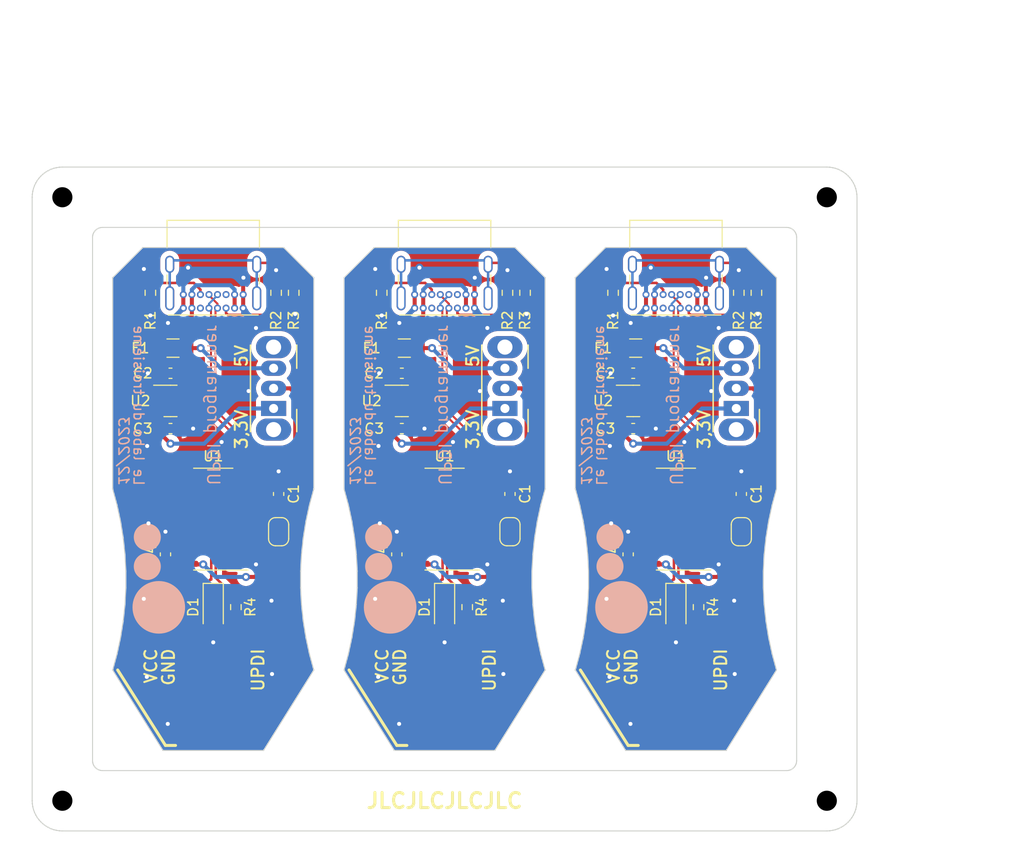
<source format=kicad_pcb>
(kicad_pcb (version 20221018) (generator pcbnew)
  (layers (0 "F.Cu" signal) (31 "B.Cu" signal) (34 "B.Paste" user) (35 "F.Paste" user) (36 "B.SilkS" user "B.Silkscreen") (37 "F.SilkS" user "F.Silkscreen") (38 "B.Mask" user) (39 "F.Mask" user) (44 "Edge.Cuts" user))
  (net 0 "")
  (net 1 "Board_0-+3.3V")
  (net 2 "Board_0-+5V")
  (net 3 "Board_0-D+")
  (net 4 "Board_0-D-")
  (net 5 "Board_0-GND")
  (net 6 "Board_0-Net-(D1-K)")
  (net 7 "Board_0-Net-(F1-Pad2)")
  (net 8 "Board_0-Net-(J1-CC1)")
  (net 9 "Board_0-Net-(J1-CC2)")
  (net 10 "Board_0-Net-(J1-SHIELD)")
  (net 11 "Board_0-Net-(JP1-B)")
  (net 12 "Board_0-Net-(U1-TXD)")
  (net 13 "Board_0-UPDI")
  (net 14 "Board_0-VCC")
  (net 15 "Board_0-unconnected-(J1-SBU1-PadA8)")
  (net 16 "Board_0-unconnected-(J1-SBU2-PadB8)")
  (net 17 "Board_0-unconnected-(U1-NC-Pad7)")
  (net 18 "Board_0-unconnected-(U1-NC-Pad8)")
  (net 19 "Board_0-unconnected-(U1-R232-Pad15)")
  (net 20 "Board_0-unconnected-(U1-~{CTS}-Pad9)")
  (net 21 "Board_0-unconnected-(U1-~{DCD}-Pad12)")
  (net 22 "Board_0-unconnected-(U1-~{DSR}-Pad10)")
  (net 23 "Board_0-unconnected-(U1-~{DTR}-Pad13)")
  (net 24 "Board_0-unconnected-(U1-~{RI}-Pad11)")
  (net 25 "Board_0-unconnected-(U1-~{RTS}-Pad14)")
  (net 26 "Board_1-+3.3V")
  (net 27 "Board_1-+5V")
  (net 28 "Board_1-D+")
  (net 29 "Board_1-D-")
  (net 30 "Board_1-GND")
  (net 31 "Board_1-Net-(D1-K)")
  (net 32 "Board_1-Net-(F1-Pad2)")
  (net 33 "Board_1-Net-(J1-CC1)")
  (net 34 "Board_1-Net-(J1-CC2)")
  (net 35 "Board_1-Net-(J1-SHIELD)")
  (net 36 "Board_1-Net-(JP1-B)")
  (net 37 "Board_1-Net-(U1-TXD)")
  (net 38 "Board_1-UPDI")
  (net 39 "Board_1-VCC")
  (net 40 "Board_1-unconnected-(J1-SBU1-PadA8)")
  (net 41 "Board_1-unconnected-(J1-SBU2-PadB8)")
  (net 42 "Board_1-unconnected-(U1-NC-Pad7)")
  (net 43 "Board_1-unconnected-(U1-NC-Pad8)")
  (net 44 "Board_1-unconnected-(U1-R232-Pad15)")
  (net 45 "Board_1-unconnected-(U1-~{CTS}-Pad9)")
  (net 46 "Board_1-unconnected-(U1-~{DCD}-Pad12)")
  (net 47 "Board_1-unconnected-(U1-~{DSR}-Pad10)")
  (net 48 "Board_1-unconnected-(U1-~{DTR}-Pad13)")
  (net 49 "Board_1-unconnected-(U1-~{RI}-Pad11)")
  (net 50 "Board_1-unconnected-(U1-~{RTS}-Pad14)")
  (net 51 "Board_2-+3.3V")
  (net 52 "Board_2-+5V")
  (net 53 "Board_2-D+")
  (net 54 "Board_2-D-")
  (net 55 "Board_2-GND")
  (net 56 "Board_2-Net-(D1-K)")
  (net 57 "Board_2-Net-(F1-Pad2)")
  (net 58 "Board_2-Net-(J1-CC1)")
  (net 59 "Board_2-Net-(J1-CC2)")
  (net 60 "Board_2-Net-(J1-SHIELD)")
  (net 61 "Board_2-Net-(JP1-B)")
  (net 62 "Board_2-Net-(U1-TXD)")
  (net 63 "Board_2-UPDI")
  (net 64 "Board_2-VCC")
  (net 65 "Board_2-unconnected-(J1-SBU1-PadA8)")
  (net 66 "Board_2-unconnected-(J1-SBU2-PadB8)")
  (net 67 "Board_2-unconnected-(U1-NC-Pad7)")
  (net 68 "Board_2-unconnected-(U1-NC-Pad8)")
  (net 69 "Board_2-unconnected-(U1-R232-Pad15)")
  (net 70 "Board_2-unconnected-(U1-~{CTS}-Pad9)")
  (net 71 "Board_2-unconnected-(U1-~{DCD}-Pad12)")
  (net 72 "Board_2-unconnected-(U1-~{DSR}-Pad10)")
  (net 73 "Board_2-unconnected-(U1-~{DTR}-Pad13)")
  (net 74 "Board_2-unconnected-(U1-~{RI}-Pad11)")
  (net 75 "Board_2-unconnected-(U1-~{RTS}-Pad14)")
  (footprint "Fuse:Fuse_1206_3216Metric" (layer "F.Cu") (at 121.5 38 180)
    (fp_text reference "F1")
    (fp_text value "500m")
  )
  (footprint "PCM_kikit:Tab" (layer "F.Cu") (at 171.5 23.25 -90)
    (fp_text reference "REF**" hide)
    (fp_text value "Tab")
  )
  (footprint "PCM_kikit:Tab" (layer "F.Cu") (at 148.5 80 90)
    (fp_text reference "REF**" hide)
    (fp_text value "Tab")
  )
  (footprint "Resistor_SMD:R_0603_1608Metric_Pad0.98x0.95mm_HandSolder" (layer "F.Cu") (at 150.75 63.75 -90)
    (fp_text reference "R4")
    (fp_text value "1.5k")
  )
  (footprint "PCM_kikit:Tab" (layer "F.Cu") (at 148.5 23.25 -90)
    (fp_text reference "REF**" hide)
    (fp_text value "Tab")
  )
  (footprint "Resistor_SMD:R_0603_1608Metric_Pad0.98x0.95mm_HandSolder" (layer "F.Cu") (at 179.5 32.5 -90)
    (fp_text reference "R3")
    (fp_text value "1M")
  )
  (footprint "Capacitor_SMD:C_0603_1608Metric_Pad1.08x0.95mm_HandSolder" (layer "F.Cu") (at 166.75 58.5 90)
    (fp_text reference "C4")
    (fp_text value "0.1u")
  )
  (footprint "Resistor_SMD:R_0603_1608Metric_Pad0.98x0.95mm_HandSolder" (layer "F.Cu") (at 165.25 32.5 -90)
    (fp_text reference "R1")
    (fp_text value "5.1k")
  )
  (footprint "Connector_USB:USB_C_Receptacle_GCT_USB4085" (layer "F.Cu") (at 151.475 34.025 180)
    (fp_text reference "J1" hide)
    (fp_text value "USB_C_Receptacle_USB2.0")
  )
  (footprint "Connector_pad_2.54mm:Connector_pad_1x03_L10_P2.54mm" (layer "F.Cu") (at 171.5 73)
    (fp_text reference "J2" hide)
    (fp_text value "Conn_01x03")
  )
  (footprint "Connector_USB:USB_C_Receptacle_GCT_USB4085" (layer "F.Cu") (at 174.475 34.025 180)
    (fp_text reference "J1" hide)
    (fp_text value "USB_C_Receptacle_USB2.0")
  )
  (footprint "Resistor_SMD:R_0603_1608Metric_Pad0.98x0.95mm_HandSolder" (layer "F.Cu") (at 131.75 32.5 90)
    (fp_text reference "R2")
    (fp_text value "5.1k")
  )
  (footprint "Diode_SMD:D_SOD-123" (layer "F.Cu") (at 148.5 63.75 -90)
    (fp_text reference "D1")
    (fp_text value "D")
  )
  (footprint "Package_TO_SOT_SMD:SOT-23" (layer "F.Cu") (at 121.25 43.25)
    (fp_text reference "U2")
    (fp_text value "MCP1700x-330xxTT")
  )
  (footprint "Connector_pad_2.54mm:Connector_pad_1x03_L10_P2.54mm" (layer "F.Cu") (at 125.5 73)
    (fp_text reference "J2" hide)
    (fp_text value "Conn_01x03")
  )
  (footprint "Jumper:SolderJumper-2_P1.3mm_Open_RoundedPad1.0x1.5mm" (layer "F.Cu") (at 155 56.25 90)
    (fp_text reference "JP1" hide)
    (fp_text value "Jumper_2_Open")
  )
  (footprint "Capacitor_SMD:C_0603_1608Metric_Pad1.08x0.95mm_HandSolder" (layer "F.Cu") (at 167.25 40.5 180)
    (fp_text reference "C2")
    (fp_text value "1u")
  )
  (footprint "Button_Switch_THT:SW_CuK_OS102011MA1QN1_SPDT_Angled" (layer "F.Cu") (at 131.5 44 90)
    (fp_text reference "SW1" hide)
    (fp_text value "power")
  )
  (footprint "Diode_SMD:D_SOD-123" (layer "F.Cu") (at 125.5 63.75 -90)
    (fp_text reference "D1")
    (fp_text value "D")
  )
  (footprint "Button_Switch_THT:SW_CuK_OS102011MA1QN1_SPDT_Angled" (layer "F.Cu") (at 154.5 44 90)
    (fp_text reference "SW1" hide)
    (fp_text value "power")
  )
  (footprint "Jumper:SolderJumper-2_P1.3mm_Open_RoundedPad1.0x1.5mm" (layer "F.Cu") (at 132 56.25 90)
    (fp_text reference "JP1" hide)
    (fp_text value "Jumper_2_Open")
  )
  (footprint "Package_SO:SOIC-16_3.9x9.9mm_P1.27mm" (layer "F.Cu") (at 125.5 55 180)
    (fp_text reference "U1")
    (fp_text value "CH340C")
  )
  (footprint "PCM_kikit:Tab" (layer "F.Cu") (at 125.5 23.25 -90)
    (fp_text reference "REF**" hide)
    (fp_text value "Tab")
  )
  (footprint "Capacitor_SMD:C_0603_1608Metric_Pad1.08x0.95mm_HandSolder" (layer "F.Cu") (at 120.75 58.5 90)
    (fp_text reference "C4")
    (fp_text value "0.1u")
  )
  (footprint "Capacitor_SMD:C_0603_1608Metric_Pad1.08x0.95mm_HandSolder" (layer "F.Cu") (at 132 52.5 90)
    (fp_text reference "C1")
    (fp_text value "0.1u")
  )
  (footprint "Jumper:SolderJumper-2_P1.3mm_Open_RoundedPad1.0x1.5mm" (layer "F.Cu") (at 178 56.25 90)
    (fp_text reference "JP1" hide)
    (fp_text value "Jumper_2_Open")
  )
  (footprint "Capacitor_SMD:C_0603_1608Metric_Pad1.08x0.95mm_HandSolder" (layer "F.Cu") (at 144.25 40.5 180)
    (fp_text reference "C2")
    (fp_text value "1u")
  )
  (footprint "Package_SO:SOIC-16_3.9x9.9mm_P1.27mm" (layer "F.Cu") (at 148.5 55 180)
    (fp_text reference "U1")
    (fp_text value "CH340C")
  )
  (footprint "Resistor_SMD:R_0603_1608Metric_Pad0.98x0.95mm_HandSolder" (layer "F.Cu") (at 156.5 32.5 -90)
    (fp_text reference "R3")
    (fp_text value "1M")
  )
  (footprint "Capacitor_SMD:C_0603_1608Metric_Pad1.08x0.95mm_HandSolder" (layer "F.Cu") (at 144.25 46)
    (fp_text reference "C3")
    (fp_text value "1u")
  )
  (footprint "Diode_SMD:D_SOD-123" (layer "F.Cu") (at 171.5 63.75 -90)
    (fp_text reference "D1")
    (fp_text value "D")
  )
  (footprint "NPTH" (layer "F.Cu") (at 110.5 23)
    (fp_text reference "REF**" hide)
    (fp_text value "NPTH" hide)
  )
  (footprint "Resistor_SMD:R_0603_1608Metric_Pad0.98x0.95mm_HandSolder" (layer "F.Cu") (at 119.25 32.5 -90)
    (fp_text reference "R1")
    (fp_text value "5.1k")
  )
  (footprint "Button_Switch_THT:SW_CuK_OS102011MA1QN1_SPDT_Angled" (layer "F.Cu") (at 177.5 44 90)
    (fp_text reference "SW1" hide)
    (fp_text value "power")
  )
  (footprint "Capacitor_SMD:C_0603_1608Metric_Pad1.08x0.95mm_HandSolder" (layer "F.Cu") (at 143.75 58.5 90)
    (fp_text reference "C4")
    (fp_text value "0.1u")
  )
  (footprint "Resistor_SMD:R_0603_1608Metric_Pad0.98x0.95mm_HandSolder" (layer "F.Cu") (at 127.75 63.75 -90)
    (fp_text reference "R4")
    (fp_text value "1.5k")
  )
  (footprint "Fuse:Fuse_1206_3216Metric" (layer "F.Cu") (at 167.5 38 180)
    (fp_text reference "F1")
    (fp_text value "500m")
  )
  (footprint "Resistor_SMD:R_0603_1608Metric_Pad0.98x0.95mm_HandSolder" (layer "F.Cu") (at 173.75 63.75 -90)
    (fp_text reference "R4")
    (fp_text value "1.5k")
  )
  (footprint "Package_TO_SOT_SMD:SOT-23" (layer "F.Cu") (at 144.25 43.25)
    (fp_text reference "U2")
    (fp_text value "MCP1700x-330xxTT")
  )
  (footprint "Connector_USB:USB_C_Receptacle_GCT_USB4085" (layer "F.Cu") (at 128.475 34.025 180)
    (fp_text reference "J1" hide)
    (fp_text value "USB_C_Receptacle_USB2.0")
  )
  (footprint "Resistor_SMD:R_0603_1608Metric_Pad0.98x0.95mm_HandSolder" (layer "F.Cu") (at 154.75 32.5 90)
    (fp_text reference "R2")
    (fp_text value "5.1k")
  )
  (footprint "Package_TO_SOT_SMD:SOT-23" (layer "F.Cu") (at 167.25 43.25)
    (fp_text reference "U2")
    (fp_text value "MCP1700x-330xxTT")
  )
  (footprint "NPTH" (layer "F.Cu") (at 186.5 83)
    (fp_text reference "REF**" hide)
    (fp_text value "NPTH" hide)
  )
  (footprint "NPTH" (layer "F.Cu") (at 186.5 23)
    (fp_text reference "REF**" hide)
    (fp_text value "NPTH" hide)
  )
  (footprint "Capacitor_SMD:C_0603_1608Metric_Pad1.08x0.95mm_HandSolder" (layer "F.Cu") (at 178 52.5 90)
    (fp_text reference "C1")
    (fp_text value "0.1u")
  )
  (footprint "Capacitor_SMD:C_0603_1608Metric_Pad1.08x0.95mm_HandSolder" (layer "F.Cu") (at 121.25 40.5 180)
    (fp_text reference "C2")
    (fp_text value "1u")
  )
  (footprint "NPTH" (layer "F.Cu") (at 110.5 83)
    (fp_text reference "REF**" hide)
    (fp_text value "NPTH" hide)
  )
  (footprint "Resistor_SMD:R_0603_1608Metric_Pad0.98x0.95mm_HandSolder" (layer "F.Cu") (at 142.25 32.5 -90)
    (fp_text reference "R1")
    (fp_text value "5.1k")
  )
  (footprint "Fuse:Fuse_1206_3216Metric" (layer "F.Cu") (at 144.5 38 180)
    (fp_text reference "F1")
    (fp_text value "500m")
  )
  (footprint "Capacitor_SMD:C_0603_1608Metric_Pad1.08x0.95mm_HandSolder" (layer "F.Cu") (at 155 52.5 90)
    (fp_text reference "C1")
    (fp_text value "0.1u")
  )
  (footprint "PCM_kikit:Tab" (layer "F.Cu") (at 125.5 80 90)
    (fp_text reference "REF**" hide)
    (fp_text value "Tab")
  )
  (footprint "Resistor_SMD:R_0603_1608Metric_Pad0.98x0.95mm_HandSolder" (layer "F.Cu") (at 133.5 32.5 -90)
    (fp_text reference "R3")
    (fp_text value "1M")
  )
  (footprint "Capacitor_SMD:C_0603_1608Metric_Pad1.08x0.95mm_HandSolder" (layer "F.Cu") (at 121.25 46)
    (fp_text reference "C3")
    (fp_text value "1u")
  )
  (footprint "Package_SO:SOIC-16_3.9x9.9mm_P1.27mm" (layer "F.Cu") (at 171.5 55 180)
    (fp_text reference "U1")
    (fp_text value "CH340C")
  )
  (footprint "Resistor_SMD:R_0603_1608Metric_Pad0.98x0.95mm_HandSolder" (layer "F.Cu") (at 177.75 32.5 90)
    (fp_text reference "R2")
    (fp_text value "5.1k")
  )
  (footprint "Capacitor_SMD:C_0603_1608Metric_Pad1.08x0.95mm_HandSolder" (layer "F.Cu") (at 167.25 46)
    (fp_text reference "C3")
    (fp_text value "1u")
  )
  (footprint "PCM_kikit:Tab" (layer "F.Cu") (at 171.5 80 90)
    (fp_text reference "REF**" hide)
    (fp_text value "Tab")
  )
  (footprint "Connector_pad_2.54mm:Connector_pad_1x03_L10_P2.54mm" (layer "F.Cu") (at 148.5 73)
    (fp_text reference "J2" hide)
    (fp_text value "Conn_01x03")
  )
  (footprint "Logos:Logo_labo_5mm_filled" (layer "B.Cu") (at 140.5475 66.31 90)
    (fp_text reference "REF**" hide)
    (fp_text value "Logo_labo_5mm_filled")
  )
  (footprint "Logos:Logo_labo_5mm_filled" (layer "B.Cu") (at 163.5475 66.31 90)
    (fp_text reference "REF**" hide)
    (fp_text value "Logo_labo_5mm_filled")
  )
  (footprint "Logos:Logo_labo_5mm_filled" (layer "B.Cu") (at 117.5475 66.31 90)
    (fp_text reference "REF**" hide)
    (fp_text value "Logo_labo_5mm_filled")
  )
  (gr_line (start 120.75 77.5) (end 116 70) (stroke (width 0.3)) (layer "F.SilkS"))
  (gr_line (start 167.75 77.5) (end 166.75 77.5) (stroke (width 0.3)) (layer "F.SilkS"))
  (gr_line (start 144.75 77.5) (end 143.75 77.5) (stroke (width 0.3)) (layer "F.SilkS"))
  (gr_line (start 166.75 77.5) (end 162 70) (stroke (width 0.3)) (layer "F.SilkS"))
  (gr_line (start 143.75 77.5) (end 139 70) (stroke (width 0.3)) (layer "F.SilkS"))
  (gr_line (start 121.75 77.5) (end 120.75 77.5) (stroke (width 0.3)) (layer "F.SilkS"))
  (gr_line (start 188.994292 21.333662) (end 188.994019 21.333254) (stroke (width 0.1)) (layer "Edge.Cuts"))
  (gr_line (start 110.218206 85.986156) (end 110.487742 85.999397) (stroke (width 0.1)) (layer "Edge.Cuts"))
  (gr_line (start 109.629469 20.129398) (end 109.628999 20.129541) (stroke (width 0.1)) (layer "Edge.Cuts"))
  (gr_line (start 161.500346 51.999419) (end 161.500402 51.999946) (stroke (width 0.1)) (layer "Edge.Cuts"))
  (gr_line (start 158.499655 31.002514) (end 158.499559 31.002032) (stroke (width 0.1)) (layer "Edge.Cuts"))
  (gr_line (start 115.502389 70.003467) (end 115.506293 70.010063) (stroke (width 0.1)) (layer "Edge.Cuts"))
  (gr_line (start 143.511809 77.999997) (end 143.51205 78) (stroke (width 0.1)) (layer "Edge.Cuts"))
  (gr_line (start 141.501087 28.000702) (end 141.500625 28.000867) (stroke (width 0.1)) (layer "Edge.Cuts"))
  (gr_line (start 138.940141 53.627433) (end 139.278194 55.198299) (stroke (width 0.1)) (layer "Edge.Cuts"))
  (gr_line (start 135.059858 53.627433) (end 135.072311 53.576204) (stroke (width 0.1)) (layer "Edge.Cuts"))
  (gr_line (start 138.927688 68.423795) (end 138.503172 69.988311) (stroke (width 0.1)) (layer "Edge.Cuts"))
  (gr_line (start 189.266493 84.158921) (end 189.271263 84.14816) (stroke (width 0.1)) (layer "Edge.Cuts"))
  (gr_line (start 109.903063 85.93943) (end 109.914547 85.942009) (stroke (width 0.1)) (layer "Edge.Cuts"))
  (gr_line (start 120.503949 77.999703) (end 120.504426 77.999772) (stroke (width 0.1)) (layer "Edge.Cuts"))
  (gr_line (start 181.499799 31.003978) (end 181.499775 31.003488) (stroke (width 0.1)) (layer "Edge.Cuts"))
  (gr_line (start 158.498709 70.000787) (end 158.498814 70.000314) (stroke (width 0.1)) (layer "Edge.Cuts"))
  (gr_line (start 187.371 20.129541) (end 187.37053 20.129398) (stroke (width 0.1)) (layer "Edge.Cuts"))
  (gr_line (start 161.940141 68.372566) (end 161.927688 68.423795) (stroke (width 0.1)) (layer "Edge.Cuts"))
  (gr_line (start 155.502307 28.002625) (end 155.501928 28.002314) (stroke (width 0.1)) (layer "Edge.Cuts"))
  (gr_line (start 188.818951 21.097202) (end 188.81864 21.096823) (stroke (width 0.1)) (layer "Edge.Cuts"))
  (gr_line (start 158.491493 30.991497) (end 158.491322 30.991322) (stroke (width 0.1)) (layer "Edge.Cuts"))
  (gr_line (start 130.495573 77.999772) (end 130.49605 77.999703) (stroke (width 0.1)) (layer "Edge.Cuts"))
  (gr_line (start 115.501749 30.998873) (end 115.501496 30.999294) (stroke (width 0.1)) (layer "Edge.Cuts"))
  (gr_line (start 130.498792 77.998815) (end 130.499219 77.998591) (stroke (width 0.1)) (layer "Edge.Cuts"))
  (gr_line (start 115.502021 30.998465) (end 115.501749 30.998873) (stroke (width 0.1)) (layer "Edge.Cuts"))
  (gr_line (start 135.499559 31.002032) (end 135.49944 31.001556) (stroke (width 0.1)) (layer "Edge.Cuts"))
  (gr_line (start 138.508506 30.991497) (end 138.502955 30.997328) (stroke (width 0.1)) (layer "Edge.Cuts"))
  (gr_line (start 187.08497 20.057894) (end 187.073373 20.055882) (stroke (width 0.1)) (layer "Edge.Cuts"))
  (gr_line (start 189.483786 22.694052) (end 189.483753 22.693808) (stroke (width 0.1)) (layer "Edge.Cuts"))
  (gr_line (start 189.139578 84.424504) (end 189.145379 84.414263) (stroke (width 0.1)) (layer "Edge.Cuts"))
  (gr_line (start 186.512257 20.000602) (end 186.512012 20.000593) (stroke (width 0.1)) (layer "Edge.Cuts"))
  (gr_line (start 118.499294 28.001496) (end 118.498873 28.001749) (stroke (width 0.1)) (layer "Edge.Cuts"))
  (gr_line (start 120.511809 77.999997) (end 120.51205 78) (stroke (width 0.1)) (layer "Edge.Cuts"))
  (gr_line (start 180.280766 58.486755) (end 180.450746 56.888942) (stroke (width 0.1)) (layer "Edge.Cuts"))
  (gr_line (start 183.09974 26.194826) (end 183.138047 26.224721) (stroke (width 0.1)) (layer "Edge.Cuts"))
  (gr_line (start 189.266391 21.840855) (end 189.15101 21.596903) (stroke (width 0.1)) (layer "Edge.Cuts"))
  (gr_line (start 143.502546 77.999358) (end 143.503008 77.999495) (stroke (width 0.1)) (layer "Edge.Cuts"))
  (gr_line (start 115.501742 70.002167) (end 115.501937 70.00261) (stroke (width 0.1)) (layer "Edge.Cuts"))
  (gr_line (start 189.271263 21.851839) (end 189.266493 21.841078) (stroke (width 0.1)) (layer "Edge.Cuts"))
  (gr_line (start 187.903316 85.650903) (end 187.91383 85.645611) (stroke (width 0.1)) (layer "Edge.Cuts"))
  (gr_line (start 157.45771 56.836683) (end 157.712083 55.250116) (stroke (width 0.1)) (layer "Edge.Cuts"))
  (gr_line (start 187.096936 20.060569) (end 187.085452 20.05799) (stroke (width 0.1)) (layer "Edge.Cuts"))
  (gr_line (start 176.496523 77.99961) (end 176.496991 77.999495) (stroke (width 0.1)) (layer "Edge.Cuts"))
  (gr_line (start 188.810952 84.912089) (end 188.81864 84.903176) (stroke (width 0.1)) (layer "Edge.Cuts"))
  (gr_line (start 138.501006 69.997904) (end 138.500995 69.998388) (stroke (width 0.1)) (layer "Edge.Cuts"))
  (gr_line (start 166.497278 77.995347) (end 166.497553 77.995743) (stroke (width 0.1)) (layer "Edge.Cuts"))
  (gr_line (start 139.287916 66.749883) (end 139.278194 66.8017) (stroke (width 0.1)) (layer "Edge.Cuts"))
  (gr_line (start 182.607036 26.00477) (end 182.655262 26.010718) (stroke (width 0.1)) (layer "Edge.Cuts"))
  (gr_line (start 164.501556 28.000559) (end 164.501087 28.000702) (stroke (width 0.1)) (layer "Edge.Cuts"))
  (gr_line (start 107.514772 83.294265) (end 107.516213 83.305947) (stroke (width 0.1)) (layer "Edge.Cuts"))
  (gr_line (start 135.498993 69.997904) (end 135.498959 69.997421) (stroke (width 0.1)) (layer "Edge.Cuts"))
  (gr_line (start 158.072311 68.423795) (end 158.059858 68.372566) (stroke (width 0.1)) (layer "Edge.Cuts"))
  (gr_line (start 135.49653 52.012786) (end 135.496596 52.012529) (stroke (width 0.1)) (layer "Edge.Cuts"))
  (gr_line (start 120.503476 77.99961) (end 120.503949 77.999703) (stroke (width 0.1)) (layer "Edge.Cuts"))
  (gr_line (start 134.721805 55.198299) (end 135.059858 53.627433) (stroke (width 0.1)) (layer "Edge.Cuts"))
  (gr_line (start 107.513843 22.718206) (end 107.500602 22.987742) (stroke (width 0.1)) (layer "Edge.Cuts"))
  (gr_line (start 176.501841 77.996493) (end 176.502153 77.996126) (stroke (width 0.1)) (layer "Edge.Cuts"))
  (gr_line (start 176.506256 77.989983) (end 176.506386 77.989781) (stroke (width 0.1)) (layer "Edge.Cuts"))
  (gr_line (start 178.501534 28.002021) (end 178.501126 28.001749) (stroke (width 0.1)) (layer "Edge.Cuts"))
  (gr_line (start 118.498071 28.002314) (end 118.497692 28.002625) (stroke (width 0.1)) (layer "Edge.Cuts"))
  (gr_line (start 110.193808 85.983753) (end 110.194052 85.983786) (stroke (width 0.1)) (layer "Edge.Cuts"))
  (gr_line (start 109.352292 20.228548) (end 109.351839 20.228736) (stroke (width 0.1)) (layer "Edge.Cuts"))
  (gr_line (start 161.927688 53.576204) (end 161.940141 53.627433) (stroke (width 0.1)) (layer "Edge.Cuts"))
  (gr_line (start 176.496991 77.999495) (end 176.497453 77.999358) (stroke (width 0.1)) (layer "Edge.Cuts"))
  (gr_line (start 181.499401 52.000987) (end 181.499513 52.000469) (stroke (width 0.1)) (layer "Edge.Cuts"))
  (gr_line (start 187.924716 85.639454) (end 188.156184 85.500718) (stroke (width 0.1)) (layer "Edge.Cuts"))
  (gr_line (start 158.498581 70.001254) (end 158.498709 70.000787) (stroke (width 0.1)) (layer "Edge.Cuts"))
  (gr_line (start 181.499513 52.000469) (end 181.499597 51.999946) (stroke (width 0.1)) (layer "Edge.Cuts"))
  (gr_line (start 116.549253 56.888942) (end 116.719233 58.486755) (stroke (width 0.1)) (layer "Edge.Cuts"))
  (gr_line (start 132.500272 28.001265) (end 132.499828 28.001055) (stroke (width 0.1)) (layer "Edge.Cuts"))
  (gr_line (start 135.496596 52.012529) (end 135.499401 52.000987) (stroke (width 0.1)) (layer "Edge.Cuts"))
  (gr_line (start 108.181048 84.902797) (end 108.181359 84.903176) (stroke (width 0.1)) (layer "Edge.Cuts"))
  (gr_line (start 113.519025 79.203138) (end 113.510718 79.155262) (stroke (width 0.1)) (layer "Edge.Cuts"))
  (gr_line (start 153.497908 77.999198) (end 153.498355 77.999017) (stroke (width 0.1)) (layer "Edge.Cuts"))
  (gr_line (start 158.059858 68.372566) (end 157.721805 66.8017) (stroke (width 0.1)) (layer "Edge.Cuts"))
  (gr_line (start 109.64105 20.126197) (end 109.640813 20.126259) (stroke (width 0.1)) (layer "Edge.Cuts"))
  (gr_line (start 107.724312 21.863274) (end 107.724226 21.863504) (stroke (width 0.1)) (layer "Edge.Cuts"))
  (gr_line (start 187.659144 85.766391) (end 187.903096 85.65101) (stroke (width 0.1)) (layer "Edge.Cuts"))
  (gr_line (start 108.379068 85.121278) (end 108.387593 85.129394) (stroke (width 0.1)) (layer "Edge.Cuts"))
  (gr_line (start 107.514772 22.705734) (end 107.514724 22.706222) (stroke (width 0.1)) (layer "Edge.Cuts"))
  (gr_line (start 116.542289 56.836683) (end 116.549253 56.888942) (stroke (width 0.1)) (layer "Edge.Cuts"))
  (gr_line (start 134.450746 65.111057) (end 134.280766 63.513244) (stroke (width 0.1)) (layer "Edge.Cuts"))
  (gr_line (start 110.512272 86) (end 186.487727 86) (stroke (width 0.1)) (layer "Edge.Cuts"))
  (gr_line (start 138.500224 31.003488) (end 138.5002 31.003978) (stroke (width 0.1)) (layer "Edge.Cuts"))
  (gr_line (start 115.502314 30.998071) (end 115.502021 30.998465) (stroke (width 0.1)) (layer "Edge.Cuts"))
  (gr_line (start 134.450746 56.888942) (end 134.45771 56.836683) (stroke (width 0.1)) (layer "Edge.Cuts"))
  (gr_line (start 183.495229 79.107036) (end 183.489281 79.155262) (stroke (width 0.1)) (layer "Edge.Cuts"))
  (gr_line (start 132.501126 28.001749) (end 132.500705 28.001496) (stroke (width 0.1)) (layer "Edge.Cuts"))
  (gr_line (start 158.49882 69.996462) (end 158.498716 69.995989) (stroke (width 0.1)) (layer "Edge.Cuts"))
  (gr_line (start 183.404946 26.566721) (end 183.424637 26.611144) (stroke (width 0.1)) (layer "Edge.Cuts"))
  (gr_line (start 157.721805 55.198299) (end 158.059858 53.627433) (stroke (width 0.1)) (layer "Edge.Cuts"))
  (gr_line (start 132.499374 28.000867) (end 132.498912 28.000702) (stroke (width 0.1)) (layer "Edge.Cuts"))
  (gr_line (start 183.275278 26.361952) (end 183.305173 26.400259) (stroke (width 0.1)) (layer "Edge.Cuts"))
  (gr_line (start 158.499132 31.000625) (end 158.498944 31.000171) (stroke (width 0.1)) (layer "Edge.Cuts"))
  (gr_line (start 135.499653 51.999419) (end 135.499681 51.99889) (stroke (width 0.1)) (layer "Edge.Cuts"))
  (gr_line (start 189.485275 22.706222) (end 189.485227 22.705734) (stroke (width 0.1)) (layer "Edge.Cuts"))
  (gr_line (start 188.176369 85.487241) (end 188.176568 85.487098) (stroke (width 0.1)) (layer "Edge.Cuts"))
  (gr_line (start 115.501291 70.000787) (end 115.501419 70.001254) (stroke (width 0.1)) (layer "Edge.Cuts"))
  (gr_line (start 187.636725 20.224312) (end 187.636495 20.224226) (stroke (width 0.1)) (layer "Edge.Cuts"))
  (gr_line (start 110.217961 20.013858) (end 110.206222 20.014724) (stroke (width 0.1)) (layer "Edge.Cuts"))
  (gr_line (start 107.557894 22.415029) (end 107.555882 22.426626) (stroke (width 0.1)) (layer "Edge.Cuts"))
  (gr_line (start 113.595053 79.433278) (end 113.575362 79.388855) (stroke (width 0.1)) (layer "Edge.Cuts"))
  (gr_line (start 157.280766 63.513244) (end 157.276579 63.46069) (stroke (width 0.1)) (layer "Edge.Cuts"))
  (gr_line (start 155.502671 28.002955) (end 155.502307 28.002625) (stroke (width 0.1)) (layer "Edge.Cuts"))
  (gr_line (start 130.501512 77.996845) (end 130.501841 77.996493) (stroke (width 0.1)) (layer "Edge.Cuts"))
  (gr_line (start 162.542289 56.836683) (end 162.549253 56.888942) (stroke (width 0.1)) (layer "Edge.Cuts"))
  (gr_line (start 115.50157 70.001714) (end 115.501742 70.002167) (stroke (width 0.1)) (layer "Edge.Cuts"))
  (gr_line (start 109.363274 20.224312) (end 109.352292 20.228548) (stroke (width 0.1)) (layer "Edge.Cuts"))
  (gr_line (start 189.483753 22.693808) (end 189.444156 22.426868) (stroke (width 0.1)) (layer "Edge.Cuts"))
  (gr_line (start 143.502091 77.999198) (end 143.502546 77.999358) (stroke (width 0.1)) (layer "Edge.Cuts"))
  (gr_line (start 109.914547 85.942009) (end 109.915029 85.942105) (stroke (width 0.1)) (layer "Edge.Cuts"))
  (gr_line (start 107.555882 83.573373) (end 107.557894 83.58497) (stroke (width 0.1)) (layer "Edge.Cuts"))
  (gr_line (start 189.145379 21.585736) (end 189.139578 21.575495) (stroke (width 0.1)) (layer "Edge.Cuts"))
  (gr_line (start 109.085736 20.35462) (end 109.075495 20.360421) (stroke (width 0.1)) (layer "Edge.Cuts"))
  (gr_line (start 138.501937 70.00261) (end 138.502153 70.003044) (stroke (width 0.1)) (layer "Edge.Cuts"))
  (gr_line (start 181.49882 69.996462) (end 181.498716 69.995989) (stroke (width 0.1)) (layer "Edge.Cuts"))
  (gr_line (start 135.498944 31.000171) (end 135.498734 30.999727) (stroke (width 0.1)) (layer "Edge.Cuts"))
  (gr_line (start 114.202619 79.957368) (end 114.15648 79.942125) (stroke (width 0.1)) (layer "Edge.Cuts"))
  (gr_line (start 115.500486 52.000469) (end 115.500597 52.000987) (stroke (width 0.1)) (layer "Edge.Cuts"))
  (gr_line (start 107.500003 82.987972) (end 107.500593 83.012012) (stroke (width 0.1)) (layer "Edge.Cuts"))
  (gr_line (start 189.000589 21.343606) (end 188.994292 21.333662) (stroke (width 0.1)) (layer "Edge.Cuts"))
  (gr_line (start 115.502955 30.997328) (end 115.502625 30.997692) (stroke (width 0.1)) (layer "Edge.Cuts"))
  (gr_line (start 161.501043 69.999356) (end 161.501103 69.999837) (stroke (width 0.1)) (layer "Edge.Cuts"))
  (gr_line (start 188.393517 85.326193) (end 188.402797 85.318951) (stroke (width 0.1)) (layer "Edge.Cuts"))
  (gr_line (start 178.501126 28.001749) (end 178.500705 28.001496) (stroke (width 0.1)) (layer "Edge.Cuts"))
  (gr_line (start 155.496021 28.0002) (end 155.487972 28.000003) (stroke (width 0.1)) (layer "Edge.Cuts"))
  (gr_line (start 138.506419 70.01027) (end 143.493613 77.989781) (stroke (width 0.1)) (layer "Edge.Cuts"))
  (gr_line (start 135.497685 30.998071) (end 135.497374 30.997692) (stroke (width 0.1)) (layer "Edge.Cuts"))
  (gr_line (start 183.305173 79.59974) (end 183.275278 79.638047) (stroke (width 0.1)) (layer "Edge.Cuts"))
  (gr_line (start 158.49358 70.01027) (end 158.493706 70.010063) (stroke (width 0.1)) (layer "Edge.Cuts"))
  (gr_line (start 135.499004 69.998388) (end 135.498993 69.997904) (stroke (width 0.1)) (layer "Edge.Cuts"))
  (gr_line (start 188.621278 85.120931) (end 188.629394 85.112406) (stroke (width 0.1)) (layer "Edge.Cuts"))
  (gr_line (start 138.501283 69.995989) (end 138.501179 69.996463) (stroke (width 0.1)) (layer "Edge.Cuts"))
  (gr_line (start 130.497453 77.999358) (end 130.497908 77.999198) (stroke (width 0.1)) (layer "Edge.Cuts"))
  (gr_line (start 188.156393 20.49941) (end 188.156184 20.499281) (stroke (width 0.1)) (layer "Edge.Cuts"))
  (gr_line (start 107.633313 22.11759) (end 107.633233 22.117822) (stroke (width 0.1)) (layer "Edge.Cuts"))
  (gr_line (start 162.719233 63.513244) (end 162.549253 65.111057) (stroke (width 0.1)) (layer "Edge.Cuts"))
  (gr_line (start 107.999281 21.343815) (end 107.860545 21.575283) (stroke (width 0.1)) (layer "Edge.Cuts"))
  (gr_line (start 182.655262 26.010718) (end 182.703138 26.019025) (stroke (width 0.1)) (layer "Edge.Cuts"))
  (gr_line (start 138.501041 69.997421) (end 138.501006 69.997904) (stroke (width 0.1)) (layer "Edge.Cuts"))
  (gr_line (start 189.439373 83.597175) (end 189.43943 83.596936) (stroke (width 0.1)) (layer "Edge.Cuts"))
  (gr_line (start 141.499294 28.001496) (end 141.498873 28.001749) (stroke (width 0.1)) (layer "Edge.Cuts"))
  (gr_line (start 118.503488 28.000224) (end 118.502999 28.000272) (stroke (width 0.1)) (layer "Edge.Cuts"))
  (gr_line (start 107.849096 21.596683) (end 107.848989 21.596903) (stroke (width 0.1)) (layer "Edge.Cuts"))
  (gr_line (start 115.500272 31.002999) (end 115.500224 31.003488) (stroke (width 0.1)) (layer "Edge.Cuts"))
  (gr_line (start 107.500602 83.012257) (end 107.513843 83.281793) (stroke (width 0.1)) (layer "Edge.Cuts"))
  (gr_line (start 108.173806 21.106482) (end 108.173657 21.106677) (stroke (width 0.1)) (layer "Edge.Cuts"))
  (gr_line (start 130.500429 77.997801) (end 130.500805 77.9975) (stroke (width 0.1)) (layer "Edge.Cuts"))
  (gr_line (start 180.721805 55.198299) (end 181.059858 53.627433) (stroke (width 0.1)) (layer "Edge.Cuts"))
  (gr_line (start 120.50078 77.998591) (end 120.501207 77.998815) (stroke (width 0.1)) (layer "Edge.Cuts"))
  (gr_line (start 189.486141 22.717961) (end 189.485275 22.706222) (stroke (width 0.1)) (layer "Edge.Cuts"))
  (gr_line (start 115.506419 70.01027) (end 120.493613 77.989781) (stroke (width 0.1)) (layer "Edge.Cuts"))
  (gr_line (start 109.341078 20.233506) (end 109.340855 20.233608) (stroke (width 0.1)) (layer "Edge.Cuts"))
  (gr_line (start 116.542289 65.163316) (end 116.287916 66.749883) (stroke (width 0.1)) (layer "Edge.Cuts"))
  (gr_line (start 108.606677 20.673657) (end 108.606482 20.673806) (stroke (width 0.1)) (layer "Edge.Cuts"))
  (gr_line (start 188.826193 84.893517) (end 188.826342 84.893322) (stroke (width 0.1)) (layer "Edge.Cuts"))
  (gr_line (start 109.617822 85.866766) (end 109.628999 85.870458) (stroke (width 0.1)) (layer "Edge.Cuts"))
  (gr_line (start 107.626197 22.14105) (end 107.560626 22.402824) (stroke (width 0.1)) (layer "Edge.Cuts"))
  (gr_line (start 130.506386 77.989781) (end 135.49358 70.01027) (stroke (width 0.1)) (layer "Edge.Cuts"))
  (gr_line (start 164.502999 28.000272) (end 164.502514 28.000344) (stroke (width 0.1)) (layer "Edge.Cuts"))
  (gr_line (start 135.499513 52.000469) (end 135.499597 51.999946) (stroke (width 0.1)) (layer "Edge.Cuts"))
  (gr_line (start 132.496021 28.0002) (end 132.487972 28.000003) (stroke (width 0.1)) (layer "Edge.Cuts"))
  (gr_line (start 134.19147 61.856116) (end 134.190073 61.803414) (stroke (width 0.1)) (layer "Edge.Cuts"))
  (gr_line (start 189.145611 84.41383) (end 189.150903 84.403316) (stroke (width 0.1)) (layer "Edge.Cuts"))
  (gr_line (start 135.499999 51.986751) (end 135.499999 31.012272) (stroke (width 0.1)) (layer "Edge.Cuts"))
  (gr_line (start 139.808529 61.856116) (end 139.72342 63.46069) (stroke (width 0.1)) (layer "Edge.Cuts"))
  (gr_line (start 157.190073 61.803414) (end 157.190073 60.196585) (stroke (width 0.1)) (layer "Edge.Cuts"))
  (gr_line (start 139.278194 66.8017) (end 138.940141 68.372566) (stroke (width 0.1)) (layer "Edge.Cuts"))
  (gr_line (start 135.497374 30.997692) (end 135.497044 30.997328) (stroke (width 0.1)) (layer "Edge.Cuts"))
  (gr_line (start 176.498355 77.999017) (end 176.498792 77.998815) (stroke (width 0.1)) (layer "Edge.Cuts"))
  (gr_line (start 132.508677 28.008677) (end 132.508502 28.008506) (stroke (width 0.1)) (layer "Edge.Cuts"))
  (gr_line (start 187.382409 20.133313) (end 187.382177 20.133233) (stroke (width 0.1)) (layer "Edge.Cuts"))
  (gr_line (start 110.193808 20.016246) (end 109.926868 20.055843) (stroke (width 0.1)) (layer "Edge.Cuts"))
  (gr_line (start 178.497485 28.000344) (end 178.497 28.000272) (stroke (width 0.1)) (layer "Edge.Cuts"))
  (gr_line (start 182.888855 79.924637) (end 182.843519 79.942125) (stroke (width 0.1)) (layer "Edge.Cuts"))
  (gr_line (start 161.50157 70.001714) (end 161.501742 70.002167) (stroke (width 0.1)) (layer "Edge.Cuts"))
  (gr_line (start 138.5 31.012272) (end 138.5 51.986751) (stroke (width 0.1)) (layer "Edge.Cuts"))
  (gr_line (start 107.513858 83.282038) (end 107.514724 83.293777) (stroke (width 0.1)) (layer "Edge.Cuts"))
  (gr_line (start 178.499374 28.000867) (end 178.498912 28.000702) (stroke (width 0.1)) (layer "Edge.Cuts"))
  (gr_line (start 108.012901 84.676568) (end 108.173657 84.893322) (stroke (width 0.1)) (layer "Edge.Cuts"))
  (gr_line (start 107.633313 83.882409) (end 107.724226 84.136495) (stroke (width 0.1)) (layer "Edge.Cuts"))
  (gr_line (start 153.501166 77.997181) (end 153.501512 77.996845) (stroke (width 0.1)) (layer "Edge.Cuts"))
  (gr_line (start 181.498992 69.998873) (end 181.499004 69.998388) (stroke (width 0.1)) (layer "Edge.Cuts"))
  (gr_line (start 188.81864 21.096823) (end 188.810952 21.08791) (stroke (width 0.1)) (layer "Edge.Cuts"))
  (gr_line (start 183.5 79.009877) (end 183.5 79.009877) (stroke (width 0.1)) (layer "Edge.Cuts"))
  (gr_line (start 158.499727 31.002999) (end 158.499655 31.002514) (stroke (width 0.1)) (layer "Edge.Cuts"))
  (gr_line (start 115.503172 69.988311) (end 115.503111 69.988545) (stroke (width 0.1)) (layer "Edge.Cuts"))
  (gr_line (start 189.499996 23.012027) (end 189.499406 22.987987) (stroke (width 0.1)) (layer "Edge.Cuts"))
  (gr_line (start 134.19147 60.143883) (end 134.276579 58.539309) (stroke (width 0.1)) (layer "Edge.Cuts"))
  (gr_line (start 120.502546 77.999358) (end 120.503008 77.999495) (stroke (width 0.1)) (layer "Edge.Cuts"))
  (gr_line (start 188.994019 21.333254) (end 188.987241 21.32363) (stroke (width 0.1)) (layer "Edge.Cuts"))
  (gr_line (start 108.18921 21.087726) (end 108.189047 21.08791) (stroke (width 0.1)) (layer "Edge.Cuts"))
  (gr_line (start 114.111144 26.075362) (end 114.15648 26.057874) (stroke (width 0.1)) (layer "Edge.Cuts"))
  (gr_line (start 188.156393 85.500589) (end 188.166337 85.494292) (stroke (width 0.1)) (layer "Edge.Cuts"))
  (gr_line (start 134.276579 63.46069) (end 134.19147 61.856116) (stroke (width 0.1)) (layer "Edge.Cuts"))
  (gr_line (start 118.491322 28.008677) (end 115.508677 30.991322) (stroke (width 0.1)) (layer "Edge.Cuts"))
  (gr_line (start 141.497328 28.002955) (end 141.491497 28.008506) (stroke (width 0.1)) (layer "Edge.Cuts"))
  (gr_line (start 109.096903 85.65101) (end 109.340855 85.766391) (stroke (width 0.1)) (layer "Edge.Cuts"))
  (gr_line (start 189.499397 22.987742) (end 189.486156 22.718206) (stroke (width 0.1)) (layer "Edge.Cuts"))
  (gr_line (start 181.499655 31.002514) (end 181.499559 31.002032) (stroke (width 0.1)) (layer "Edge.Cuts"))
  (gr_line (start 108.00598 84.666745) (end 108.012758 84.676369) (stroke (width 0.1)) (layer "Edge.Cuts"))
  (gr_line (start 135.059858 68.372566) (end 134.721805 66.8017) (stroke (width 0.1)) (layer "Edge.Cuts"))
  (gr_line (start 183.498804 79.058576) (end 183.495229 79.107036) (stroke (width 0.1)) (layer "Edge.Cuts"))
  (gr_line (start 139.542289 56.836683) (end 139.549253 56.888942) (stroke (width 0.1)) (layer "Edge.Cuts"))
  (gr_line (start 187.903316 20.349096) (end 187.903096 20.348989) (stroke (width 0.1)) (layer "Edge.Cuts"))
  (gr_line (start 110.487987 85.999406) (end 110.512027 85.999996) (stroke (width 0.1)) (layer "Edge.Cuts"))
  (gr_line (start 108.012758 21.32363) (end 108.00598 21.333254) (stroke (width 0.1)) (layer "Edge.Cuts"))
  (gr_line (start 161.500559 31.001556) (end 161.50044 31.002032) (stroke (width 0.1)) (layer "Edge.Cuts"))
  (gr_line (start 135.496888 69.988545) (end 135.496828 69.98831) (stroke (width 0.1)) (layer "Edge.Cuts"))
  (gr_line (start 161.500867 31.000625) (end 161.500702 31.001087) (stroke (width 0.1)) (layer "Edge.Cuts"))
  (gr_line (start 189.275773 84.136495) (end 189.366686 83.882409) (stroke (width 0.1)) (layer "Edge.Cuts"))
  (gr_line (start 107.514724 83.293777) (end 107.514772 83.294265) (stroke (width 0.1)) (layer "Edge.Cuts"))
  (gr_line (start 115.940141 53.627433) (end 116.278194 55.198299) (stroke (width 0.1)) (layer "Edge.Cuts"))
  (gr_line (start 187.371 85.870458) (end 187.382177 85.866766) (stroke (width 0.1)) (layer "Edge.Cuts"))
  (gr_line (start 141.497692 28.002625) (end 141.497328 28.002955) (stroke (width 0.1)) (layer "Edge.Cuts"))
  (gr_line (start 187.647707 85.771451) (end 187.64816 85.771263) (stroke (width 0.1)) (layer "Edge.Cuts"))
  (gr_line (start 107.5 82.987727) (end 107.500003 82.987972) (stroke (width 0.1)) (layer "Edge.Cuts"))
  (gr_line (start 189.43943 83.596936) (end 189.442009 83.585452) (stroke (width 0.1)) (layer "Edge.Cuts"))
  (gr_line (start 113.519025 26.796861) (end 113.529671 26.74945) (stroke (width 0.1)) (layer "Edge.Cuts"))
  (gr_line (start 108.587726 85.310789) (end 108.58791 85.310952) (stroke (width 0.1)) (layer "Edge.Cuts"))
  (gr_line (start 181.49825 30.998873) (end 181.497978 30.998465) (stroke (width 0.1)) (layer "Edge.Cuts"))
  (gr_line (start 161.501283 69.995989) (end 161.501179 69.996463) (stroke (width 0.1)) (layer "Edge.Cuts"))
  (gr_line (start 187.659144 20.233608) (end 187.658921 20.233506) (stroke (width 0.1)) (layer "Edge.Cuts"))
  (gr_line (start 113.789966 26.289966) (end 113.825158 26.25646) (stroke (width 0.1)) (layer "Edge.Cuts"))
  (gr_line (start 113.542631 26.702619) (end 113.557874 26.65648) (stroke (width 0.1)) (layer "Edge.Cuts"))
  (gr_line (start 187.37053 85.870601) (end 187.371 85.870458) (stroke (width 0.1)) (layer "Edge.Cuts"))
  (gr_line (start 161.501098 69.99694) (end 161.501041 69.997421) (stroke (width 0.1)) (layer "Edge.Cuts"))
  (gr_line (start 139.549253 56.888942) (end 139.719233 58.486755) (stroke (width 0.1)) (layer "Edge.Cuts"))
  (gr_line (start 115.5002 31.003978) (end 115.500003 31.012027) (stroke (width 0.1)) (layer "Edge.Cuts"))
  (gr_line (start 183.424637 79.388855) (end 183.404946 79.433278) (stroke (width 0.1)) (layer "Edge.Cuts"))
  (gr_line (start 108.370605 85.112406) (end 108.378721 85.120931) (stroke (width 0.1)) (layer "Edge.Cuts"))
  (gr_line (start 109.341078 85.766493) (end 109.351839 85.771263) (stroke (width 0.1)) (layer "Edge.Cuts"))
  (gr_line (start 118.500171 28.001055) (end 118.499727 28.001265) (stroke (width 0.1)) (layer "Edge.Cuts"))
  (gr_line (start 114.296861 79.980974) (end 114.24945 79.970328) (stroke (width 0.1)) (layer "Edge.Cuts"))
  (gr_line (start 176.499635 77.998347) (end 176.500038 77.998084) (stroke (width 0.1)) (layer "Edge.Cuts"))
  (gr_line (start 116.719233 58.486755) (end 116.72342 58.539309) (stroke (width 0.1)) (layer "Edge.Cuts"))
  (gr_line (start 138.502314 30.998071) (end 138.502021 30.998465) (stroke (width 0.1)) (layer "Edge.Cuts"))
  (gr_line (start 108.005707 84.666337) (end 108.00598 84.666745) (stroke (width 0.1)) (layer "Edge.Cuts"))
  (gr_line (start 188.629562 20.887772) (end 188.629394 20.887593) (stroke (width 0.1)) (layer "Edge.Cuts"))
  (gr_line (start 178.500705 28.001496) (end 178.500272 28.001265) (stroke (width 0.1)) (layer "Edge.Cuts"))
  (gr_line (start 181.496596 52.012529) (end 181.499401 52.000987) (stroke (width 0.1)) (layer "Edge.Cuts"))
  (gr_line (start 107.560626 83.597175) (end 107.626197 83.858949) (stroke (width 0.1)) (layer "Edge.Cuts"))
  (gr_line (start 188.620931 85.121278) (end 188.621278 85.120931) (stroke (width 0.1)) (layer "Edge.Cuts"))
  (gr_line (start 182.79738 79.957368) (end 182.750549 79.970328) (stroke (width 0.1)) (layer "Edge.Cuts"))
  (gr_line (start 189.43943 22.403063) (end 189.439373 22.402824) (stroke (width 0.1)) (layer "Edge.Cuts"))
  (gr_line (start 186.487972 20.000003) (end 186.487727 20) (stroke (width 0.1)) (layer "Edge.Cuts"))
  (gr_line (start 158.499297 31.001087) (end 158.499132 31.000625) (stroke (width 0.1)) (layer "Edge.Cuts"))
  (gr_line (start 162.287916 66.749883) (end 162.278194 66.8017) (stroke (width 0.1)) (layer "Edge.Cuts"))
  (gr_line (start 109.640813 85.87374) (end 109.64105 85.873802) (stroke (width 0.1)) (layer "Edge.Cuts"))
  (gr_line (start 187.91383 85.645611) (end 187.914263 85.645379) (stroke (width 0.1)) (layer "Edge.Cuts"))
  (gr_line (start 110.512027 85.999996) (end 110.512272 86) (stroke (width 0.1)) (layer "Edge.Cuts"))
  (gr_line (start 132.501534 28.002021) (end 132.501126 28.001749) (stroke (width 0.1)) (layer "Edge.Cuts"))
  (gr_line (start 157.450746 56.888942) (end 157.45771 56.836683) (stroke (width 0.1)) (layer "Edge.Cuts"))
  (gr_line (start 153.497453 77.999358) (end 153.497908 77.999198) (stroke (width 0.1)) (layer "Edge.Cuts"))
  (gr_line (start 134.276579 58.539309) (end 134.280766 58.486755) (stroke (width 0.1)) (layer "Edge.Cuts"))
  (gr_line (start 181.497685 30.998071) (end 181.497374 30.997692) (stroke (width 0.1)) (layer "Edge.Cuts"))
  (gr_line (start 158.497847 70.003044) (end 158.498063 70.00261) (stroke (width 0.1)) (layer "Edge.Cuts"))
  (gr_line (start 166.501207 77.998815) (end 166.501644 77.999017) (stroke (width 0.1)) (layer "Edge.Cuts"))
  (gr_line (start 113.694826 26.400259) (end 113.724721 26.361952) (stroke (width 0.1)) (layer "Edge.Cuts"))
  (gr_line (start 132.496511 28.000224) (end 132.496021 28.0002) (stroke (width 0.1)) (layer "Edge.Cuts"))
  (gr_line (start 109.617822 20.133233) (end 109.61759 20.133313) (stroke (width 0.1)) (layer "Edge.Cuts"))
  (gr_line (start 180.721805 66.8017) (end 180.712083 66.749883) (stroke (width 0.1)) (layer "Edge.Cuts"))
  (gr_line (start 120.499194 77.9975) (end 120.49957 77.997801) (stroke (width 0.1)) (layer "Edge.Cuts"))
  (gr_line (start 158.499004 69.998388) (end 158.498993 69.997904) (stroke (width 0.1)) (layer "Edge.Cuts"))
  (gr_line (start 187.924716 20.360545) (end 187.924504 20.360421) (stroke (width 0.1)) (layer "Edge.Cuts"))
  (gr_line (start 166.493743 77.989983) (end 166.497278 77.995347) (stroke (width 0.1)) (layer "Edge.Cuts"))
  (gr_line (start 143.504426 77.999772) (end 143.504905 77.999819) (stroke (width 0.1)) (layer "Edge.Cuts"))
  (gr_line (start 188.412089 20.689047) (end 188.403176 20.681359) (stroke (width 0.1)) (layer "Edge.Cuts"))
  (gr_line (start 135.49843 70.001714) (end 135.498581 70.001254) (stroke (width 0.1)) (layer "Edge.Cuts"))
  (gr_line (start 187.636495 20.224226) (end 187.382409 20.133313) (stroke (width 0.1)) (layer "Edge.Cuts"))
  (gr_line (start 108.387593 20.870605) (end 108.379068 20.878721) (stroke (width 0.1)) (layer "Edge.Cuts"))
  (gr_line (start 135.498959 69.997421) (end 135.498901 69.99694) (stroke (width 0.1)) (layer "Edge.Cuts"))
  (gr_line (start 181.497374 30.997692) (end 181.497044 30.997328) (stroke (width 0.1)) (layer "Edge.Cuts"))
  (gr_line (start 158.49825 30.998873) (end 158.497978 30.998465) (stroke (width 0.1)) (layer "Edge.Cuts"))
  (gr_line (start 108.58791 85.310952) (end 108.596823 85.31864) (stroke (width 0.1)) (layer "Edge.Cuts"))
  (gr_line (start 138.940141 68.372566) (end 138.927688 68.423795) (stroke (width 0.1)) (layer "Edge.Cuts"))
  (gr_line (start 138.5 51.986751) (end 138.500003 51.987016) (stroke (width 0.1)) (layer "Edge.Cuts"))
  (gr_line (start 188.810952 21.08791) (end 188.810789 21.087726) (stroke (width 0.1)) (layer "Edge.Cuts"))
  (gr_line (start 108.596823 20.681359) (end 108.58791 20.689047) (stroke (width 0.1)) (layer "Edge.Cuts"))
  (gr_line (start 161.503172 69.988311) (end 161.503111 69.988545) (stroke (width 0.1)) (layer "Edge.Cuts"))
  (gr_line (start 166.502546 77.999358) (end 166.503008 77.999495) (stroke (width 0.1)) (layer "Edge.Cuts"))
  (gr_line (start 189.271263 84.14816) (end 189.271451 84.147707) (stroke (width 0.1)) (layer "Edge.Cuts"))
  (gr_line (start 108.012901 21.323431) (end 108.012758 21.32363) (stroke (width 0.1)) (layer "Edge.Cuts"))
  (gr_line (start 108.379068 20.878721) (end 108.378721 20.879068) (stroke (width 0.1)) (layer "Edge.Cuts"))
  (gr_line (start 108.387772 85.129562) (end 108.587726 85.310789) (stroke (width 0.1)) (layer "Edge.Cuts"))
  (gr_line (start 188.403176 85.31864) (end 188.412089 85.310952) (stroke (width 0.1)) (layer "Edge.Cuts"))
  (gr_line (start 188.156184 20.499281) (end 187.924716 20.360545) (stroke (width 0.1)) (layer "Edge.Cuts"))
  (gr_line (start 183.174841 79.743539) (end 183.138047 79.775278) (stroke (width 0.1)) (layer "Edge.Cuts"))
  (gr_line (start 189.366686 22.11759) (end 189.275773 21.863504) (stroke (width 0.1)) (layer "Edge.Cuts"))
  (gr_line (start 143.505387 77.999842) (end 143.511809 77.999997) (stroke (width 0.1)) (layer "Edge.Cuts"))
  (gr_line (start 189.145379 84.414263) (end 189.145611 84.41383) (stroke (width 0.1)) (layer "Edge.Cuts"))
  (gr_line (start 188.994292 84.666337) (end 189.000589 84.656393) (stroke (width 0.1)) (layer "Edge.Cuts"))
  (gr_line (start 166.503008 77.999495) (end 166.503476 77.99961) (stroke (width 0.1)) (layer "Edge.Cuts"))
  (gr_line (start 130.487949 78) (end 130.48819 77.999997) (stroke (width 0.1)) (layer "Edge.Cuts"))
  (gr_line (start 120.49957 77.997801) (end 120.499961 77.998084) (stroke (width 0.1)) (layer "Edge.Cuts"))
  (gr_line (start 188.412273 20.68921) (end 188.412089 20.689047) (stroke (width 0.1)) (layer "Edge.Cuts"))
  (gr_line (start 187.073131 85.944156) (end 187.073373 85.944117) (stroke (width 0.1)) (layer "Edge.Cuts"))
  (gr_line (start 164.500625 28.000867) (end 164.500171 28.001055) (stroke (width 0.1)) (layer "Edge.Cuts"))
  (gr_line (start 138.506293 70.010063) (end 138.506419 70.01027) (stroke (width 0.1)) (layer "Edge.Cuts"))
  (gr_line (start 135.072311 68.423795) (end 135.059858 68.372566) (stroke (width 0.1)) (layer "Edge.Cuts"))
  (gr_line (start 183.457368 26.702619) (end 183.470328 26.74945) (stroke (width 0.1)) (layer "Edge.Cuts"))
  (gr_line (start 166.499961 77.998084) (end 166.500364 77.998347) (stroke (width 0.1)) (layer "Edge.Cuts"))
  (gr_line (start 139.72342 58.539309) (end 139.808529 60.143883) (stroke (width 0.1)) (layer "Edge.Cuts"))
  (gr_line (start 181.491322 30.991322) (end 178.508677 28.008677) (stroke (width 0.1)) (layer "Edge.Cuts"))
  (gr_line (start 115.500559 31.001556) (end 115.50044 31.002032) (stroke (width 0.1)) (layer "Edge.Cuts"))
  (gr_line (start 143.493613 77.989781) (end 143.493743 77.989983) (stroke (width 0.1)) (layer "Edge.Cuts"))
  (gr_line (start 158.498063 70.00261) (end 158.498257 70.002167) (stroke (width 0.1)) (layer "Edge.Cuts"))
  (gr_line (start 115.5 31.012272) (end 115.5 51.986751) (stroke (width 0.1)) (layer "Edge.Cuts"))
  (gr_line (start 176.497908 77.999198) (end 176.498355 77.999017) (stroke (width 0.1)) (layer "Edge.Cuts"))
  (gr_line (start 189.483786 83.305947) (end 189.485227 83.294265) (stroke (width 0.1)) (layer "Edge.Cuts"))
  (gr_line (start 181.499999 51.986751) (end 181.499999 31.012272) (stroke (width 0.1)) (layer "Edge.Cuts"))
  (gr_line (start 107.99941 21.343606) (end 107.999281 21.343815) (stroke (width 0.1)) (layer "Edge.Cuts"))
  (gr_line (start 158.499513 52.000469) (end 158.499597 51.999946) (stroke (width 0.1)) (layer "Edge.Cuts"))
  (gr_line (start 189.499406 22.987987) (end 189.499397 22.987742) (stroke (width 0.1)) (layer "Edge.Cuts"))
  (gr_line (start 162.287916 55.250116) (end 162.542289 56.836683) (stroke (width 0.1)) (layer "Edge.Cuts"))
  (gr_line (start 115.500702 31.001087) (end 115.500559 31.001556) (stroke (width 0.1)) (layer "Edge.Cuts"))
  (gr_line (start 162.808529 60.143883) (end 162.809926 60.196585) (stroke (width 0.1)) (layer "Edge.Cuts"))
  (gr_line (start 114.344737 26.010718) (end 114.392963 26.00477) (stroke (width 0.1)) (layer "Edge.Cuts"))
  (gr_line (start 110.487742 85.999397) (end 110.487987 85.999406) (stroke (width 0.1)) (layer "Edge.Cuts"))
  (gr_line (start 158.499775 31.003488) (end 158.499727 31.002999) (stroke (width 0.1)) (layer "Edge.Cuts"))
  (gr_line (start 130.502153 77.996126) (end 130.502446 77.995743) (stroke (width 0.1)) (layer "Edge.Cuts"))
  (gr_line (start 114.441423 26.001195) (end 114.490122 26) (stroke (width 0.1)) (layer "Edge.Cuts"))
  (gr_line (start 138.927688 53.576204) (end 138.940141 53.627433) (stroke (width 0.1)) (layer "Edge.Cuts"))
  (gr_line (start 110.512272 20) (end 110.512027 20.000003) (stroke (width 0.1)) (layer "Edge.Cuts"))
  (gr_line (start 107.516213 83.305947) (end 107.516246 83.306191) (stroke (width 0.1)) (layer "Edge.Cuts"))
  (gr_line (start 186.806191 85.983753) (end 187.073131 85.944156) (stroke (width 0.1)) (layer "Edge.Cuts"))
  (gr_line (start 115.500224 31.003488) (end 115.5002 31.003978) (stroke (width 0.1)) (layer "Edge.Cuts"))
  (gr_line (start 189.486156 22.718206) (end 189.486141 22.717961) (stroke (width 0.1)) (layer "Edge.Cuts"))
  (gr_line (start 166.497846 77.996126) (end 166.498158 77.996493) (stroke (width 0.1)) (layer "Edge.Cuts"))
  (gr_line (start 158.498503 30.999294) (end 158.49825 30.998873) (stroke (width 0.1)) (layer "Edge.Cuts"))
  (gr_line (start 181.498993 69.997904) (end 181.498959 69.997421) (stroke (width 0.1)) (layer "Edge.Cuts"))
  (gr_line (start 109.075283 20.360545) (end 108.843815 20.499281) (stroke (width 0.1)) (layer "Edge.Cuts"))
  (gr_line (start 108.181359 84.903176) (end 108.189047 84.912089) (stroke (width 0.1)) (layer "Edge.Cuts"))
  (gr_line (start 130.502721 77.995347) (end 130.506256 77.989983) (stroke (width 0.1)) (layer "Edge.Cuts"))
  (gr_line (start 114.392963 26.00477) (end 114.441423 26.001195) (stroke (width 0.1)) (layer "Edge.Cuts"))
  (gr_line (start 135.499775 31.003488) (end 135.499727 31.002999) (stroke (width 0.1)) (layer "Edge.Cuts"))
  (gr_line (start 158.498716 69.995989) (end 158.496888 69.988545) (stroke (width 0.1)) (layer "Edge.Cuts"))
  (gr_line (start 107.629398 83.87053) (end 107.629541 83.871) (stroke (width 0.1)) (layer "Edge.Cuts"))
  (gr_line (start 161.500597 52.000987) (end 161.503403 52.012529) (stroke (width 0.1)) (layer "Edge.Cuts"))
  (gr_line (start 180.450746 56.888942) (end 180.45771 56.836683) (stroke (width 0.1)) (layer "Edge.Cuts"))
  (gr_line (start 109.086169 85.645611) (end 109.096683 85.650903) (stroke (width 0.1)) (layer "Edge.Cuts"))
  (gr_line (start 181.498581 70.001254) (end 181.498709 70.000787) (stroke (width 0.1)) (layer "Edge.Cuts"))
  (gr_line (start 189.485227 22.705734) (end 189.483786 22.694052) (stroke (width 0.1)) (layer "Edge.Cuts"))
  (gr_line (start 115.503469 52.012786) (end 115.927688 53.576204) (stroke (width 0.1)) (layer "Edge.Cuts"))
  (gr_line (start 178.500272 28.001265) (end 178.499828 28.001055) (stroke (width 0.1)) (layer "Edge.Cuts"))
  (gr_line (start 182.655262 79.989281) (end 182.607036 79.995229) (stroke (width 0.1)) (layer "Edge.Cuts"))
  (gr_line (start 189.150903 84.403316) (end 189.15101 84.403096) (stroke (width 0.1)) (layer "Edge.Cuts"))
  (gr_line (start 181.498257 70.002167) (end 181.49843 70.001714) (stroke (width 0.1)) (layer "Edge.Cuts"))
  (gr_line (start 109.340855 20.233608) (end 109.096903 20.348989) (stroke (width 0.1)) (layer "Edge.Cuts"))
  (gr_line (start 176.497453 77.999358) (end 176.497908 77.999198) (stroke (width 0.1)) (layer "Edge.Cuts"))
  (gr_line (start 153.499219 77.998591) (end 153.499635 77.998347) (stroke (width 0.1)) (layer "Edge.Cuts"))
  (gr_line (start 187.358949 20.126197) (end 187.097175 20.060626) (stroke (width 0.1)) (layer "Edge.Cuts"))
  (gr_line (start 161.501265 30.999727) (end 161.501055 31.000171) (stroke (width 0.1)) (layer "Edge.Cuts"))
  (gr_line (start 183.442125 79.343519) (end 183.424637 79.388855) (stroke (width 0.1)) (layer "Edge.Cuts"))
  (gr_line (start 135.498992 69.998873) (end 135.499004 69.998388) (stroke (width 0.1)) (layer "Edge.Cuts"))
  (gr_line (start 138.501008 69.998873) (end 138.501043 69.999356) (stroke (width 0.1)) (layer "Edge.Cuts"))
  (gr_line (start 114.111144 79.924637) (end 114.066721 79.904946) (stroke (width 0.1)) (layer "Edge.Cuts"))
  (gr_line (start 178.502307 28.002625) (end 178.501928 28.002314) (stroke (width 0.1)) (layer "Edge.Cuts"))
  (gr_line (start 107.728736 21.851839) (end 107.728548 21.852292) (stroke (width 0.1)) (layer "Edge.Cuts"))
  (gr_line (start 113.510718 26.844737) (end 113.519025 26.796861) (stroke (width 0.1)) (layer "Edge.Cuts"))
  (gr_line (start 120.502091 77.999198) (end 120.502546 77.999358) (stroke (width 0.1)) (layer "Edge.Cuts"))
  (gr_line (start 180.276579 58.539309) (end 180.280766 58.486755) (stroke (width 0.1)) (layer "Edge.Cuts"))
  (gr_line (start 166.498833 77.997181) (end 166.499194 77.9975) (stroke (width 0.1)) (layer "Edge.Cuts"))
  (gr_line (start 157.280766 58.486755) (end 157.450746 56.888942) (stroke (width 0.1)) (layer "Edge.Cuts"))
  (gr_line (start 161.501008 69.998873) (end 161.501043 69.999356) (stroke (width 0.1)) (layer "Edge.Cuts"))
  (gr_line (start 189.485227 83.294265) (end 189.485275 83.293777) (stroke (width 0.1)) (layer "Edge.Cuts"))
  (gr_line (start 109.351839 85.771263) (end 109.352292 85.771451) (stroke (width 0.1)) (layer "Edge.Cuts"))
  (gr_line (start 141.501556 28.000559) (end 141.501087 28.000702) (stroke (width 0.1)) (layer "Edge.Cuts"))
  (gr_line (start 108.833662 20.505707) (end 108.833254 20.50598) (stroke (width 0.1)) (layer "Edge.Cuts"))
  (gr_line (start 135.498716 69.995989) (end 135.496888 69.988545) (stroke (width 0.1)) (layer "Edge.Cuts"))
  (gr_line (start 134.190073 60.196585) (end 134.19147 60.143883) (stroke (width 0.1)) (layer "Edge.Cuts"))
  (gr_line (start 138.500344 31.002514) (end 138.500272 31.002999) (stroke (width 0.1)) (layer "Edge.Cuts"))
  (gr_line (start 166.498487 77.996845) (end 166.498833 77.997181) (stroke (width 0.1)) (layer "Edge.Cuts"))
  (gr_line (start 113.50477 79.107036) (end 113.501195 79.058576) (stroke (width 0.1)) (layer "Edge.Cuts"))
  (gr_line (start 113.981039 26.140851) (end 114.023318 26.1169) (stroke (width 0.1)) (layer "Edge.Cuts"))
  (gr_line (start 158.072311 53.576204) (end 158.49653 52.012786) (stroke (width 0.1)) (layer "Edge.Cuts"))
  (gr_line (start 107.733608 84.159144) (end 107.848989 84.403096) (stroke (width 0.1)) (layer "Edge.Cuts"))
  (gr_line (start 158.498959 69.997421) (end 158.498901 69.99694) (stroke (width 0.1)) (layer "Edge.Cuts"))
  (gr_line (start 143.500364 77.998347) (end 143.50078 77.998591) (stroke (width 0.1)) (layer "Edge.Cuts"))
  (gr_line (start 107.626259 83.859186) (end 107.629398 83.87053) (stroke (width 0.1)) (layer "Edge.Cuts"))
  (gr_line (start 181.499597 51.999946) (end 181.499653 51.999419) (stroke (width 0.1)) (layer "Edge.Cuts"))
  (gr_line (start 187.64816 20.228736) (end 187.647707 20.228548) (stroke (width 0.1)) (layer "Edge.Cuts"))
  (gr_line (start 181.499996 51.987015) (end 181.499999 51.986751) (stroke (width 0.1)) (layer "Edge.Cuts"))
  (gr_line (start 114.023318 26.1169) (end 114.066721 26.095053) (stroke (width 0.1)) (layer "Edge.Cuts"))
  (gr_line (start 187.658921 85.766493) (end 187.659144 85.766391) (stroke (width 0.1)) (layer "Edge.Cuts"))
  (gr_line (start 161.501006 69.997904) (end 161.500995 69.998388) (stroke (width 0.1)) (layer "Edge.Cuts"))
  (gr_line (start 135.498581 70.001254) (end 135.498709 70.000787) (stroke (width 0.1)) (layer "Edge.Cuts"))
  (gr_line (start 135.49944 31.001556) (end 135.499297 31.001087) (stroke (width 0.1)) (layer "Edge.Cuts"))
  (gr_line (start 113.789966 79.710033) (end 113.75646 79.674841) (stroke (width 0.1)) (layer "Edge.Cuts"))
  (gr_line (start 188.826342 21.106677) (end 188.826193 21.106482) (stroke (width 0.1)) (layer "Edge.Cuts"))
  (gr_line (start 108.387772 20.870437) (end 108.387593 20.870605) (stroke (width 0.1)) (layer "Edge.Cuts"))
  (gr_line (start 118.499727 28.001265) (end 118.499294 28.001496) (stroke (width 0.1)) (layer "Edge.Cuts"))
  (gr_line (start 161.500995 69.998388) (end 161.501008 69.998873) (stroke (width 0.1)) (layer "Edge.Cuts"))
  (gr_line (start 107.500593 22.987987) (end 107.500003 23.012027) (stroke (width 0.1)) (layer "Edge.Cuts"))
  (gr_line (start 161.927688 68.423795) (end 161.503172 69.988311) (stroke (width 0.1)) (layer "Edge.Cuts"))
  (gr_line (start 158.497978 30.998465) (end 158.497685 30.998071) (stroke (width 0.1)) (layer "Edge.Cuts"))
  (gr_line (start 161.502021 30.998465) (end 161.501749 30.998873) (stroke (width 0.1)) (layer "Edge.Cuts"))
  (gr_line (start 161.501496 30.999294) (end 161.501265 30.999727) (stroke (width 0.1)) (layer "Edge.Cuts"))
  (gr_line (start 178.498912 28.000702) (end 178.498443 28.000559) (stroke (width 0.1)) (layer "Edge.Cuts"))
  (gr_line (start 109.363504 20.224226) (end 109.363274 20.224312) (stroke (width 0.1)) (layer "Edge.Cuts"))
  (gr_line (start 116.72342 63.46069) (end 116.719233 63.513244) (stroke (width 0.1)) (layer "Edge.Cuts"))
  (gr_line (start 138.503403 52.012529) (end 138.503469 52.012786) (stroke (width 0.1)) (layer "Edge.Cuts"))
  (gr_line (start 164.497692 28.002625) (end 164.497328 28.002955) (stroke (width 0.1)) (layer "Edge.Cuts"))
  (gr_line (start 130.500038 77.998084) (end 130.500429 77.997801) (stroke (width 0.1)) (layer "Edge.Cuts"))
  (gr_line (start 153.498792 77.998815) (end 153.499219 77.998591) (stroke (width 0.1)) (layer "Edge.Cuts"))
  (gr_line (start 162.549253 56.888942) (end 162.719233 58.486755) (stroke (width 0.1)) (layer "Edge.Cuts"))
  (gr_line (start 164.503488 28.000224) (end 164.502999 28.000272) (stroke (width 0.1)) (layer "Edge.Cuts"))
  (gr_line (start 183.275278 79.638047) (end 183.243539 79.674841) (stroke (width 0.1)) (layer "Edge.Cuts"))
  (gr_line (start 115.501055 31.000171) (end 115.500867 31.000625) (stroke (width 0.1)) (layer "Edge.Cuts"))
  (gr_line (start 158.498257 70.002167) (end 158.49843 70.001714) (stroke (width 0.1)) (layer "Edge.Cuts"))
  (gr_line (start 118.503978 28.0002) (end 118.503488 28.000224) (stroke (width 0.1)) (layer "Edge.Cuts"))
  (gr_line (start 189.370458 22.128999) (end 189.366766 22.117822) (stroke (width 0.1)) (layer "Edge.Cuts"))
  (gr_line (start 132.500705 28.001496) (end 132.500272 28.001265) (stroke (width 0.1)) (layer "Edge.Cuts"))
  (gr_line (start 109.915029 20.057894) (end 109.914547 20.05799) (stroke (width 0.1)) (layer "Edge.Cuts"))
  (gr_line (start 158.498814 70.000314) (end 158.498897 69.999836) (stroke (width 0.1)) (layer "Edge.Cuts"))
  (gr_line (start 115.501098 69.99694) (end 115.501041 69.997421) (stroke (width 0.1)) (layer "Edge.Cuts"))
  (gr_line (start 162.72342 63.46069) (end 162.719233 63.513244) (stroke (width 0.1)) (layer "Edge.Cuts"))
  (gr_line (start 108.597202 20.681048) (end 108.596823 20.681359) (stroke (width 0.1)) (layer "Edge.Cuts"))
  (gr_line (start 134.721805 66.8017) (end 134.712083 66.749883) (stroke (width 0.1)) (layer "Edge.Cuts"))
  (gr_line (start 186.512257 85.999397) (end 186.781793 85.986156) (stroke (width 0.1)) (layer "Edge.Cuts"))
  (gr_line (start 189.000718 84.656184) (end 189.139454 84.424716) (stroke (width 0.1)) (layer "Edge.Cuts"))
  (gr_line (start 114.15648 26.057874) (end 114.202619 26.042631) (stroke (width 0.1)) (layer "Edge.Cuts"))
  (gr_line (start 132.487972 28.000003) (end 132.487727 28) (stroke (width 0.1)) (layer "Edge.Cuts"))
  (gr_line (start 158.49761 70.003467) (end 158.497847 70.003044) (stroke (width 0.1)) (layer "Edge.Cuts"))
  (gr_line (start 181.497847 70.003044) (end 181.498063 70.00261) (stroke (width 0.1)) (layer "Edge.Cuts"))
  (gr_line (start 108.00598 21.333254) (end 108.005707 21.333662) (stroke (width 0.1)) (layer "Edge.Cuts"))
  (gr_line (start 139.809926 60.196585) (end 139.809926 61.803414) (stroke (width 0.1)) (layer "Edge.Cuts"))
  (gr_line (start 187.914263 20.35462) (end 187.91383 20.354388) (stroke (width 0.1)) (layer "Edge.Cuts"))
  (gr_line (start 181.49358 70.01027) (end 181.493706 70.010063) (stroke (width 0.1)) (layer "Edge.Cuts"))
  (gr_line (start 118.512027 28.000003) (end 118.503978 28.0002) (stroke (width 0.1)) (layer "Edge.Cuts"))
  (gr_line (start 188.176568 20.512901) (end 188.176369 20.512758) (stroke (width 0.1)) (layer "Edge.Cuts"))
  (gr_line (start 141.503488 28.000224) (end 141.502999 28.000272) (stroke (width 0.1)) (layer "Edge.Cuts"))
  (gr_line (start 139.808529 60.143883) (end 139.809926 60.196585) (stroke (width 0.1)) (layer "Edge.Cuts"))
  (gr_line (start 181.493706 70.010063) (end 181.49761 70.003467) (stroke (width 0.1)) (layer "Edge.Cuts"))
  (gr_line (start 109.628999 85.870458) (end 109.629469 85.870601) (stroke (width 0.1)) (layer "Edge.Cuts"))
  (gr_line (start 158.49843 70.001714) (end 158.498581 70.001254) (stroke (width 0.1)) (layer "Edge.Cuts"))
  (gr_line (start 182.750549 26.029671) (end 182.79738 26.042631) (stroke (width 0.1)) (layer "Edge.Cuts"))
  (gr_line (start 161.5 31.012272) (end 161.5 51.986751) (stroke (width 0.1)) (layer "Edge.Cuts"))
  (gr_line (start 176.506386 77.989781) (end 181.49358 70.01027) (stroke (width 0.1)) (layer "Edge.Cuts"))
  (gr_line (start 153.496523 77.99961) (end 153.496991 77.999495) (stroke (width 0.1)) (layer "Edge.Cuts"))
  (gr_line (start 113.939987 79.833152) (end 113.900259 79.805173) (stroke (width 0.1)) (layer "Edge.Cuts"))
  (gr_line (start 183.09974 79.805173) (end 183.060012 79.833152) (stroke (width 0.1)) (layer "Edge.Cuts"))
  (gr_line (start 181.499297 31.001087) (end 181.499132 31.000625) (stroke (width 0.1)) (layer "Edge.Cuts"))
  (gr_line (start 189.442009 22.414547) (end 189.43943 22.403063) (stroke (width 0.1)) (layer "Edge.Cuts"))
  (gr_line (start 141.498465 28.002021) (end 141.498071 28.002314) (stroke (width 0.1)) (layer "Edge.Cuts"))
  (gr_line (start 113.529671 79.250549) (end 113.519025 79.203138) (stroke (width 0.1)) (layer "Edge.Cuts"))
  (gr_line (start 107.999281 84.656184) (end 107.99941 84.656393) (stroke (width 0.1)) (layer "Edge.Cuts"))
  (gr_line (start 161.500224 31.003488) (end 161.5002 31.003978) (stroke (width 0.1)) (layer "Edge.Cuts"))
  (gr_line (start 107.555882 22.426626) (end 107.555843 22.426868) (stroke (width 0.1)) (layer "Edge.Cuts"))
  (gr_line (start 107.560569 22.403063) (end 107.55799 22.414547) (stroke (width 0.1)) (layer "Edge.Cuts"))
  (gr_line (start 181.497044 30.997328) (end 181.491493 30.991497) (stroke (width 0.1)) (layer "Edge.Cuts"))
  (gr_line (start 115.500995 69.998388) (end 115.501008 69.998873) (stroke (width 0.1)) (layer "Edge.Cuts"))
  (gr_line (start 116.809926 60.196585) (end 116.809926 61.803414) (stroke (width 0.1)) (layer "Edge.Cuts"))
  (gr_line (start 109.903063 20.060569) (end 109.903063 20.060569) (stroke (width 0.1)) (layer "Edge.Cuts"))
  (gr_line (start 166.511809 77.999997) (end 166.51205 78) (stroke (width 0.1)) (layer "Edge.Cuts"))
  (gr_line (start 134.45771 56.836683) (end 134.712083 55.250116) (stroke (width 0.1)) (layer "Edge.Cuts"))
  (gr_line (start 108.843815 20.499281) (end 108.843606 20.49941) (stroke (width 0.1)) (layer "Edge.Cuts"))
  (gr_line (start 155.499374 28.000867) (end 155.498912 28.000702) (stroke (width 0.1)) (layer "Edge.Cuts"))
  (gr_line (start 158.499999 51.986751) (end 158.499999 31.012272) (stroke (width 0.1)) (layer "Edge.Cuts"))
  (gr_line (start 182.558576 79.998804) (end 182.509877 80) (stroke (width 0.1)) (layer "Edge.Cuts"))
  (gr_line (start 107.633233 22.117822) (end 107.629541 22.128999) (stroke (width 0.1)) (layer "Edge.Cuts"))
  (gr_line (start 183.060012 79.833152) (end 183.01896 79.859148) (stroke (width 0.1)) (layer "Edge.Cuts"))
  (gr_line (start 161.506293 70.010063) (end 161.506419 70.01027) (stroke (width 0.1)) (layer "Edge.Cuts"))
  (gr_line (start 153.500038 77.998084) (end 153.500429 77.997801) (stroke (width 0.1)) (layer "Edge.Cuts"))
  (gr_line (start 107.728548 84.147707) (end 107.728736 84.14816) (stroke (width 0.1)) (layer "Edge.Cuts"))
  (gr_line (start 161.500344 31.002514) (end 161.500272 31.002999) (stroke (width 0.1)) (layer "Edge.Cuts"))
  (gr_line (start 181.498063 70.00261) (end 181.498257 70.002167) (stroke (width 0.1)) (layer "Edge.Cuts"))
  (gr_line (start 107.500593 83.012012) (end 107.500602 83.012257) (stroke (width 0.1)) (layer "Edge.Cuts"))
  (gr_line (start 120.503008 77.999495) (end 120.503476 77.99961) (stroke (width 0.1)) (layer "Edge.Cuts"))
  (gr_line (start 139.809926 61.803414) (end 139.808529 61.856116) (stroke (width 0.1)) (layer "Edge.Cuts"))
  (gr_line (start 118.501087 28.000702) (end 118.500625 28.000867) (stroke (width 0.1)) (layer "Edge.Cuts"))
  (gr_line (start 114.24945 79.970328) (end 114.202619 79.957368) (stroke (width 0.1)) (layer "Edge.Cuts"))
  (gr_line (start 107.860545 21.575283) (end 107.860421 21.575495) (stroke (width 0.1)) (layer "Edge.Cuts"))
  (gr_line (start 141.491497 28.008506) (end 141.491322 28.008677) (stroke (width 0.1)) (layer "Edge.Cuts"))
  (gr_line (start 108.173806 84.893517) (end 108.181048 84.902797) (stroke (width 0.1)) (layer "Edge.Cuts"))
  (gr_line (start 107.728548 21.852292) (end 107.724312 21.863274) (stroke (width 0.1)) (layer "Edge.Cuts"))
  (gr_line (start 138.501749 30.998873) (end 138.501496 30.999294) (stroke (width 0.1)) (layer "Edge.Cuts"))
  (gr_line (start 153.502153 77.996126) (end 153.502446 77.995743) (stroke (width 0.1)) (layer "Edge.Cuts"))
  (gr_line (start 138.501742 70.002167) (end 138.501937 70.00261) (stroke (width 0.1)) (layer "Edge.Cuts"))
  (gr_line (start 135.493706 70.010063) (end 135.49761 70.003467) (stroke (width 0.1)) (layer "Edge.Cuts"))
  (gr_line (start 135.499799 31.003978) (end 135.499775 31.003488) (stroke (width 0.1)) (layer "Edge.Cuts"))
  (gr_line (start 181.499727 31.002999) (end 181.499655 31.002514) (stroke (width 0.1)) (layer "Edge.Cuts"))
  (gr_line (start 138.508677 30.991322) (end 138.508506 30.991497) (stroke (width 0.1)) (layer "Edge.Cuts"))
  (gr_line (start 134.280766 58.486755) (end 134.450746 56.888942) (stroke (width 0.1)) (layer "Edge.Cuts"))
  (gr_line (start 138.502021 30.998465) (end 138.501749 30.998873) (stroke (width 0.1)) (layer "Edge.Cuts"))
  (gr_line (start 108.833662 85.494292) (end 108.843606 85.500589) (stroke (width 0.1)) (layer "Edge.Cuts"))
  (gr_line (start 107.860545 84.424716) (end 107.999281 84.656184) (stroke (width 0.1)) (layer "Edge.Cuts"))
  (gr_line (start 178.508677 28.008677) (end 178.508502 28.008506) (stroke (width 0.1)) (layer "Edge.Cuts"))
  (gr_line (start 176.500805 77.9975) (end 176.501166 77.997181) (stroke (width 0.1)) (layer "Edge.Cuts"))
  (gr_line (start 109.64105 85.873802) (end 109.902824 85.939373) (stroke (width 0.1)) (layer "Edge.Cuts"))
  (gr_line (start 113.724721 26.361952) (end 113.75646 26.325158) (stroke (width 0.1)) (layer "Edge.Cuts"))
  (gr_line (start 187.64816 85.771263) (end 187.658921 85.766493) (stroke (width 0.1)) (layer "Edge.Cuts"))
  (gr_line (start 138.501103 69.999837) (end 138.501185 70.000314) (stroke (width 0.1)) (layer "Edge.Cuts"))
  (gr_line (start 187.359186 20.126259) (end 187.358949 20.126197) (stroke (width 0.1)) (layer "Edge.Cuts"))
  (gr_line (start 162.278194 55.198299) (end 162.287916 55.250116) (stroke (width 0.1)) (layer "Edge.Cuts"))
  (gr_line (start 109.628999 20.129541) (end 109.617822 20.133233) (stroke (width 0.1)) (layer "Edge.Cuts"))
  (gr_line (start 183.01896 26.140851) (end 183.060012 26.166847) (stroke (width 0.1)) (layer "Edge.Cuts"))
  (gr_line (start 164.502514 28.000344) (end 164.502032 28.00044) (stroke (width 0.1)) (layer "Edge.Cuts"))
  (gr_line (start 157.19147 61.856116) (end 157.190073 61.803414) (stroke (width 0.1)) (layer "Edge.Cuts"))
  (gr_line (start 139.719233 58.486755) (end 139.72342 58.539309) (stroke (width 0.1)) (layer "Edge.Cuts"))
  (gr_line (start 161.940141 53.627433) (end 162.278194 55.198299) (stroke (width 0.1)) (layer "Edge.Cuts"))
  (gr_line (start 110.206222 85.985275) (end 110.217961 85.986141) (stroke (width 0.1)) (layer "Edge.Cuts"))
  (gr_line (start 182.933278 79.904946) (end 182.888855 79.924637) (stroke (width 0.1)) (layer "Edge.Cuts"))
  (gr_line (start 135.498709 70.000787) (end 135.498814 70.000314) (stroke (width 0.1)) (layer "Edge.Cuts"))
  (gr_line (start 107.849096 84.403316) (end 107.854388 84.41383) (stroke (width 0.1)) (layer "Edge.Cuts"))
  (gr_line (start 166.504905 77.999819) (end 166.505387 77.999842) (stroke (width 0.1)) (layer "Edge.Cuts"))
  (gr_line (start 113.666847 26.439987) (end 113.694826 26.400259) (stroke (width 0.1)) (layer "Edge.Cuts"))
  (gr_line (start 143.50078 77.998591) (end 143.501207 77.998815) (stroke (width 0.1)) (layer "Edge.Cuts"))
  (gr_line (start 188.156184 85.500718) (end 188.156393 85.500589) (stroke (width 0.1)) (layer "Edge.Cuts"))
  (gr_line (start 114.066721 79.904946) (end 114.023318 79.883099) (stroke (width 0.1)) (layer "Edge.Cuts"))
  (gr_line (start 113.529671 26.74945) (end 113.542631 26.702619) (stroke (width 0.1)) (layer "Edge.Cuts"))
  (gr_line (start 183.470328 26.74945) (end 183.480974 26.796861) (stroke (width 0.1)) (layer "Edge.Cuts"))
  (gr_line (start 189.370601 83.87053) (end 189.37374 83.859186) (stroke (width 0.1)) (layer "Edge.Cuts"))
  (gr_line (start 138.500559 31.001556) (end 138.50044 31.002032) (stroke (width 0.1)) (layer "Edge.Cuts"))
  (gr_line (start 139.549253 65.111057) (end 139.542289 65.163316) (stroke (width 0.1)) (layer "Edge.Cuts"))
  (gr_line (start 107.5 23.012272) (end 107.5 82.987727) (stroke (width 0.1)) (layer "Edge.Cuts"))
  (gr_line (start 161.503469 52.012786) (end 161.927688 53.576204) (stroke (width 0.1)) (layer "Edge.Cuts"))
  (gr_line (start 178.498443 28.000559) (end 178.497967 28.00044) (stroke (width 0.1)) (layer "Edge.Cuts"))
  (gr_line (start 113.640851 79.51896) (end 113.6169 79.476681) (stroke (width 0.1)) (layer "Edge.Cuts"))
  (gr_line (start 109.352292 85.771451) (end 109.363274 85.775687) (stroke (width 0.1)) (layer "Edge.Cuts"))
  (gr_line (start 108.606482 20.673806) (end 108.597202 20.681048) (stroke (width 0.1)) (layer "Edge.Cuts"))
  (gr_line (start 161.502389 70.003467) (end 161.506293 70.010063) (stroke (width 0.1)) (layer "Edge.Cuts"))
  (gr_line (start 155.508677 28.008677) (end 155.508502 28.008506) (stroke (width 0.1)) (layer "Edge.Cuts"))
  (gr_line (start 186.793777 85.985275) (end 186.794265 85.985227) (stroke (width 0.1)) (layer "Edge.Cuts"))
  (gr_line (start 189.370601 22.129469) (end 189.370458 22.128999) (stroke (width 0.1)) (layer "Edge.Cuts"))
  (gr_line (start 183.442125 26.65648) (end 183.457368 26.702619) (stroke (width 0.1)) (layer "Edge.Cuts"))
  (gr_line (start 181.499681 51.99889) (end 181.499996 51.987015) (stroke (width 0.1)) (layer "Edge.Cuts"))
  (gr_line (start 183.498804 26.941423) (end 183.5 26.990122) (stroke (width 0.1)) (layer "Edge.Cuts"))
  (gr_line (start 132.498912 28.000702) (end 132.498443 28.000559) (stroke (width 0.1)) (layer "Edge.Cuts"))
  (gr_line (start 166.501644 77.999017) (end 166.502091 77.999198) (stroke (width 0.1)) (layer "Edge.Cuts"))
  (gr_line (start 109.075495 20.360421) (end 109.075283 20.360545) (stroke (width 0.1)) (layer "Edge.Cuts"))
  (gr_line (start 143.497846 77.996126) (end 143.498158 77.996493) (stroke (width 0.1)) (layer "Edge.Cuts"))
  (gr_line (start 132.498443 28.000559) (end 132.497967 28.00044) (stroke (width 0.1)) (layer "Edge.Cuts"))
  (gr_line (start 157.721805 66.8017) (end 157.712083 66.749883) (stroke (width 0.1)) (layer "Edge.Cuts"))
  (gr_line (start 118.502514 28.000344) (end 118.502032 28.00044) (stroke (width 0.1)) (layer "Edge.Cuts"))
  (gr_line (start 187.097175 20.060626) (end 187.096936 20.060569) (stroke (width 0.1)) (layer "Edge.Cuts"))
  (gr_line (start 108.606482 85.326193) (end 108.606677 85.326342) (stroke (width 0.1)) (layer "Edge.Cuts"))
  (gr_line (start 187.658921 20.233506) (end 187.64816 20.228736) (stroke (width 0.1)) (layer "Edge.Cuts"))
  (gr_line (start 116.808529 61.856116) (end 116.72342 63.46069) (stroke (width 0.1)) (layer "Edge.Cuts"))
  (gr_line (start 161.5002 31.003978) (end 161.500003 31.012027) (stroke (width 0.1)) (layer "Edge.Cuts"))
  (gr_line (start 109.075495 85.639578) (end 109.085736 85.645379) (stroke (width 0.1)) (layer "Edge.Cuts"))
  (gr_line (start 120.498158 77.996493) (end 120.498487 77.996845) (stroke (width 0.1)) (layer "Edge.Cuts"))
  (gr_line (start 135.497044 30.997328) (end 135.491493 30.991497) (stroke (width 0.1)) (layer "Edge.Cuts"))
  (gr_line (start 115.927688 68.423795) (end 115.503172 69.988311) (stroke (width 0.1)) (layer "Edge.Cuts"))
  (gr_line (start 162.809926 61.803414) (end 162.808529 61.856116) (stroke (width 0.1)) (layer "Edge.Cuts"))
  (gr_line (start 108.596823 85.31864) (end 108.597202 85.318951) (stroke (width 0.1)) (layer "Edge.Cuts"))
  (gr_line (start 189.150903 21.596683) (end 189.145611 21.586169) (stroke (width 0.1)) (layer "Edge.Cuts"))
  (gr_line (start 161.501937 70.00261) (end 161.502153 70.003044) (stroke (width 0.1)) (layer "Edge.Cuts"))
  (gr_line (start 108.606677 85.326342) (end 108.823431 85.487098) (stroke (width 0.1)) (layer "Edge.Cuts"))
  (gr_line (start 183.243539 26.325158) (end 183.275278 26.361952) (stroke (width 0.1)) (layer "Edge.Cuts"))
  (gr_line (start 153.494612 77.999842) (end 153.495094 77.999819) (stroke (width 0.1)) (layer "Edge.Cuts"))
  (gr_line (start 188.166745 85.494019) (end 188.176369 85.487241) (stroke (width 0.1)) (layer "Edge.Cuts"))
  (gr_line (start 187.382177 85.866766) (end 187.382409 85.866686) (stroke (width 0.1)) (layer "Edge.Cuts"))
  (gr_line (start 109.075283 85.639454) (end 109.075495 85.639578) (stroke (width 0.1)) (layer "Edge.Cuts"))
  (gr_line (start 120.504426 77.999772) (end 120.504905 77.999819) (stroke (width 0.1)) (layer "Edge.Cuts"))
  (gr_line (start 189.499397 83.012257) (end 189.499406 83.012012) (stroke (width 0.1)) (layer "Edge.Cuts"))
  (gr_line (start 116.808529 60.143883) (end 116.809926 60.196585) (stroke (width 0.1)) (layer "Edge.Cuts"))
  (gr_line (start 115.500867 31.000625) (end 115.500702 31.001087) (stroke (width 0.1)) (layer "Edge.Cuts"))
  (gr_line (start 135.499132 31.000625) (end 135.498944 31.000171) (stroke (width 0.1)) (layer "Edge.Cuts"))
  (gr_line (start 155.497485 28.000344) (end 155.497 28.000272) (stroke (width 0.1)) (layer "Edge.Cuts"))
  (gr_line (start 138.500003 51.987016) (end 138.500318 51.99889) (stroke (width 0.1)) (layer "Edge.Cuts"))
  (gr_line (start 186.487727 20) (end 110.512272 20) (stroke (width 0.1)) (layer "Edge.Cuts"))
  (gr_line (start 188.176568 85.487098) (end 188.393322 85.326342) (stroke (width 0.1)) (layer "Edge.Cuts"))
  (gr_line (start 134.45771 65.163316) (end 134.450746 65.111057) (stroke (width 0.1)) (layer "Edge.Cuts"))
  (gr_line (start 189.271451 84.147707) (end 189.275687 84.136725) (stroke (width 0.1)) (layer "Edge.Cuts"))
  (gr_line (start 107.85462 84.414263) (end 107.860421 84.424504) (stroke (width 0.1)) (layer "Edge.Cuts"))
  (gr_line (start 157.276579 63.46069) (end 157.19147 61.856116) (stroke (width 0.1)) (layer "Edge.Cuts"))
  (gr_line (start 138.500318 51.99889) (end 138.500346 51.999419) (stroke (width 0.1)) (layer "Edge.Cuts"))
  (gr_line (start 182.843519 79.942125) (end 182.79738 79.957368) (stroke (width 0.1)) (layer "Edge.Cuts"))
  (gr_line (start 113.861952 79.775278) (end 113.825158 79.743539) (stroke (width 0.1)) (layer "Edge.Cuts"))
  (gr_line (start 153.487949 78) (end 153.48819 77.999997) (stroke (width 0.1)) (layer "Edge.Cuts"))
  (gr_line (start 178.502671 28.002955) (end 178.502307 28.002625) (stroke (width 0.1)) (layer "Edge.Cuts"))
  (gr_line (start 155.498912 28.000702) (end 155.498443 28.000559) (stroke (width 0.1)) (layer "Edge.Cuts"))
  (gr_line (start 143.498487 77.996845) (end 143.498833 77.997181) (stroke (width 0.1)) (layer "Edge.Cuts"))
  (gr_line (start 115.501937 70.00261) (end 115.502153 70.003044) (stroke (width 0.1)) (layer "Edge.Cuts"))
  (gr_line (start 110.194052 85.983786) (end 110.205734 85.985227) (stroke (width 0.1)) (layer "Edge.Cuts"))
  (gr_line (start 161.500272 31.002999) (end 161.500224 31.003488) (stroke (width 0.1)) (layer "Edge.Cuts"))
  (gr_line (start 107.99941 84.656393) (end 108.005707 84.666337) (stroke (width 0.1)) (layer "Edge.Cuts"))
  (gr_line (start 186.781793 20.013843) (end 186.512257 20.000602) (stroke (width 0.1)) (layer "Edge.Cuts"))
  (gr_line (start 132.501928 28.002314) (end 132.501534 28.002021) (stroke (width 0.1)) (layer "Edge.Cuts"))
  (gr_line (start 153.495573 77.999772) (end 153.49605 77.999703) (stroke (width 0.1)) (layer "Edge.Cuts"))
  (gr_line (start 120.500364 77.998347) (end 120.50078 77.998591) (stroke (width 0.1)) (layer "Edge.Cuts"))
  (gr_line (start 109.915029 85.942105) (end 109.926626 85.944117) (stroke (width 0.1)) (layer "Edge.Cuts"))
  (gr_line (start 138.502389 70.003467) (end 138.506293 70.010063) (stroke (width 0.1)) (layer "Edge.Cuts"))
  (gr_line (start 114.15648 79.942125) (end 114.111144 79.924637) (stroke (width 0.1)) (layer "Edge.Cuts"))
  (gr_line (start 130.497908 77.999198) (end 130.498355 77.999017) (stroke (width 0.1)) (layer "Edge.Cuts"))
  (gr_line (start 134.280766 63.513244) (end 134.276579 63.46069) (stroke (width 0.1)) (layer "Edge.Cuts"))
  (gr_line (start 130.49605 77.999703) (end 130.496523 77.99961) (stroke (width 0.1)) (layer "Edge.Cuts"))
  (gr_line (start 153.49605 77.999703) (end 153.496523 77.99961) (stroke (width 0.1)) (layer "Edge.Cuts"))
  (gr_line (start 118.512272 28) (end 118.512027 28.000003) (stroke (width 0.1)) (layer "Edge.Cuts"))
  (gr_line (start 161.502625 30.997692) (end 161.502314 30.998071) (stroke (width 0.1)) (layer "Edge.Cuts"))
  (gr_line (start 107.629398 22.129469) (end 107.626259 22.140813) (stroke (width 0.1)) (layer "Edge.Cuts"))
  (gr_line (start 183.489281 79.155262) (end 183.480974 79.203138) (stroke (width 0.1)) (layer "Edge.Cuts"))
  (gr_line (start 120.493613 77.989781) (end 120.493743 77.989983) (stroke (width 0.1)) (layer "Edge.Cuts"))
  (gr_line (start 183.359148 79.51896) (end 183.333152 79.560012) (stroke (width 0.1)) (layer "Edge.Cuts"))
  (gr_line (start 114.023318 79.883099) (end 113.981039 79.859148) (stroke (width 0.1)) (layer "Edge.Cuts"))
  (gr_line (start 176.498792 77.998815) (end 176.499219 77.998591) (stroke (width 0.1)) (layer "Edge.Cuts"))
  (gr_line (start 158.49944 31.001556) (end 158.499297 31.001087) (stroke (width 0.1)) (layer "Edge.Cuts"))
  (gr_line (start 187.097175 85.939373) (end 187.358949 85.873802) (stroke (width 0.1)) (layer "Edge.Cuts"))
  (gr_line (start 113.5 26.990122) (end 113.501195 26.941423) (stroke (width 0.1)) (layer "Edge.Cuts"))
  (gr_line (start 118.498465 28.002021) (end 118.498071 28.002314) (stroke (width 0.1)) (layer "Edge.Cuts"))
  (gr_line (start 141.500171 28.001055) (end 141.499727 28.001265) (stroke (width 0.1)) (layer "Edge.Cuts"))
  (gr_line (start 114.441423 79.998804) (end 114.392963 79.995229) (stroke (width 0.1)) (layer "Edge.Cuts"))
  (gr_line (start 181.498709 70.000787) (end 181.498814 70.000314) (stroke (width 0.1)) (layer "Edge.Cuts"))
  (gr_line (start 113.900259 79.805173) (end 113.861952 79.775278) (stroke (width 0.1)) (layer "Edge.Cuts"))
  (gr_line (start 187.08497 85.942105) (end 187.085452 85.942009) (stroke (width 0.1)) (layer "Edge.Cuts"))
  (gr_line (start 183.174841 26.25646) (end 183.210033 26.289966) (stroke (width 0.1)) (layer "Edge.Cuts"))
  (gr_line (start 158.499681 51.99889) (end 158.499996 51.987015) (stroke (width 0.1)) (layer "Edge.Cuts"))
  (gr_line (start 113.557874 79.343519) (end 113.542631 79.29738) (stroke (width 0.1)) (layer "Edge.Cuts"))
  (gr_line (start 180.280766 63.513244) (end 180.276579 63.46069) (stroke (width 0.1)) (layer "Edge.Cuts"))
  (gr_line (start 113.75646 79.674841) (end 113.724721 79.638047) (stroke (width 0.1)) (layer "Edge.Cuts"))
  (gr_line (start 138.501419 70.001254) (end 138.50157 70.001714) (stroke (width 0.1)) (layer "Edge.Cuts"))
  (gr_line (start 143.501207 77.998815) (end 143.501644 77.999017) (stroke (width 0.1)) (layer "Edge.Cuts"))
  (gr_line (start 143.493743 77.989983) (end 143.497278 77.995347) (stroke (width 0.1)) (layer "Edge.Cuts"))
  (gr_line (start 120.499961 77.998084) (end 120.500364 77.998347) (stroke (width 0.1)) (layer "Edge.Cuts"))
  (gr_line (start 189.486141 83.282038) (end 189.486156 83.281793) (stroke (width 0.1)) (layer "Edge.Cuts"))
  (gr_line (start 107.513858 22.717961) (end 107.513843 22.718206) (stroke (width 0.1)) (layer "Edge.Cuts"))
  (gr_line (start 118.500625 28.000867) (end 118.500171 28.001055) (stroke (width 0.1)) (layer "Edge.Cuts"))
  (gr_line (start 189.442105 83.58497) (end 189.444117 83.573373) (stroke (width 0.1)) (layer "Edge.Cuts"))
  (gr_line (start 176.499219 77.998591) (end 176.499635 77.998347) (stroke (width 0.1)) (layer "Edge.Cuts"))
  (gr_line (start 181.499775 31.003488) (end 181.499727 31.002999) (stroke (width 0.1)) (layer "Edge.Cuts"))
  (gr_line (start 107.560569 83.596936) (end 107.560626 83.597175) (stroke (width 0.1)) (layer "Edge.Cuts"))
  (gr_line (start 181.499559 31.002032) (end 181.49944 31.001556) (stroke (width 0.1)) (layer "Edge.Cuts"))
  (gr_line (start 115.501043 69.999356) (end 115.501103 69.999837) (stroke (width 0.1)) (layer "Edge.Cuts"))
  (gr_line (start 180.19147 60.143883) (end 180.276579 58.539309) (stroke (width 0.1)) (layer "Edge.Cuts"))
  (gr_line (start 138.502955 30.997328) (end 138.502625 30.997692) (stroke (width 0.1)) (layer "Edge.Cuts"))
  (gr_line (start 189.442105 22.415029) (end 189.442009 22.414547) (stroke (width 0.1)) (layer "Edge.Cuts"))
  (gr_line (start 107.500602 22.987742) (end 107.500593 22.987987) (stroke (width 0.1)) (layer "Edge.Cuts"))
  (gr_line (start 108.370605 20.887593) (end 108.370437 20.887772) (stroke (width 0.1)) (layer "Edge.Cuts"))
  (gr_line (start 188.994019 84.666745) (end 188.994292 84.666337) (stroke (width 0.1)) (layer "Edge.Cuts"))
  (gr_line (start 180.712083 66.749883) (end 180.45771 65.163316) (stroke (width 0.1)) (layer "Edge.Cuts"))
  (gr_line (start 188.166337 20.505707) (end 188.156393 20.49941) (stroke (width 0.1)) (layer "Edge.Cuts"))
  (gr_line (start 115.501496 30.999294) (end 115.501265 30.999727) (stroke (width 0.1)) (layer "Edge.Cuts"))
  (gr_line (start 161.50044 31.002032) (end 161.500344 31.002514) (stroke (width 0.1)) (layer "Edge.Cuts"))
  (gr_line (start 116.287916 66.749883) (end 116.278194 66.8017) (stroke (width 0.1)) (layer "Edge.Cuts"))
  (gr_line (start 188.826342 84.893322) (end 188.987098 84.676568) (stroke (width 0.1)) (layer "Edge.Cuts"))
  (gr_line (start 189.000718 21.343815) (end 189.000589 21.343606) (stroke (width 0.1)) (layer "Edge.Cuts"))
  (gr_line (start 166.50078 77.998591) (end 166.501207 77.998815) (stroke (width 0.1)) (layer "Edge.Cuts"))
  (gr_line (start 138.500867 31.000625) (end 138.500702 31.001087) (stroke (width 0.1)) (layer "Edge.Cuts"))
  (gr_line (start 153.502721 77.995347) (end 153.506256 77.989983) (stroke (width 0.1)) (layer "Edge.Cuts"))
  (gr_line (start 139.287916 55.250116) (end 139.542289 56.836683) (stroke (width 0.1)) (layer "Edge.Cuts"))
  (gr_line (start 166.49957 77.997801) (end 166.499961 77.998084) (stroke (width 0.1)) (layer "Edge.Cuts"))
  (gr_line (start 181.49653 52.012786) (end 181.496596 52.012529) (stroke (width 0.1)) (layer "Edge.Cuts"))
  (gr_line (start 176.500429 77.997801) (end 176.500805 77.9975) (stroke (width 0.1)) (layer "Edge.Cuts"))
  (gr_line (start 189.5 82.987727) (end 189.5 23.012272) (stroke (width 0.1)) (layer "Edge.Cuts"))
  (gr_line (start 113.724721 79.638047) (end 113.694826 79.59974) (stroke (width 0.1)) (layer "Edge.Cuts"))
  (gr_line (start 183.210033 26.289966) (end 183.243539 26.325158) (stroke (width 0.1)) (layer "Edge.Cuts"))
  (gr_line (start 114.066721 26.095053) (end 114.111144 26.075362) (stroke (width 0.1)) (layer "Edge.Cuts"))
  (gr_line (start 108.58791 20.689047) (end 108.587726 20.68921) (stroke (width 0.1)) (layer "Edge.Cuts"))
  (gr_line (start 113.50477 26.892963) (end 113.510718 26.844737) (stroke (width 0.1)) (layer "Edge.Cuts"))
  (gr_line (start 188.987241 84.676369) (end 188.994019 84.666745) (stroke (width 0.1)) (layer "Edge.Cuts"))
  (gr_line (start 161.501179 69.996463) (end 161.501098 69.99694) (stroke (width 0.1)) (layer "Edge.Cuts"))
  (gr_line (start 187.37053 20.129398) (end 187.359186 20.126259) (stroke (width 0.1)) (layer "Edge.Cuts"))
  (gr_line (start 189.373802 83.858949) (end 189.439373 83.597175) (stroke (width 0.1)) (layer "Edge.Cuts"))
  (gr_line (start 130.495094 77.999819) (end 130.495573 77.999772) (stroke (width 0.1)) (layer "Edge.Cuts"))
  (gr_line (start 181.498944 31.000171) (end 181.498734 30.999727) (stroke (width 0.1)) (layer "Edge.Cuts"))
  (gr_line (start 187.073373 20.055882) (end 187.073131 20.055843) (stroke (width 0.1)) (layer "Edge.Cuts"))
  (gr_line (start 187.096936 85.93943) (end 187.097175 85.939373) (stroke (width 0.1)) (layer "Edge.Cuts"))
  (gr_line (start 188.402797 20.681048) (end 188.393517 20.673806) (stroke (width 0.1)) (layer "Edge.Cuts"))
  (gr_line (start 115.501041 69.997421) (end 115.501006 69.997904) (stroke (width 0.1)) (layer "Edge.Cuts"))
  (gr_line (start 188.810789 84.912273) (end 188.810952 84.912089) (stroke (width 0.1)) (layer "Edge.Cuts"))
  (gr_line (start 120.501207 77.998815) (end 120.501644 77.999017) (stroke (width 0.1)) (layer "Edge.Cuts"))
  (gr_line (start 161.500003 51.987016) (end 161.500318 51.99889) (stroke (width 0.1)) (layer "Edge.Cuts"))
  (gr_line (start 189.483753 83.306191) (end 189.483786 83.305947) (stroke (width 0.1)) (layer "Edge.Cuts"))
  (gr_line (start 139.719233 63.513244) (end 139.549253 65.111057) (stroke (width 0.1)) (layer "Edge.Cuts"))
  (gr_line (start 113.666847 79.560012) (end 113.640851 79.51896) (stroke (width 0.1)) (layer "Edge.Cuts"))
  (gr_line (start 186.794265 85.985227) (end 186.805947 85.983786) (stroke (width 0.1)) (layer "Edge.Cuts"))
  (gr_line (start 188.393322 85.326342) (end 188.393517 85.326193) (stroke (width 0.1)) (layer "Edge.Cuts"))
  (gr_line (start 120.497553 77.995743) (end 120.497846 77.996126) (stroke (width 0.1)) (layer "Edge.Cuts"))
  (gr_line (start 161.500318 51.99889) (end 161.500346 51.999419) (stroke (width 0.1)) (layer "Edge.Cuts"))
  (gr_line (start 187.636725 85.775687) (end 187.647707 85.771451) (stroke (width 0.1)) (layer "Edge.Cuts"))
  (gr_line (start 135.499597 51.999946) (end 135.499653 51.999419) (stroke (width 0.1)) (layer "Edge.Cuts"))
  (gr_line (start 115.501283 69.995989) (end 115.501179 69.996463) (stroke (width 0.1)) (layer "Edge.Cuts"))
  (gr_line (start 181.496888 69.988545) (end 181.496828 69.98831) (stroke (width 0.1)) (layer "Edge.Cuts"))
  (gr_line (start 134.712083 66.749883) (end 134.45771 65.163316) (stroke (width 0.1)) (layer "Edge.Cuts"))
  (gr_line (start 141.502999 28.000272) (end 141.502514 28.000344) (stroke (width 0.1)) (layer "Edge.Cuts"))
  (gr_line (start 176.501512 77.996845) (end 176.501841 77.996493) (stroke (width 0.1)) (layer "Edge.Cuts"))
  (gr_line (start 164.491322 28.008677) (end 161.508677 30.991322) (stroke (width 0.1)) (layer "Edge.Cuts"))
  (gr_line (start 157.19147 60.143883) (end 157.276579 58.539309) (stroke (width 0.1)) (layer "Edge.Cuts"))
  (gr_line (start 110.217961 85.986141) (end 110.218206 85.986156) (stroke (width 0.1)) (layer "Edge.Cuts"))
  (gr_line (start 155.508502 28.008506) (end 155.502671 28.002955) (stroke (width 0.1)) (layer "Edge.Cuts"))
  (gr_line (start 182.703138 26.019025) (end 182.750549 26.029671) (stroke (width 0.1)) (layer "Edge.Cuts"))
  (gr_line (start 181.498734 30.999727) (end 181.498503 30.999294) (stroke (width 0.1)) (layer "Edge.Cuts"))
  (gr_line (start 118.501556 28.000559) (end 118.501087 28.000702) (stroke (width 0.1)) (layer "Edge.Cuts"))
  (gr_line (start 138.501265 30.999727) (end 138.501055 31.000171) (stroke (width 0.1)) (layer "Edge.Cuts"))
  (gr_line (start 161.5 51.986751) (end 161.500003 51.987016) (stroke (width 0.1)) (layer "Edge.Cuts"))
  (gr_line (start 108.843606 85.500589) (end 108.843815 85.500718) (stroke (width 0.1)) (layer "Edge.Cuts"))
  (gr_line (start 115.500597 52.000987) (end 115.503403 52.012529) (stroke (width 0.1)) (layer "Edge.Cuts"))
  (gr_line (start 186.805947 20.016213) (end 186.794265 20.014772) (stroke (width 0.1)) (layer "Edge.Cuts"))
  (gr_line (start 107.860421 84.424504) (end 107.860545 84.424716) (stroke (width 0.1)) (layer "Edge.Cuts"))
  (gr_line (start 113.900259 26.194826) (end 113.939987 26.166847) (stroke (width 0.1)) (layer "Edge.Cuts"))
  (gr_line (start 107.514724 22.706222) (end 107.513858 22.717961) (stroke (width 0.1)) (layer "Edge.Cuts"))
  (gr_line (start 189.5 23.012272) (end 189.499996 23.012027) (stroke (width 0.1)) (layer "Edge.Cuts"))
  (gr_line (start 187.903096 20.348989) (end 187.659144 20.233608) (stroke (width 0.1)) (layer "Edge.Cuts"))
  (gr_line (start 138.500272 31.002999) (end 138.500224 31.003488) (stroke (width 0.1)) (layer "Edge.Cuts"))
  (gr_line (start 141.502514 28.000344) (end 141.502032 28.00044) (stroke (width 0.1)) (layer "Edge.Cuts"))
  (gr_line (start 107.516246 22.693808) (end 107.516213 22.694052) (stroke (width 0.1)) (layer "Edge.Cuts"))
  (gr_line (start 108.843815 85.500718) (end 109.075283 85.639454) (stroke (width 0.1)) (layer "Edge.Cuts"))
  (gr_line (start 189.139454 84.424716) (end 189.139578 84.424504) (stroke (width 0.1)) (layer "Edge.Cuts"))
  (gr_line (start 109.096683 85.650903) (end 109.096903 85.65101) (stroke (width 0.1)) (layer "Edge.Cuts"))
  (gr_line (start 162.72342 58.539309) (end 162.808529 60.143883) (stroke (width 0.1)) (layer "Edge.Cuts"))
  (gr_line (start 158.498944 31.000171) (end 158.498734 30.999727) (stroke (width 0.1)) (layer "Edge.Cuts"))
  (gr_line (start 181.498901 69.99694) (end 181.49882 69.996462) (stroke (width 0.1)) (layer "Edge.Cuts"))
  (gr_line (start 115.506293 70.010063) (end 115.506419 70.01027) (stroke (width 0.1)) (layer "Edge.Cuts"))
  (gr_line (start 110.205734 85.985227) (end 110.206222 85.985275) (stroke (width 0.1)) (layer "Edge.Cuts"))
  (gr_line (start 143.503476 77.99961) (end 143.503949 77.999703) (stroke (width 0.1)) (layer "Edge.Cuts"))
  (gr_line (start 114.296861 26.019025) (end 114.344737 26.010718) (stroke (width 0.1)) (layer "Edge.Cuts"))
  (gr_line (start 182.509877 26) (end 182.558576 26.001195) (stroke (width 0.1)) (layer "Edge.Cuts"))
  (gr_line (start 164.512027 28.000003) (end 164.503978 28.0002) (stroke (width 0.1)) (layer "Edge.Cuts"))
  (gr_line (start 180.45771 65.163316) (end 180.450746 65.111057) (stroke (width 0.1)) (layer "Edge.Cuts"))
  (gr_line (start 107.85462 21.585736) (end 107.854388 21.586169) (stroke (width 0.1)) (layer "Edge.Cuts"))
  (gr_line (start 189.439373 22.402824) (end 189.373802 22.14105) (stroke (width 0.1)) (layer "Edge.Cuts"))
  (gr_line (start 161.501742 70.002167) (end 161.501937 70.00261) (stroke (width 0.1)) (layer "Edge.Cuts"))
  (gr_line (start 138.501043 69.999356) (end 138.501103 69.999837) (stroke (width 0.1)) (layer "Edge.Cuts"))
  (gr_line (start 187.924504 20.360421) (end 187.914263 20.35462) (stroke (width 0.1)) (layer "Edge.Cuts"))
  (gr_line (start 138.501179 69.996463) (end 138.501098 69.99694) (stroke (width 0.1)) (layer "Edge.Cuts"))
  (gr_line (start 189.444156 83.573131) (end 189.483753 83.306191) (stroke (width 0.1)) (layer "Edge.Cuts"))
  (gr_line (start 135.49358 70.01027) (end 135.493706 70.010063) (stroke (width 0.1)) (layer "Edge.Cuts"))
  (gr_line (start 115.501185 70.000314) (end 115.501291 70.000787) (stroke (width 0.1)) (layer "Edge.Cuts"))
  (gr_line (start 130.494612 77.999842) (end 130.495094 77.999819) (stroke (width 0.1)) (layer "Edge.Cuts"))
  (gr_line (start 115.502955 30.997328) (end 115.502955 30.997328) (stroke (width 0.1)) (layer "Edge.Cuts"))
  (gr_line (start 178.487972 28.000003) (end 178.487727 28) (stroke (width 0.1)) (layer "Edge.Cuts"))
  (gr_line (start 186.805947 85.983786) (end 186.806191 85.983753) (stroke (width 0.1)) (layer "Edge.Cuts"))
  (gr_line (start 109.903063 20.060569) (end 109.902824 20.060626) (stroke (width 0.1)) (layer "Edge.Cuts"))
  (gr_line (start 135.072311 53.576204) (end 135.49653 52.012786) (stroke (width 0.1)) (layer "Edge.Cuts"))
  (gr_line (start 143.499194 77.9975) (end 143.49957 77.997801) (stroke (width 0.1)) (layer "Edge.Cuts"))
  (gr_line (start 182.703138 79.980974) (end 182.655262 79.989281) (stroke (width 0.1)) (layer "Edge.Cuts"))
  (gr_line (start 130.501166 77.997181) (end 130.501512 77.996845) (stroke (width 0.1)) (layer "Edge.Cuts"))
  (gr_line (start 157.712083 55.250116) (end 157.721805 55.198299) (stroke (width 0.1)) (layer "Edge.Cuts"))
  (gr_line (start 130.496991 77.999495) (end 130.497453 77.999358) (stroke (width 0.1)) (layer "Edge.Cuts"))
  (gr_line (start 153.495094 77.999819) (end 153.495573 77.999772) (stroke (width 0.1)) (layer "Edge.Cuts"))
  (gr_line (start 107.626197 83.858949) (end 107.626259 83.859186) (stroke (width 0.1)) (layer "Edge.Cuts"))
  (gr_line (start 118.497692 28.002625) (end 118.497328 28.002955) (stroke (width 0.1)) (layer "Edge.Cuts"))
  (gr_line (start 186.487727 86) (end 186.487972 85.999996) (stroke (width 0.1)) (layer "Edge.Cuts"))
  (gr_line (start 161.501103 69.999837) (end 161.501185 70.000314) (stroke (width 0.1)) (layer "Edge.Cuts"))
  (gr_line (start 135.497847 70.003044) (end 135.498063 70.00261) (stroke (width 0.1)) (layer "Edge.Cuts"))
  (gr_line (start 188.620931 20.878721) (end 188.612406 20.870605) (stroke (width 0.1)) (layer "Edge.Cuts"))
  (gr_line (start 161.501055 31.000171) (end 161.500867 31.000625) (stroke (width 0.1)) (layer "Edge.Cuts"))
  (gr_line (start 118.498873 28.001749) (end 118.498465 28.002021) (stroke (width 0.1)) (layer "Edge.Cuts"))
  (gr_line (start 183.333152 26.439987) (end 183.359148 26.481039) (stroke (width 0.1)) (layer "Edge.Cuts"))
  (gr_line (start 120.501644 77.999017) (end 120.502091 77.999198) (stroke (width 0.1)) (layer "Edge.Cuts"))
  (gr_line (start 113.575362 79.388855) (end 113.557874 79.343519) (stroke (width 0.1)) (layer "Edge.Cuts"))
  (gr_line (start 182.607036 79.995229) (end 182.558576 79.998804) (stroke (width 0.1)) (layer "Edge.Cuts"))
  (gr_line (start 153.499635 77.998347) (end 153.500038 77.998084) (stroke (width 0.1)) (layer "Edge.Cuts"))
  (gr_line (start 183.060012 26.166847) (end 183.09974 26.194826) (stroke (width 0.1)) (layer "Edge.Cuts"))
  (gr_line (start 188.412273 85.310789) (end 188.612227 85.129562) (stroke (width 0.1)) (layer "Edge.Cuts"))
  (gr_line (start 107.854388 84.41383) (end 107.85462 84.414263) (stroke (width 0.1)) (layer "Edge.Cuts"))
  (gr_line (start 118.502999 28.000272) (end 118.502514 28.000344) (stroke (width 0.1)) (layer "Edge.Cuts"))
  (gr_line (start 158.499999 31.012272) (end 158.499996 31.012027) (stroke (width 0.1)) (layer "Edge.Cuts"))
  (gr_line (start 138.503172 69.988311) (end 138.503111 69.988545) (stroke (width 0.1)) (layer "Edge.Cuts"))
  (gr_line (start 158.49653 52.012786) (end 158.496596 52.012529) (stroke (width 0.1)) (layer "Edge.Cuts"))
  (gr_line (start 188.612227 85.129562) (end 188.612406 85.129394) (stroke (width 0.1)) (layer "Edge.Cuts"))
  (gr_line (start 181.498897 69.999836) (end 181.498956 69.999356) (stroke (width 0.1)) (layer "Edge.Cuts"))
  (gr_line (start 115.500402 51.999946) (end 115.500486 52.000469) (stroke (width 0.1)) (layer "Edge.Cuts"))
  (gr_line (start 107.55799 83.585452) (end 107.560569 83.596936) (stroke (width 0.1)) (layer "Edge.Cuts"))
  (gr_line (start 176.502153 77.996126) (end 176.502446 77.995743) (stroke (width 0.1)) (layer "Edge.Cuts"))
  (gr_line (start 189.366686 83.882409) (end 189.366766 83.882177) (stroke (width 0.1)) (layer "Edge.Cuts"))
  (gr_line (start 108.378721 20.879068) (end 108.370605 20.887593) (stroke (width 0.1)) (layer "Edge.Cuts"))
  (gr_line (start 181.498716 69.995989) (end 181.496888 69.988545) (stroke (width 0.1)) (layer "Edge.Cuts"))
  (gr_line (start 141.491322 28.008677) (end 138.508677 30.991322) (stroke (width 0.1)) (layer "Edge.Cuts"))
  (gr_line (start 164.501087 28.000702) (end 164.500625 28.000867) (stroke (width 0.1)) (layer "Edge.Cuts"))
  (gr_line (start 188.612406 20.870605) (end 188.612227 20.870437) (stroke (width 0.1)) (layer "Edge.Cuts"))
  (gr_line (start 187.382409 85.866686) (end 187.636495 85.775773) (stroke (width 0.1)) (layer "Edge.Cuts"))
  (gr_line (start 113.981039 79.859148) (end 113.939987 79.833152) (stroke (width 0.1)) (layer "Edge.Cuts"))
  (gr_line (start 178.487727 28) (end 164.512272 28) (stroke (width 0.1)) (layer "Edge.Cuts"))
  (gr_line (start 118.502032 28.00044) (end 118.501556 28.000559) (stroke (width 0.1)) (layer "Edge.Cuts"))
  (gr_line (start 182.933278 26.095053) (end 182.976681 26.1169) (stroke (width 0.1)) (layer "Edge.Cuts"))
  (gr_line (start 120.51205 78) (end 130.487949 78) (stroke (width 0.1)) (layer "Edge.Cuts"))
  (gr_line (start 166.503949 77.999703) (end 166.504426 77.999772) (stroke (width 0.1)) (layer "Edge.Cuts"))
  (gr_line (start 138.500702 31.001087) (end 138.500559 31.001556) (stroke (width 0.1)) (layer "Edge.Cuts"))
  (gr_line (start 108.173657 84.893322) (end 108.173806 84.893517) (stroke (width 0.1)) (layer "Edge.Cuts"))
  (gr_line (start 186.487972 85.999996) (end 186.512012 85.999406) (stroke (width 0.1)) (layer "Edge.Cuts"))
  (gr_line (start 135.496828 69.98831) (end 135.072311 68.423795) (stroke (width 0.1)) (layer "Edge.Cuts"))
  (gr_line (start 130.48819 77.999997) (end 130.494612 77.999842) (stroke (width 0.1)) (layer "Edge.Cuts"))
  (gr_line (start 107.560626 22.402824) (end 107.560569 22.403063) (stroke (width 0.1)) (layer "Edge.Cuts"))
  (gr_line (start 162.719233 58.486755) (end 162.72342 58.539309) (stroke (width 0.1)) (layer "Edge.Cuts"))
  (gr_line (start 113.501195 26.941423) (end 113.50477 26.892963) (stroke (width 0.1)) (layer "Edge.Cuts"))
  (gr_line (start 180.19147 61.856116) (end 180.190073 61.803414) (stroke (width 0.1)) (layer "Edge.Cuts"))
  (gr_line (start 189.275773 21.863504) (end 189.275687 21.863274) (stroke (width 0.1)) (layer "Edge.Cuts"))
  (gr_line (start 108.005707 21.333662) (end 107.99941 21.343606) (stroke (width 0.1)) (layer "Edge.Cuts"))
  (gr_line (start 138.500402 51.999946) (end 138.500486 52.000469) (stroke (width 0.1)) (layer "Edge.Cuts"))
  (gr_line (start 188.629394 20.887593) (end 188.621278 20.879068) (stroke (width 0.1)) (layer "Edge.Cuts"))
  (gr_line (start 116.809926 61.803414) (end 116.808529 61.856116) (stroke (width 0.1)) (layer "Edge.Cuts"))
  (gr_line (start 153.48819 77.999997) (end 153.494612 77.999842) (stroke (width 0.1)) (layer "Edge.Cuts"))
  (gr_line (start 181.49843 70.001714) (end 181.498581 70.001254) (stroke (width 0.1)) (layer "Edge.Cuts"))
  (gr_line (start 166.499194 77.9975) (end 166.49957 77.997801) (stroke (width 0.1)) (layer "Edge.Cuts"))
  (gr_line (start 110.194052 20.016213) (end 110.193808 20.016246) (stroke (width 0.1)) (layer "Edge.Cuts"))
  (gr_line (start 178.508502 28.008506) (end 178.502671 28.002955) (stroke (width 0.1)) (layer "Edge.Cuts"))
  (gr_line (start 189.15101 21.596903) (end 189.150903 21.596683) (stroke (width 0.1)) (layer "Edge.Cuts"))
  (gr_line (start 181.499653 51.999419) (end 181.499681 51.99889) (stroke (width 0.1)) (layer "Edge.Cuts"))
  (gr_line (start 141.498071 28.002314) (end 141.497692 28.002625) (stroke (width 0.1)) (layer "Edge.Cuts"))
  (gr_line (start 115.502625 30.997692) (end 115.502314 30.998071) (stroke (width 0.1)) (layer "Edge.Cuts"))
  (gr_line (start 181.49944 31.001556) (end 181.499297 31.001087) (stroke (width 0.1)) (layer "Edge.Cuts"))
  (gr_line (start 107.629541 83.871) (end 107.633233 83.882177) (stroke (width 0.1)) (layer "Edge.Cuts"))
  (gr_line (start 141.502032 28.00044) (end 141.501556 28.000559) (stroke (width 0.1)) (layer "Edge.Cuts"))
  (gr_line (start 120.497846 77.996126) (end 120.498158 77.996493) (stroke (width 0.1)) (layer "Edge.Cuts"))
  (gr_line (start 162.542289 65.163316) (end 162.287916 66.749883) (stroke (width 0.1)) (layer "Edge.Cuts"))
  (gr_line (start 155.487727 28) (end 141.512272 28) (stroke (width 0.1)) (layer "Edge.Cuts"))
  (gr_line (start 113.939987 26.166847) (end 113.981039 26.140851) (stroke (width 0.1)) (layer "Edge.Cuts"))
  (gr_line (start 186.781793 85.986156) (end 186.782038 85.986141) (stroke (width 0.1)) (layer "Edge.Cuts"))
  (gr_line (start 164.500171 28.001055) (end 164.499727 28.001265) (stroke (width 0.1)) (layer "Edge.Cuts"))
  (gr_line (start 188.612406 85.129394) (end 188.620931 85.121278) (stroke (width 0.1)) (layer "Edge.Cuts"))
  (gr_line (start 143.497278 77.995347) (end 143.497553 77.995743) (stroke (width 0.1)) (layer "Edge.Cuts"))
  (gr_line (start 157.712083 66.749883) (end 157.45771 65.163316) (stroke (width 0.1)) (layer "Edge.Cuts"))
  (gr_line (start 181.072311 53.576204) (end 181.49653 52.012786) (stroke (width 0.1)) (layer "Edge.Cuts"))
  (gr_line (start 189.15101 84.403096) (end 189.266391 84.159144) (stroke (width 0.1)) (layer "Edge.Cuts"))
  (gr_line (start 132.497 28.000272) (end 132.496511 28.000224) (stroke (width 0.1)) (layer "Edge.Cuts"))
  (gr_line (start 120.497278 77.995347) (end 120.497553 77.995743) (stroke (width 0.1)) (layer "Edge.Cuts"))
  (gr_line (start 135.499727 31.002999) (end 135.499655 31.002514) (stroke (width 0.1)) (layer "Edge.Cuts"))
  (gr_line (start 114.392963 79.995229) (end 114.344737 79.989281) (stroke (width 0.1)) (layer "Edge.Cuts"))
  (gr_line (start 107.860421 21.575495) (end 107.85462 21.585736) (stroke (width 0.1)) (layer "Edge.Cuts"))
  (gr_line (start 181.498814 70.000314) (end 181.498897 69.999836) (stroke (width 0.1)) (layer "Edge.Cuts"))
  (gr_line (start 153.500805 77.9975) (end 153.501166 77.997181) (stroke (width 0.1)) (layer "Edge.Cuts"))
  (gr_line (start 135.498901 69.99694) (end 135.49882 69.996462) (stroke (width 0.1)) (layer "Edge.Cuts"))
  (gr_line (start 164.498465 28.002021) (end 164.498071 28.002314) (stroke (width 0.1)) (layer "Edge.Cuts"))
  (gr_line (start 187.91383 20.354388) (end 187.903316 20.349096) (stroke (width 0.1)) (layer "Edge.Cuts"))
  (gr_line (start 188.403176 20.681359) (end 188.402797 20.681048) (stroke (width 0.1)) (layer "Edge.Cuts"))
  (gr_line (start 161.500402 51.999946) (end 161.500486 52.000469) (stroke (width 0.1)) (layer "Edge.Cuts"))
  (gr_line (start 108.82363 20.512758) (end 108.823431 20.512901) (stroke (width 0.1)) (layer "Edge.Cuts"))
  (gr_line (start 132.499828 28.001055) (end 132.499374 28.000867) (stroke (width 0.1)) (layer "Edge.Cuts"))
  (gr_line (start 186.794265 20.014772) (end 186.793777 20.014724) (stroke (width 0.1)) (layer "Edge.Cuts"))
  (gr_line (start 135.498814 70.000314) (end 135.498897 69.999836) (stroke (width 0.1)) (layer "Edge.Cuts"))
  (gr_line (start 113.640851 26.481039) (end 113.666847 26.439987) (stroke (width 0.1)) (layer "Edge.Cuts"))
  (gr_line (start 143.504905 77.999819) (end 143.505387 77.999842) (stroke (width 0.1)) (layer "Edge.Cuts"))
  (gr_line (start 180.450746 65.111057) (end 180.280766 63.513244) (stroke (width 0.1)) (layer "Edge.Cuts"))
  (gr_line (start 161.508677 30.991322) (end 161.508506 30.991497) (stroke (width 0.1)) (layer "Edge.Cuts"))
  (gr_line (start 188.176369 20.512758) (end 188.166745 20.50598) (stroke (width 0.1)) (layer "Edge.Cuts"))
  (gr_line (start 135.498063 70.00261) (end 135.498257 70.002167) (stroke (width 0.1)) (layer "Edge.Cuts"))
  (gr_line (start 183.457368 79.29738) (end 183.442125 79.343519) (stroke (width 0.1)) (layer "Edge.Cuts"))
  (gr_line (start 108.833254 85.494019) (end 108.833662 85.494292) (stroke (width 0.1)) (layer "Edge.Cuts"))
  (gr_line (start 135.499401 52.000987) (end 135.499513 52.000469) (stroke (width 0.1)) (layer "Edge.Cuts"))
  (gr_line (start 115.502153 70.003044) (end 115.502389 70.003467) (stroke (width 0.1)) (layer "Edge.Cuts"))
  (gr_line (start 107.733506 21.841078) (end 107.728736 21.851839) (stroke (width 0.1)) (layer "Edge.Cuts"))
  (gr_line (start 178.497967 28.00044) (end 178.497485 28.000344) (stroke (width 0.1)) (layer "Edge.Cuts"))
  (gr_line (start 187.073373 85.944117) (end 187.08497 85.942105) (stroke (width 0.1)) (layer "Edge.Cuts"))
  (gr_line (start 188.612227 20.870437) (end 188.412273 20.68921) (stroke (width 0.1)) (layer "Edge.Cuts"))
  (gr_line (start 113.595053 26.566721) (end 113.6169 26.523318) (stroke (width 0.1)) (layer "Edge.Cuts"))
  (gr_line (start 161.503111 69.988545) (end 161.501283 69.995989) (stroke (width 0.1)) (layer "Edge.Cuts"))
  (gr_line (start 161.506419 70.01027) (end 166.493613 77.989781) (stroke (width 0.1)) (layer "Edge.Cuts"))
  (gr_line (start 134.190073 61.803414) (end 134.190073 60.196585) (stroke (width 0.1)) (layer "Edge.Cuts"))
  (gr_line (start 109.096903 20.348989) (end 109.096683 20.349096) (stroke (width 0.1)) (layer "Edge.Cuts"))
  (gr_line (start 132.487727 28) (end 118.512272 28) (stroke (width 0.1)) (layer "Edge.Cuts"))
  (gr_line (start 130.506256 77.989983) (end 130.506386 77.989781) (stroke (width 0.1)) (layer "Edge.Cuts"))
  (gr_line (start 157.276579 58.539309) (end 157.280766 58.486755) (stroke (width 0.1)) (layer "Edge.Cuts"))
  (gr_line (start 153.500429 77.997801) (end 153.500805 77.9975) (stroke (width 0.1)) (layer "Edge.Cuts"))
  (gr_line (start 161.502314 30.998071) (end 161.502021 30.998465) (stroke (width 0.1)) (layer "Edge.Cuts"))
  (gr_line (start 181.496828 69.98831) (end 181.072311 68.423795) (stroke (width 0.1)) (layer "Edge.Cuts"))
  (gr_line (start 110.487987 20.000593) (end 110.487742 20.000602) (stroke (width 0.1)) (layer "Edge.Cuts"))
  (gr_line (start 138.501098 69.99694) (end 138.501041 69.997421) (stroke (width 0.1)) (layer "Edge.Cuts"))
  (gr_line (start 108.370437 85.112227) (end 108.370605 85.112406) (stroke (width 0.1)) (layer "Edge.Cuts"))
  (gr_line (start 183.480974 79.203138) (end 183.470328 79.250549) (stroke (width 0.1)) (layer "Edge.Cuts"))
  (gr_line (start 108.823431 85.487098) (end 108.82363 85.487241) (stroke (width 0.1)) (layer "Edge.Cuts"))
  (gr_line (start 134.712083 55.250116) (end 134.721805 55.198299) (stroke (width 0.1)) (layer "Edge.Cuts"))
  (gr_line (start 114.202619 26.042631) (end 114.24945 26.029671) (stroke (width 0.1)) (layer "Edge.Cuts"))
  (gr_line (start 183.480974 26.796861) (end 183.489281 26.844737) (stroke (width 0.1)) (layer "Edge.Cuts"))
  (gr_line (start 107.733506 84.158921) (end 107.733608 84.159144) (stroke (width 0.1)) (layer "Edge.Cuts"))
  (gr_line (start 155.500705 28.001496) (end 155.500272 28.001265) (stroke (width 0.1)) (layer "Edge.Cuts"))
  (gr_line (start 109.902824 85.939373) (end 109.903063 85.93943) (stroke (width 0.1)) (layer "Edge.Cuts"))
  (gr_line (start 130.502446 77.995743) (end 130.502721 77.995347) (stroke (width 0.1)) (layer "Edge.Cuts"))
  (gr_line (start 107.516213 22.694052) (end 107.514772 22.705734) (stroke (width 0.1)) (layer "Edge.Cuts"))
  (gr_line (start 107.557894 83.58497) (end 107.55799 83.585452) (stroke (width 0.1)) (layer "Edge.Cuts"))
  (gr_line (start 107.516246 83.306191) (end 107.555843 83.573131) (stroke (width 0.1)) (layer "Edge.Cuts"))
  (gr_line (start 153.506386 77.989781) (end 158.49358 70.01027) (stroke (width 0.1)) (layer "Edge.Cuts"))
  (gr_line (start 108.181048 21.097202) (end 108.173806 21.106482) (stroke (width 0.1)) (layer "Edge.Cuts"))
  (gr_line (start 120.498487 77.996845) (end 120.498833 77.997181) (stroke (width 0.1)) (layer "Edge.Cuts"))
  (gr_line (start 176.500038 77.998084) (end 176.500429 77.997801) (stroke (width 0.1)) (layer "Edge.Cuts"))
  (gr_line (start 113.825158 26.25646) (end 113.861952 26.224721) (stroke (width 0.1)) (layer "Edge.Cuts"))
  (gr_line (start 158.499996 51.987015) (end 158.499999 51.986751) (stroke (width 0.1)) (layer "Edge.Cuts"))
  (gr_line (start 187.358949 85.873802) (end 187.359186 85.87374) (stroke (width 0.1)) (layer "Edge.Cuts"))
  (gr_line (start 181.497978 30.998465) (end 181.497685 30.998071) (stroke (width 0.1)) (layer "Edge.Cuts"))
  (gr_line (start 164.498071 28.002314) (end 164.497692 28.002625) (stroke (width 0.1)) (layer "Edge.Cuts"))
  (gr_line (start 113.501195 79.058576) (end 113.5 79.009877) (stroke (width 0.1)) (layer "Edge.Cuts"))
  (gr_line (start 153.498355 77.999017) (end 153.498792 77.998815) (stroke (width 0.1)) (layer "Edge.Cuts"))
  (gr_line (start 187.647707 20.228548) (end 187.636725 20.224312) (stroke (width 0.1)) (layer "Edge.Cuts"))
  (gr_line (start 113.557874 26.65648) (end 113.575362 26.611144) (stroke (width 0.1)) (layer "Edge.Cuts"))
  (gr_line (start 181.491493 30.991497) (end 181.491322 30.991322) (stroke (width 0.1)) (layer "Edge.Cuts"))
  (gr_line (start 143.498158 77.996493) (end 143.498487 77.996845) (stroke (width 0.1)) (layer "Edge.Cuts"))
  (gr_line (start 107.848989 84.403096) (end 107.849096 84.403316) (stroke (width 0.1)) (layer "Edge.Cuts"))
  (gr_line (start 115.501008 69.998873) (end 115.501043 69.999356) (stroke (width 0.1)) (layer "Edge.Cuts"))
  (gr_line (start 132.497967 28.00044) (end 132.497485 28.000344) (stroke (width 0.1)) (layer "Edge.Cuts"))
  (gr_line (start 113.694826 79.59974) (end 113.666847 79.560012) (stroke (width 0.1)) (layer "Edge.Cuts"))
  (gr_line (start 108.378721 85.120931) (end 108.379068 85.121278) (stroke (width 0.1)) (layer "Edge.Cuts"))
  (gr_line (start 161.501419 70.001254) (end 161.50157 70.001714) (stroke (width 0.1)) (layer "Edge.Cuts"))
  (gr_line (start 189.266391 84.159144) (end 189.266493 84.158921) (stroke (width 0.1)) (layer "Edge.Cuts"))
  (gr_line (start 108.387593 85.129394) (end 108.387772 85.129562) (stroke (width 0.1)) (layer "Edge.Cuts"))
  (gr_line (start 135.498897 69.999836) (end 135.498956 69.999356) (stroke (width 0.1)) (layer "Edge.Cuts"))
  (gr_line (start 161.501749 30.998873) (end 161.501496 30.999294) (stroke (width 0.1)) (layer "Edge.Cuts"))
  (gr_line (start 166.500364 77.998347) (end 166.50078 77.998591) (stroke (width 0.1)) (layer "Edge.Cuts"))
  (gr_line (start 138.50157 70.001714) (end 138.501742 70.002167) (stroke (width 0.1)) (layer "Edge.Cuts"))
  (gr_line (start 109.351839 20.228736) (end 109.341078 20.233506) (stroke (width 0.1)) (layer "Edge.Cuts"))
  (gr_line (start 176.49605 77.999703) (end 176.496523 77.99961) (stroke (width 0.1)) (layer "Edge.Cuts"))
  (gr_line (start 164.499727 28.001265) (end 164.499294 28.001496) (stroke (width 0.1)) (layer "Edge.Cuts"))
  (gr_line (start 181.499999 31.012272) (end 181.499996 31.012027) (stroke (width 0.1)) (layer "Edge.Cuts"))
  (gr_line (start 110.206222 20.014724) (end 110.205734 20.014772) (stroke (width 0.1)) (layer "Edge.Cuts"))
  (gr_line (start 138.502955 30.997328) (end 138.502955 30.997328) (stroke (width 0.1)) (layer "Edge.Cuts"))
  (gr_line (start 158.498992 69.998873) (end 158.499004 69.998388) (stroke (width 0.1)) (layer "Edge.Cuts"))
  (gr_line (start 114.24945 26.029671) (end 114.296861 26.019025) (stroke (width 0.1)) (layer "Edge.Cuts"))
  (gr_line (start 181.498959 69.997421) (end 181.498901 69.99694) (stroke (width 0.1)) (layer "Edge.Cuts"))
  (gr_line (start 158.496828 69.98831) (end 158.072311 68.423795) (stroke (width 0.1)) (layer "Edge.Cuts"))
  (gr_line (start 182.976681 26.1169) (end 183.01896 26.140851) (stroke (width 0.1)) (layer "Edge.Cuts"))
  (gr_line (start 158.497374 30.997692) (end 158.497044 30.997328) (stroke (width 0.1)) (layer "Edge.Cuts"))
  (gr_line (start 135.498956 69.999356) (end 135.498992 69.998873) (stroke (width 0.1)) (layer "Edge.Cuts"))
  (gr_line (start 135.497978 30.998465) (end 135.497685 30.998071) (stroke (width 0.1)) (layer "Edge.Cuts"))
  (gr_line (start 176.487949 78) (end 176.48819 77.999997) (stroke (width 0.1)) (layer "Edge.Cuts"))
  (gr_line (start 138.501291 70.000787) (end 138.501419 70.001254) (stroke (width 0.1)) (layer "Edge.Cuts"))
  (gr_line (start 113.510718 79.155262) (end 113.50477 79.107036) (stroke (width 0.1)) (layer "Edge.Cuts"))
  (gr_line (start 176.494612 77.999842) (end 176.495094 77.999819) (stroke (width 0.1)) (layer "Edge.Cuts"))
  (gr_line (start 120.504905 77.999819) (end 120.505387 77.999842) (stroke (width 0.1)) (layer "Edge.Cuts"))
  (gr_line (start 162.808529 61.856116) (end 162.72342 63.46069) (stroke (width 0.1)) (layer "Edge.Cuts"))
  (gr_line (start 143.51205 78) (end 153.487949 78) (stroke (width 0.1)) (layer "Edge.Cuts"))
  (gr_line (start 188.629562 85.112227) (end 188.810789 84.912273) (stroke (width 0.1)) (layer "Edge.Cuts"))
  (gr_line (start 188.166337 85.494292) (end 188.166745 85.494019) (stroke (width 0.1)) (layer "Edge.Cuts"))
  (gr_line (start 183.138047 26.224721) (end 183.174841 26.25646) (stroke (width 0.1)) (layer "Edge.Cuts"))
  (gr_line (start 161.501041 69.997421) (end 161.501006 69.997904) (stroke (width 0.1)) (layer "Edge.Cuts"))
  (gr_line (start 176.48819 77.999997) (end 176.494612 77.999842) (stroke (width 0.1)) (layer "Edge.Cuts"))
  (gr_line (start 135.49825 30.998873) (end 135.497978 30.998465) (stroke (width 0.1)) (layer "Edge.Cuts"))
  (gr_line (start 176.495573 77.999772) (end 176.49605 77.999703) (stroke (width 0.1)) (layer "Edge.Cuts"))
  (gr_line (start 187.073131 20.055843) (end 186.806191 20.016246) (stroke (width 0.1)) (layer "Edge.Cuts"))
  (gr_line (start 115.501179 69.996463) (end 115.501098 69.99694) (stroke (width 0.1)) (layer "Edge.Cuts"))
  (gr_line (start 153.501512 77.996845) (end 153.501841 77.996493) (stroke (width 0.1)) (layer "Edge.Cuts"))
  (gr_line (start 182.79738 26.042631) (end 182.843519 26.057874) (stroke (width 0.1)) (layer "Edge.Cuts"))
  (gr_line (start 130.501841 77.996493) (end 130.502153 77.996126) (stroke (width 0.1)) (layer "Edge.Cuts"))
  (gr_line (start 115.50044 31.002032) (end 115.500344 31.002514) (stroke (width 0.1)) (layer "Edge.Cuts"))
  (gr_line (start 162.278194 66.8017) (end 161.940141 68.372566) (stroke (width 0.1)) (layer "Edge.Cuts"))
  (gr_line (start 153.502446 77.995743) (end 153.502721 77.995347) (stroke (width 0.1)) (layer "Edge.Cuts"))
  (gr_line (start 178.497 28.000272) (end 178.496511 28.000224) (stroke (width 0.1)) (layer "Edge.Cuts"))
  (gr_line (start 162.549253 65.111057) (end 162.542289 65.163316) (stroke (width 0.1)) (layer "Edge.Cuts"))
  (gr_line (start 155.498443 28.000559) (end 155.497967 28.00044) (stroke (width 0.1)) (layer "Edge.Cuts"))
  (gr_line (start 108.189047 84.912089) (end 108.18921 84.912273) (stroke (width 0.1)) (layer "Edge.Cuts"))
  (gr_line (start 188.621278 20.879068) (end 188.620931 20.878721) (stroke (width 0.1)) (layer "Edge.Cuts"))
  (gr_line (start 155.500272 28.001265) (end 155.499828 28.001055) (stroke (width 0.1)) (layer "Edge.Cuts"))
  (gr_line (start 182.976681 79.883099) (end 182.933278 79.904946) (stroke (width 0.1)) (layer "Edge.Cuts"))
  (gr_line (start 135.499681 51.99889) (end 135.499996 51.987015) (stroke (width 0.1)) (layer "Edge.Cuts"))
  (gr_line (start 115.501265 30.999727) (end 115.501055 31.000171) (stroke (width 0.1)) (layer "Edge.Cuts"))
  (gr_line (start 188.629394 85.112406) (end 188.629562 85.112227) (stroke (width 0.1)) (layer "Edge.Cuts"))
  (gr_line (start 108.012758 84.676369) (end 108.012901 84.676568) (stroke (width 0.1)) (layer "Edge.Cuts"))
  (gr_line (start 107.724226 21.863504) (end 107.633313 22.11759) (stroke (width 0.1)) (layer "Edge.Cuts"))
  (gr_line (start 138.500597 52.000987) (end 138.503403 52.012529) (stroke (width 0.1)) (layer "Edge.Cuts"))
  (gr_line (start 189.444117 83.573373) (end 189.444156 83.573131) (stroke (width 0.1)) (layer "Edge.Cuts"))
  (gr_line (start 189.444156 22.426868) (end 189.444117 22.426626) (stroke (width 0.1)) (layer "Edge.Cuts"))
  (gr_line (start 164.497328 28.002955) (end 164.491497 28.008506) (stroke (width 0.1)) (layer "Edge.Cuts"))
  (gr_line (start 138.501496 30.999294) (end 138.501265 30.999727) (stroke (width 0.1)) (layer "Edge.Cuts"))
  (gr_line (start 109.640813 20.126259) (end 109.629469 20.129398) (stroke (width 0.1)) (layer "Edge.Cuts"))
  (gr_line (start 183.210033 79.710033) (end 183.174841 79.743539) (stroke (width 0.1)) (layer "Edge.Cuts"))
  (gr_line (start 188.810789 21.087726) (end 188.629562 20.887772) (stroke (width 0.1)) (layer "Edge.Cuts"))
  (gr_line (start 181.498503 30.999294) (end 181.49825 30.998873) (stroke (width 0.1)) (layer "Edge.Cuts"))
  (gr_line (start 189.145611 21.586169) (end 189.145379 21.585736) (stroke (width 0.1)) (layer "Edge.Cuts"))
  (gr_line (start 189.442009 83.585452) (end 189.442105 83.58497) (stroke (width 0.1)) (layer "Edge.Cuts"))
  (gr_line (start 186.782038 85.986141) (end 186.793777 85.985275) (stroke (width 0.1)) (layer "Edge.Cuts"))
  (gr_line (start 113.75646 26.325158) (end 113.789966 26.289966) (stroke (width 0.1)) (layer "Edge.Cuts"))
  (gr_line (start 143.498833 77.997181) (end 143.499194 77.9975) (stroke (width 0.1)) (layer "Edge.Cuts"))
  (gr_line (start 113.6169 26.523318) (end 113.640851 26.481039) (stroke (width 0.1)) (layer "Edge.Cuts"))
  (gr_line (start 155.501534 28.002021) (end 155.501126 28.001749) (stroke (width 0.1)) (layer "Edge.Cuts"))
  (gr_line (start 183.305173 26.400259) (end 183.333152 26.439987) (stroke (width 0.1)) (layer "Edge.Cuts"))
  (gr_line (start 188.402797 85.318951) (end 188.403176 85.31864) (stroke (width 0.1)) (layer "Edge.Cuts"))
  (gr_line (start 115.500003 51.987016) (end 115.500318 51.99889) (stroke (width 0.1)) (layer "Edge.Cuts"))
  (gr_line (start 113.861952 26.224721) (end 113.900259 26.194826) (stroke (width 0.1)) (layer "Edge.Cuts"))
  (gr_line (start 161.500702 31.001087) (end 161.500559 31.001556) (stroke (width 0.1)) (layer "Edge.Cuts"))
  (gr_line (start 164.503978 28.0002) (end 164.503488 28.000224) (stroke (width 0.1)) (layer "Edge.Cuts"))
  (gr_line (start 183.495229 26.892963) (end 183.498804 26.941423) (stroke (width 0.1)) (layer "Edge.Cuts"))
  (gr_line (start 157.45771 65.163316) (end 157.450746 65.111057) (stroke (width 0.1)) (layer "Edge.Cuts"))
  (gr_line (start 108.18921 84.912273) (end 108.370437 85.112227) (stroke (width 0.1)) (layer "Edge.Cuts"))
  (gr_line (start 108.597202 85.318951) (end 108.606482 85.326193) (stroke (width 0.1)) (layer "Edge.Cuts"))
  (gr_line (start 178.496511 28.000224) (end 178.496021 28.0002) (stroke (width 0.1)) (layer "Edge.Cuts"))
  (gr_line (start 109.926626 85.944117) (end 109.926868 85.944156) (stroke (width 0.1)) (layer "Edge.Cuts"))
  (gr_line (start 138.500346 51.999419) (end 138.500402 51.999946) (stroke (width 0.1)) (layer "Edge.Cuts"))
  (gr_line (start 161.501291 70.000787) (end 161.501419 70.001254) (stroke (width 0.1)) (layer "Edge.Cuts"))
  (gr_line (start 187.085452 85.942009) (end 187.096936 85.93943) (stroke (width 0.1)) (layer "Edge.Cuts"))
  (gr_line (start 164.499294 28.001496) (end 164.498873 28.001749) (stroke (width 0.1)) (layer "Edge.Cuts"))
  (gr_line (start 158.498897 69.999836) (end 158.498956 69.999356) (stroke (width 0.1)) (layer "Edge.Cuts"))
  (gr_line (start 107.728736 84.14816) (end 107.733506 84.158921) (stroke (width 0.1)) (layer "Edge.Cuts"))
  (gr_line (start 138.500003 31.012027) (end 138.5 31.012272) (stroke (width 0.1)) (layer "Edge.Cuts"))
  (gr_line (start 115.927688 53.576204) (end 115.940141 53.627433) (stroke (width 0.1)) (layer "Edge.Cuts"))
  (gr_line (start 114.344737 79.989281) (end 114.296861 79.980974) (stroke (width 0.1)) (layer "Edge.Cuts"))
  (gr_line (start 153.506256 77.989983) (end 153.506386 77.989781) (stroke (width 0.1)) (layer "Edge.Cuts"))
  (gr_line (start 155.487972 28.000003) (end 155.487727 28) (stroke (width 0.1)) (layer "Edge.Cuts"))
  (gr_line (start 107.626259 22.140813) (end 107.626197 22.14105) (stroke (width 0.1)) (layer "Edge.Cuts"))
  (gr_line (start 132.508502 28.008506) (end 132.502671 28.002955) (stroke (width 0.1)) (layer "Edge.Cuts"))
  (gr_line (start 158.059858 53.627433) (end 158.072311 53.576204) (stroke (width 0.1)) (layer "Edge.Cuts"))
  (gr_line (start 158.498956 69.999356) (end 158.498992 69.998873) (stroke (width 0.1)) (layer "Edge.Cuts"))
  (gr_line (start 183.383099 79.476681) (end 183.359148 79.51896) (stroke (width 0.1)) (layer "Edge.Cuts"))
  (gr_line (start 181.072311 68.423795) (end 181.059858 68.372566) (stroke (width 0.1)) (layer "Edge.Cuts"))
  (gr_line (start 187.903096 85.65101) (end 187.903316 85.650903) (stroke (width 0.1)) (layer "Edge.Cuts"))
  (gr_line (start 135.499996 51.987015) (end 135.499999 51.986751) (stroke (width 0.1)) (layer "Edge.Cuts"))
  (gr_line (start 188.393322 20.673657) (end 188.176568 20.512901) (stroke (width 0.1)) (layer "Edge.Cuts"))
  (gr_line (start 108.173657 21.106677) (end 108.012901 21.323431) (stroke (width 0.1)) (layer "Edge.Cuts"))
  (gr_line (start 161.503403 52.012529) (end 161.503469 52.012786) (stroke (width 0.1)) (layer "Edge.Cuts"))
  (gr_line (start 107.55799 22.414547) (end 107.557894 22.415029) (stroke (width 0.1)) (layer "Edge.Cuts"))
  (gr_line (start 108.587726 20.68921) (end 108.387772 20.870437) (stroke (width 0.1)) (layer "Edge.Cuts"))
  (gr_line (start 135.499996 31.012027) (end 135.499799 31.003978) (stroke (width 0.1)) (layer "Edge.Cuts"))
  (gr_line (start 120.505387 77.999842) (end 120.511809 77.999997) (stroke (width 0.1)) (layer "Edge.Cuts"))
  (gr_line (start 189.275687 84.136725) (end 189.275773 84.136495) (stroke (width 0.1)) (layer "Edge.Cuts"))
  (gr_line (start 138.503469 52.012786) (end 138.927688 53.576204) (stroke (width 0.1)) (layer "Edge.Cuts"))
  (gr_line (start 188.393517 20.673806) (end 188.393322 20.673657) (stroke (width 0.1)) (layer "Edge.Cuts"))
  (gr_line (start 113.5 79.009877) (end 113.5 26.990122) (stroke (width 0.1)) (layer "Edge.Cuts"))
  (gr_line (start 109.61759 20.133313) (end 109.363504 20.224226) (stroke (width 0.1)) (layer "Edge.Cuts"))
  (gr_line (start 141.498873 28.001749) (end 141.498465 28.002021) (stroke (width 0.1)) (layer "Edge.Cuts"))
  (gr_line (start 138.502625 30.997692) (end 138.502314 30.998071) (stroke (width 0.1)) (layer "Edge.Cuts"))
  (gr_line (start 164.512272 28) (end 164.512027 28.000003) (stroke (width 0.1)) (layer "Edge.Cuts"))
  (gr_line (start 189.499996 82.987972) (end 189.5 82.987727) (stroke (width 0.1)) (layer "Edge.Cuts"))
  (gr_line (start 135.499999 31.012272) (end 135.499996 31.012027) (stroke (width 0.1)) (layer "Edge.Cuts"))
  (gr_line (start 138.5002 31.003978) (end 138.500003 31.012027) (stroke (width 0.1)) (layer "Edge.Cuts"))
  (gr_line (start 108.833254 20.50598) (end 108.82363 20.512758) (stroke (width 0.1)) (layer "Edge.Cuts"))
  (gr_line (start 187.636495 85.775773) (end 187.636725 85.775687) (stroke (width 0.1)) (layer "Edge.Cuts"))
  (gr_line (start 188.987241 21.32363) (end 188.987098 21.323431) (stroke (width 0.1)) (layer "Edge.Cuts"))
  (gr_line (start 155.497 28.000272) (end 155.496511 28.000224) (stroke (width 0.1)) (layer "Edge.Cuts"))
  (gr_line (start 161.501185 70.000314) (end 161.501291 70.000787) (stroke (width 0.1)) (layer "Edge.Cuts"))
  (gr_line (start 109.363504 85.775773) (end 109.61759 85.866686) (stroke (width 0.1)) (layer "Edge.Cuts"))
  (gr_line (start 158.497044 30.997328) (end 158.491493 30.991497) (stroke (width 0.1)) (layer "Edge.Cuts"))
  (gr_line (start 113.542631 79.29738) (end 113.529671 79.250549) (stroke (width 0.1)) (layer "Edge.Cuts"))
  (gr_line (start 178.496021 28.0002) (end 178.487972 28.000003) (stroke (width 0.1)) (layer "Edge.Cuts"))
  (gr_line (start 176.495094 77.999819) (end 176.495573 77.999772) (stroke (width 0.1)) (layer "Edge.Cuts"))
  (gr_line (start 161.500003 31.012027) (end 161.5 31.012272) (stroke (width 0.1)) (layer "Edge.Cuts"))
  (gr_line (start 180.190073 60.196585) (end 180.19147 60.143883) (stroke (width 0.1)) (layer "Edge.Cuts"))
  (gr_line (start 141.512027 28.000003) (end 141.503978 28.0002) (stroke (width 0.1)) (layer "Edge.Cuts"))
  (gr_line (start 116.278194 66.8017) (end 115.940141 68.372566) (stroke (width 0.1)) (layer "Edge.Cuts"))
  (gr_line (start 164.491497 28.008506) (end 164.491322 28.008677) (stroke (width 0.1)) (layer "Edge.Cuts"))
  (gr_line (start 135.499655 31.002514) (end 135.499559 31.002032) (stroke (width 0.1)) (layer "Edge.Cuts"))
  (gr_line (start 135.49882 69.996462) (end 135.498716 69.995989) (stroke (width 0.1)) (layer "Edge.Cuts"))
  (gr_line (start 181.499132 31.000625) (end 181.498944 31.000171) (stroke (width 0.1)) (layer "Edge.Cuts"))
  (gr_line (start 135.499297 31.001087) (end 135.499132 31.000625) (stroke (width 0.1)) (layer "Edge.Cuts"))
  (gr_line (start 183.424637 26.611144) (end 183.442125 26.65648) (stroke (width 0.1)) (layer "Edge.Cuts"))
  (gr_line (start 108.189047 21.08791) (end 108.181359 21.096823) (stroke (width 0.1)) (layer "Edge.Cuts"))
  (gr_line (start 116.287916 55.250116) (end 116.542289 56.836683) (stroke (width 0.1)) (layer "Edge.Cuts"))
  (gr_line (start 130.496523 77.99961) (end 130.496991 77.999495) (stroke (width 0.1)) (layer "Edge.Cuts"))
  (gr_line (start 155.501928 28.002314) (end 155.501534 28.002021) (stroke (width 0.1)) (layer "Edge.Cuts"))
  (gr_line (start 158.499559 31.002032) (end 158.49944 31.001556) (stroke (width 0.1)) (layer "Edge.Cuts"))
  (gr_line (start 187.924504 85.639578) (end 187.924716 85.639454) (stroke (width 0.1)) (layer "Edge.Cuts"))
  (gr_line (start 110.487742 20.000602) (end 110.218206 20.013843) (stroke (width 0.1)) (layer "Edge.Cuts"))
  (gr_line (start 181.499004 69.998388) (end 181.498993 69.997904) (stroke (width 0.1)) (layer "Edge.Cuts"))
  (gr_line (start 115.508677 30.991322) (end 115.508506 30.991497) (stroke (width 0.1)) (layer "Edge.Cuts"))
  (gr_line (start 155.499828 28.001055) (end 155.499374 28.000867) (stroke (width 0.1)) (layer "Edge.Cuts"))
  (gr_line (start 130.499635 77.998347) (end 130.500038 77.998084) (stroke (width 0.1)) (layer "Edge.Cuts"))
  (gr_line (start 189.271451 21.852292) (end 189.271263 21.851839) (stroke (width 0.1)) (layer "Edge.Cuts"))
  (gr_line (start 189.37374 83.859186) (end 189.373802 83.858949) (stroke (width 0.1)) (layer "Edge.Cuts"))
  (gr_line (start 109.629469 85.870601) (end 109.640813 85.87374) (stroke (width 0.1)) (layer "Edge.Cuts"))
  (gr_line (start 116.72342 58.539309) (end 116.808529 60.143883) (stroke (width 0.1)) (layer "Edge.Cuts"))
  (gr_line (start 107.555843 83.573131) (end 107.555882 83.573373) (stroke (width 0.1)) (layer "Edge.Cuts"))
  (gr_line (start 109.902824 20.060626) (end 109.64105 20.126197) (stroke (width 0.1)) (layer "Edge.Cuts"))
  (gr_line (start 138.501055 31.000171) (end 138.500867 31.000625) (stroke (width 0.1)) (layer "Edge.Cuts"))
  (gr_line (start 109.363274 85.775687) (end 109.363504 85.775773) (stroke (width 0.1)) (layer "Edge.Cuts"))
  (gr_line (start 176.501166 77.997181) (end 176.501512 77.996845) (stroke (width 0.1)) (layer "Edge.Cuts"))
  (gr_line (start 120.498833 77.997181) (end 120.499194 77.9975) (stroke (width 0.1)) (layer "Edge.Cuts"))
  (gr_line (start 158.496596 52.012529) (end 158.499401 52.000987) (stroke (width 0.1)) (layer "Edge.Cuts"))
  (gr_line (start 110.218206 20.013843) (end 110.217961 20.013858) (stroke (width 0.1)) (layer "Edge.Cuts"))
  (gr_line (start 115.501419 70.001254) (end 115.50157 70.001714) (stroke (width 0.1)) (layer "Edge.Cuts"))
  (gr_line (start 186.793777 20.014724) (end 186.782038 20.013858) (stroke (width 0.1)) (layer "Edge.Cuts"))
  (gr_line (start 158.499653 51.999419) (end 158.499681 51.99889) (stroke (width 0.1)) (layer "Edge.Cuts"))
  (gr_line (start 183.470328 79.250549) (end 183.457368 79.29738) (stroke (width 0.1)) (layer "Edge.Cuts"))
  (gr_line (start 158.498901 69.99694) (end 158.49882 69.996462) (stroke (width 0.1)) (layer "Edge.Cuts"))
  (gr_line (start 110.512027 20.000003) (end 110.487987 20.000593) (stroke (width 0.1)) (layer "Edge.Cuts"))
  (gr_line (start 138.500486 52.000469) (end 138.500597 52.000987) (stroke (width 0.1)) (layer "Edge.Cuts"))
  (gr_line (start 166.502091 77.999198) (end 166.502546 77.999358) (stroke (width 0.1)) (layer "Edge.Cuts"))
  (gr_line (start 107.854388 21.586169) (end 107.849096 21.596683) (stroke (width 0.1)) (layer "Edge.Cuts"))
  (gr_line (start 113.825158 79.743539) (end 113.789966 79.710033) (stroke (width 0.1)) (layer "Edge.Cuts"))
  (gr_line (start 183.5 26.990122) (end 183.5 79.009877) (stroke (width 0.1)) (layer "Edge.Cuts"))
  (gr_line (start 182.843519 26.057874) (end 182.888855 26.075362) (stroke (width 0.1)) (layer "Edge.Cuts"))
  (gr_line (start 183.359148 26.481039) (end 183.383099 26.523318) (stroke (width 0.1)) (layer "Edge.Cuts"))
  (gr_line (start 186.512012 85.999406) (end 186.512257 85.999397) (stroke (width 0.1)) (layer "Edge.Cuts"))
  (gr_line (start 114.490122 80) (end 114.441423 79.998804) (stroke (width 0.1)) (layer "Edge.Cuts"))
  (gr_line (start 138.500995 69.998388) (end 138.501008 69.998873) (stroke (width 0.1)) (layer "Edge.Cuts"))
  (gr_line (start 141.503978 28.0002) (end 141.503488 28.000224) (stroke (width 0.1)) (layer "Edge.Cuts"))
  (gr_line (start 143.503008 77.999495) (end 143.503476 77.99961) (stroke (width 0.1)) (layer "Edge.Cuts"))
  (gr_line (start 158.498734 30.999727) (end 158.498503 30.999294) (stroke (width 0.1)) (layer "Edge.Cuts"))
  (gr_line (start 115.501006 69.997904) (end 115.500995 69.998388) (stroke (width 0.1)) (layer "Edge.Cuts"))
  (gr_line (start 107.629541 22.128999) (end 107.629398 22.129469) (stroke (width 0.1)) (layer "Edge.Cuts"))
  (gr_line (start 108.82363 85.487241) (end 108.833254 85.494019) (stroke (width 0.1)) (layer "Edge.Cuts"))
  (gr_line (start 162.809926 60.196585) (end 162.809926 61.803414) (stroke (width 0.1)) (layer "Edge.Cuts"))
  (gr_line (start 189.37374 22.140813) (end 189.370601 22.129469) (stroke (width 0.1)) (layer "Edge.Cuts"))
  (gr_line (start 161.508506 30.991497) (end 161.502955 30.997328) (stroke (width 0.1)) (layer "Edge.Cuts"))
  (gr_line (start 115.500346 51.999419) (end 115.500402 51.999946) (stroke (width 0.1)) (layer "Edge.Cuts"))
  (gr_line (start 157.450746 65.111057) (end 157.280766 63.513244) (stroke (width 0.1)) (layer "Edge.Cuts"))
  (gr_line (start 189.366766 22.117822) (end 189.366686 22.11759) (stroke (width 0.1)) (layer "Edge.Cuts"))
  (gr_line (start 115.500344 31.002514) (end 115.500272 31.002999) (stroke (width 0.1)) (layer "Edge.Cuts"))
  (gr_line (start 161.500486 52.000469) (end 161.500597 52.000987) (stroke (width 0.1)) (layer "Edge.Cuts"))
  (gr_line (start 189.485275 83.293777) (end 189.486141 83.282038) (stroke (width 0.1)) (layer "Edge.Cuts"))
  (gr_line (start 120.493743 77.989983) (end 120.497278 77.995347) (stroke (width 0.1)) (layer "Edge.Cuts"))
  (gr_line (start 187.914263 85.645379) (end 187.924504 85.639578) (stroke (width 0.1)) (layer "Edge.Cuts"))
  (gr_line (start 108.823431 20.512901) (end 108.606677 20.673657) (stroke (width 0.1)) (layer "Edge.Cuts"))
  (gr_line (start 188.81864 84.903176) (end 188.818951 84.902797) (stroke (width 0.1)) (layer "Edge.Cuts"))
  (gr_line (start 141.512272 28) (end 141.512027 28.000003) (stroke (width 0.1)) (layer "Edge.Cuts"))
  (gr_line (start 139.542289 65.163316) (end 139.287916 66.749883) (stroke (width 0.1)) (layer "Edge.Cuts"))
  (gr_line (start 108.843606 20.49941) (end 108.833662 20.505707) (stroke (width 0.1)) (layer "Edge.Cuts"))
  (gr_line (start 107.500003 23.012027) (end 107.5 23.012272) (stroke (width 0.1)) (layer "Edge.Cuts"))
  (gr_line (start 187.359186 85.87374) (end 187.37053 85.870601) (stroke (width 0.1)) (layer "Edge.Cuts"))
  (gr_line (start 158.499996 31.012027) (end 158.499799 31.003978) (stroke (width 0.1)) (layer "Edge.Cuts"))
  (gr_line (start 107.513843 83.281793) (end 107.513858 83.282038) (stroke (width 0.1)) (layer "Edge.Cuts"))
  (gr_line (start 109.61759 85.866686) (end 109.617822 85.866766) (stroke (width 0.1)) (layer "Edge.Cuts"))
  (gr_line (start 115.500003 31.012027) (end 115.5 31.012272) (stroke (width 0.1)) (layer "Edge.Cuts"))
  (gr_line (start 161.502153 70.003044) (end 161.502389 70.003467) (stroke (width 0.1)) (layer "Edge.Cuts"))
  (gr_line (start 115.500318 51.99889) (end 115.500346 51.999419) (stroke (width 0.1)) (layer "Edge.Cuts"))
  (gr_line (start 189.499406 83.012012) (end 189.499996 82.987972) (stroke (width 0.1)) (layer "Edge.Cuts"))
  (gr_line (start 164.498873 28.001749) (end 164.498465 28.002021) (stroke (width 0.1)) (layer "Edge.Cuts"))
  (gr_line (start 180.712083 55.250116) (end 180.721805 55.198299) (stroke (width 0.1)) (layer "Edge.Cuts"))
  (gr_line (start 138.503111 69.988545) (end 138.501283 69.995989) (stroke (width 0.1)) (layer "Edge.Cuts"))
  (gr_line (start 107.724226 84.136495) (end 107.724312 84.136725) (stroke (width 0.1)) (layer "Edge.Cuts"))
  (gr_line (start 158.491322 30.991322) (end 155.508677 28.008677) (stroke (width 0.1)) (layer "Edge.Cuts"))
  (gr_line (start 181.059858 68.372566) (end 180.721805 66.8017) (stroke (width 0.1)) (layer "Edge.Cuts"))
  (gr_line (start 158.497685 30.998071) (end 158.497374 30.997692) (stroke (width 0.1)) (layer "Edge.Cuts"))
  (gr_line (start 181.059858 53.627433) (end 181.072311 53.576204) (stroke (width 0.1)) (layer "Edge.Cuts"))
  (gr_line (start 186.782038 20.013858) (end 186.781793 20.013843) (stroke (width 0.1)) (layer "Edge.Cuts"))
  (gr_line (start 166.503476 77.99961) (end 166.503949 77.999703) (stroke (width 0.1)) (layer "Edge.Cuts"))
  (gr_line (start 118.497328 28.002955) (end 118.491497 28.008506) (stroke (width 0.1)) (layer "Edge.Cuts"))
  (gr_line (start 153.501841 77.996493) (end 153.502153 77.996126) (stroke (width 0.1)) (layer "Edge.Cuts"))
  (gr_line (start 143.503949 77.999703) (end 143.504426 77.999772) (stroke (width 0.1)) (layer "Edge.Cuts"))
  (gr_line (start 108.181359 21.096823) (end 108.181048 21.097202) (stroke (width 0.1)) (layer "Edge.Cuts"))
  (gr_line (start 183.404946 79.433278) (end 183.383099 79.476681) (stroke (width 0.1)) (layer "Edge.Cuts"))
  (gr_line (start 157.190073 60.196585) (end 157.19147 60.143883) (stroke (width 0.1)) (layer "Edge.Cuts"))
  (gr_line (start 186.806191 20.016246) (end 186.805947 20.016213) (stroke (width 0.1)) (layer "Edge.Cuts"))
  (gr_line (start 139.72342 63.46069) (end 139.719233 63.513244) (stroke (width 0.1)) (layer "Edge.Cuts"))
  (gr_line (start 166.504426 77.999772) (end 166.504905 77.999819) (stroke (width 0.1)) (layer "Edge.Cuts"))
  (gr_line (start 109.926868 20.055843) (end 109.926626 20.055882) (stroke (width 0.1)) (layer "Edge.Cuts"))
  (gr_line (start 188.826193 21.106482) (end 188.818951 21.097202) (stroke (width 0.1)) (layer "Edge.Cuts"))
  (gr_line (start 115.508506 30.991497) (end 115.502955 30.997328) (stroke (width 0.1)) (layer "Edge.Cuts"))
  (gr_line (start 189.486156 83.281793) (end 189.499397 83.012257) (stroke (width 0.1)) (layer "Edge.Cuts"))
  (gr_line (start 109.096683 20.349096) (end 109.086169 20.354388) (stroke (width 0.1)) (layer "Edge.Cuts"))
  (gr_line (start 183.489281 26.844737) (end 183.495229 26.892963) (stroke (width 0.1)) (layer "Edge.Cuts"))
  (gr_line (start 130.499219 77.998591) (end 130.499635 77.998347) (stroke (width 0.1)) (layer "Edge.Cuts"))
  (gr_line (start 155.496511 28.000224) (end 155.496021 28.0002) (stroke (width 0.1)) (layer "Edge.Cuts"))
  (gr_line (start 109.085736 85.645379) (end 109.086169 85.645611) (stroke (width 0.1)) (layer "Edge.Cuts"))
  (gr_line (start 135.498257 70.002167) (end 135.49843 70.001714) (stroke (width 0.1)) (layer "Edge.Cuts"))
  (gr_line (start 130.500805 77.9975) (end 130.501166 77.997181) (stroke (width 0.1)) (layer "Edge.Cuts"))
  (gr_line (start 189.139578 21.575495) (end 189.139454 21.575283) (stroke (width 0.1)) (layer "Edge.Cuts"))
  (gr_line (start 189.275687 21.863274) (end 189.271451 21.852292) (stroke (width 0.1)) (layer "Edge.Cuts"))
  (gr_line (start 158.499799 31.003978) (end 158.499775 31.003488) (stroke (width 0.1)) (layer "Edge.Cuts"))
  (gr_line (start 166.493613 77.989781) (end 166.493743 77.989983) (stroke (width 0.1)) (layer "Edge.Cuts"))
  (gr_line (start 187.085452 20.05799) (end 187.08497 20.057894) (stroke (width 0.1)) (layer "Edge.Cuts"))
  (gr_line (start 115.503111 69.988545) (end 115.501283 69.995989) (stroke (width 0.1)) (layer "Edge.Cuts"))
  (gr_line (start 132.502307 28.002625) (end 132.501928 28.002314) (stroke (width 0.1)) (layer "Edge.Cuts"))
  (gr_line (start 115.503403 52.012529) (end 115.503469 52.012786) (stroke (width 0.1)) (layer "Edge.Cuts"))
  (gr_line (start 138.50044 31.002032) (end 138.500344 31.002514) (stroke (width 0.1)) (layer "Edge.Cuts"))
  (gr_line (start 182.509877 80) (end 114.490122 80) (stroke (width 0.1)) (layer "Edge.Cuts"))
  (gr_line (start 153.496991 77.999495) (end 153.497453 77.999358) (stroke (width 0.1)) (layer "Edge.Cuts"))
  (gr_line (start 109.914547 20.05799) (end 109.903063 20.060569) (stroke (width 0.1)) (layer "Edge.Cuts"))
  (gr_line (start 141.499727 28.001265) (end 141.499294 28.001496) (stroke (width 0.1)) (layer "Edge.Cuts"))
  (gr_line (start 118.491497 28.008506) (end 118.491322 28.008677) (stroke (width 0.1)) (layer "Edge.Cuts"))
  (gr_line (start 143.497553 77.995743) (end 143.497846 77.996126) (stroke (width 0.1)) (layer "Edge.Cuts"))
  (gr_line (start 115.5 51.986751) (end 115.500003 51.987016) (stroke (width 0.1)) (layer "Edge.Cuts"))
  (gr_line (start 180.276579 63.46069) (end 180.19147 61.856116) (stroke (width 0.1)) (layer "Edge.Cuts"))
  (gr_line (start 189.139454 21.575283) (end 189.000718 21.343815) (stroke (width 0.1)) (layer "Edge.Cuts"))
  (gr_line (start 141.500625 28.000867) (end 141.500171 28.001055) (stroke (width 0.1)) (layer "Edge.Cuts"))
  (gr_line (start 107.633233 83.882177) (end 107.633313 83.882409) (stroke (width 0.1)) (layer "Edge.Cuts"))
  (gr_line (start 189.444117 22.426626) (end 189.442105 22.415029) (stroke (width 0.1)) (layer "Edge.Cuts"))
  (gr_line (start 181.498956 69.999356) (end 181.498992 69.998873) (stroke (width 0.1)) (layer "Edge.Cuts"))
  (gr_line (start 183.243539 79.674841) (end 183.210033 79.710033) (stroke (width 0.1)) (layer "Edge.Cuts"))
  (gr_line (start 155.497967 28.00044) (end 155.497485 28.000344) (stroke (width 0.1)) (layer "Edge.Cuts"))
  (gr_line (start 107.848989 21.596903) (end 107.733608 21.840855) (stroke (width 0.1)) (layer "Edge.Cuts"))
  (gr_line (start 113.575362 26.611144) (end 113.595053 26.566721) (stroke (width 0.1)) (layer "Edge.Cuts"))
  (gr_line (start 135.498503 30.999294) (end 135.49825 30.998873) (stroke (width 0.1)) (layer "Edge.Cuts"))
  (gr_line (start 158.493706 70.010063) (end 158.49761 70.003467) (stroke (width 0.1)) (layer "Edge.Cuts"))
  (gr_line (start 132.497485 28.000344) (end 132.497 28.000272) (stroke (width 0.1)) (layer "Edge.Cuts"))
  (gr_line (start 107.555843 22.426868) (end 107.516246 22.693808) (stroke (width 0.1)) (layer "Edge.Cuts"))
  (gr_line (start 182.888855 26.075362) (end 182.933278 26.095053) (stroke (width 0.1)) (layer "Edge.Cuts"))
  (gr_line (start 182.558576 26.001195) (end 182.607036 26.00477) (stroke (width 0.1)) (layer "Edge.Cuts"))
  (gr_line (start 161.502955 30.997328) (end 161.502625 30.997692) (stroke (width 0.1)) (layer "Edge.Cuts"))
  (gr_line (start 109.926626 20.055882) (end 109.915029 20.057894) (stroke (width 0.1)) (layer "Edge.Cuts"))
  (gr_line (start 143.501644 77.999017) (end 143.502091 77.999198) (stroke (width 0.1)) (layer "Edge.Cuts"))
  (gr_line (start 109.926868 85.944156) (end 110.193808 85.983753) (stroke (width 0.1)) (layer "Edge.Cuts"))
  (gr_line (start 189.000589 84.656393) (end 189.000718 84.656184) (stroke (width 0.1)) (layer "Edge.Cuts"))
  (gr_line (start 166.51205 78) (end 176.487949 78) (stroke (width 0.1)) (layer "Edge.Cuts"))
  (gr_line (start 189.366766 83.882177) (end 189.370458 83.871) (stroke (width 0.1)) (layer "Edge.Cuts"))
  (gr_line (start 178.499828 28.001055) (end 178.499374 28.000867) (stroke (width 0.1)) (layer "Edge.Cuts"))
  (gr_line (start 135.49761 70.003467) (end 135.497847 70.003044) (stroke (width 0.1)) (layer "Edge.Cuts"))
  (gr_line (start 183.01896 79.859148) (end 182.976681 79.883099) (stroke (width 0.1)) (layer "Edge.Cuts"))
  (gr_line (start 108.370437 20.887772) (end 108.18921 21.087726) (stroke (width 0.1)) (layer "Edge.Cuts"))
  (gr_line (start 176.502446 77.995743) (end 176.502721 77.995347) (stroke (width 0.1)) (layer "Edge.Cuts"))
  (gr_line (start 135.491322 30.991322) (end 132.508677 28.008677) (stroke (width 0.1)) (layer "Edge.Cuts"))
  (gr_line (start 189.370458 83.871) (end 189.370601 83.87053) (stroke (width 0.1)) (layer "Edge.Cuts"))
  (gr_line (start 138.502153 70.003044) (end 138.502389 70.003467) (stroke (width 0.1)) (layer "Edge.Cuts"))
  (gr_line (start 143.499961 77.998084) (end 143.500364 77.998347) (stroke (width 0.1)) (layer "Edge.Cuts"))
  (gr_line (start 155.501126 28.001749) (end 155.500705 28.001496) (stroke (width 0.1)) (layer "Edge.Cuts"))
  (gr_line (start 183.333152 79.560012) (end 183.305173 79.59974) (stroke (width 0.1)) (layer "Edge.Cuts"))
  (gr_line (start 116.549253 65.111057) (end 116.542289 65.163316) (stroke (width 0.1)) (layer "Edge.Cuts"))
  (gr_line (start 186.512012 20.000593) (end 186.487972 20.000003) (stroke (width 0.1)) (layer "Edge.Cuts"))
  (gr_line (start 135.498734 30.999727) (end 135.498503 30.999294) (stroke (width 0.1)) (layer "Edge.Cuts"))
  (gr_line (start 113.6169 79.476681) (end 113.595053 79.433278) (stroke (width 0.1)) (layer "Edge.Cuts"))
  (gr_line (start 164.502032 28.00044) (end 164.501556 28.000559) (stroke (width 0.1)) (layer "Edge.Cuts"))
  (gr_line (start 115.501103 69.999837) (end 115.501185 70.000314) (stroke (width 0.1)) (layer "Edge.Cuts"))
  (gr_line (start 109.086169 20.354388) (end 109.085736 20.35462) (stroke (width 0.1)) (layer "Edge.Cuts"))
  (gr_line (start 116.719233 63.513244) (end 116.549253 65.111057) (stroke (width 0.1)) (layer "Edge.Cuts"))
  (gr_line (start 180.45771 56.836683) (end 180.712083 55.250116) (stroke (width 0.1)) (layer "Edge.Cuts"))
  (gr_line (start 183.383099 26.523318) (end 183.404946 26.566721) (stroke (width 0.1)) (layer "Edge.Cuts"))
  (gr_line (start 166.498158 77.996493) (end 166.498487 77.996845) (stroke (width 0.1)) (layer "Edge.Cuts"))
  (gr_line (start 181.499996 31.012027) (end 181.499799 31.003978) (stroke (width 0.1)) (layer "Edge.Cuts"))
  (gr_line (start 158.498993 69.997904) (end 158.498959 69.997421) (stroke (width 0.1)) (layer "Edge.Cuts"))
  (gr_line (start 158.499401 52.000987) (end 158.499513 52.000469) (stroke (width 0.1)) (layer "Edge.Cuts"))
  (gr_line (start 188.166745 20.50598) (end 188.166337 20.505707) (stroke (width 0.1)) (layer "Edge.Cuts"))
  (gr_line (start 109.340855 85.766391) (end 109.341078 85.766493) (stroke (width 0.1)) (layer "Edge.Cuts"))
  (gr_line (start 107.733608 21.840855) (end 107.733506 21.841078) (stroke (width 0.1)) (layer "Edge.Cuts"))
  (gr_line (start 135.491493 30.991497) (end 135.491322 30.991322) (stroke (width 0.1)) (layer "Edge.Cuts"))
  (gr_line (start 178.501928 28.002314) (end 178.501534 28.002021) (stroke (width 0.1)) (layer "Edge.Cuts"))
  (gr_line (start 158.496888 69.988545) (end 158.496828 69.98831) (stroke (width 0.1)) (layer "Edge.Cuts"))
  (gr_line (start 189.266493 21.841078) (end 189.266391 21.840855) (stroke (width 0.1)) (layer "Edge.Cuts"))
  (gr_line (start 181.49761 70.003467) (end 181.497847 70.003044) (stroke (width 0.1)) (layer "Edge.Cuts"))
  (gr_line (start 166.497553 77.995743) (end 166.497846 77.996126) (stroke (width 0.1)) (layer "Edge.Cuts"))
  (gr_line (start 189.373802 22.14105) (end 189.37374 22.140813) (stroke (width 0.1)) (layer "Edge.Cuts"))
  (gr_line (start 161.502955 30.997328) (end 161.502955 30.997328) (stroke (width 0.1)) (layer "Edge.Cuts"))
  (gr_line (start 183.5 79.009877) (end 183.498804 79.058576) (stroke (width 0.1)) (layer "Edge.Cuts"))
  (gr_line (start 166.505387 77.999842) (end 166.511809 77.999997) (stroke (width 0.1)) (layer "Edge.Cuts"))
  (gr_line (start 139.278194 55.198299) (end 139.287916 55.250116) (stroke (width 0.1)) (layer "Edge.Cuts"))
  (gr_line (start 143.49957 77.997801) (end 143.499961 77.998084) (stroke (width 0.1)) (layer "Edge.Cuts"))
  (gr_line (start 138.501185 70.000314) (end 138.501291 70.000787) (stroke (width 0.1)) (layer "Edge.Cuts"))
  (gr_line (start 107.724312 84.136725) (end 107.728548 84.147707) (stroke (width 0.1)) (layer "Edge.Cuts"))
  (gr_line (start 115.940141 68.372566) (end 115.927688 68.423795) (stroke (width 0.1)) (layer "Edge.Cuts"))
  (gr_line (start 116.278194 55.198299) (end 116.287916 55.250116) (stroke (width 0.1)) (layer "Edge.Cuts"))
  (gr_line (start 110.205734 20.014772) (end 110.194052 20.016213) (stroke (width 0.1)) (layer "Edge.Cuts"))
  (gr_line (start 130.498355 77.999017) (end 130.498792 77.998815) (stroke (width 0.1)) (layer "Edge.Cuts"))
  (gr_line (start 180.190073 61.803414) (end 180.190073 60.196585) (stroke (width 0.1)) (layer "Edge.Cuts"))
  (gr_line (start 182.750549 79.970328) (end 182.703138 79.980974) (stroke (width 0.1)) (layer "Edge.Cuts"))
  (gr_line (start 188.987098 84.676568) (end 188.987241 84.676369) (stroke (width 0.1)) (layer "Edge.Cuts"))
  (gr_line (start 188.987098 21.323431) (end 188.826342 21.106677) (stroke (width 0.1)) (layer "Edge.Cuts"))
  (gr_line (start 132.502671 28.002955) (end 132.502307 28.002625) (stroke (width 0.1)) (layer "Edge.Cuts"))
  (gr_line (start 188.412089 85.310952) (end 188.412273 85.310789) (stroke (width 0.1)) (layer "Edge.Cuts"))
  (gr_line (start 176.502721 77.995347) (end 176.506256 77.989983) (stroke (width 0.1)) (layer "Edge.Cuts"))
  (gr_line (start 183.138047 79.775278) (end 183.09974 79.805173) (stroke (width 0.1)) (layer "Edge.Cuts"))
  (gr_line (start 188.818951 84.902797) (end 188.826193 84.893517) (stroke (width 0.1)) (layer "Edge.Cuts"))
  (gr_line (start 187.382177 20.133233) (end 187.371 20.129541) (stroke (width 0.1)) (layer "Edge.Cuts"))
  (gr_line (start 158.499597 51.999946) (end 158.499653 51.999419) (stroke (width 0.1)) (layer "Edge.Cuts"))
  (gr_line (start 114.490122 26) (end 182.509877 26) (stroke (width 0.1)) (layer "Edge.Cuts"))
  (gr_text "Le labo du troisième" (at 140.5 51.75 -90) (layer "B.SilkS") (effects (font (size 1 1)) (justify left bottom mirror)))
  (gr_text "UPDI programmer" (at 148.5 51.75 -90) (layer "B.SilkS") (effects (font (size 1.2 1.2)) (justify left mirror)))
  (gr_text "Le labo du troisième" (at 117.5 51.75 -90) (layer "B.SilkS") (effects (font (size 1 1)) (justify left bottom mirror)))
  (gr_text "UPDI programmer" (at 125.5 51.75 -90) (layer "B.SilkS") (effects (font (size 1.2 1.2)) (justify left mirror)))
  (gr_text "Le labo du troisième" (at 163.5 51.75 -90) (layer "B.SilkS") (effects (font (size 1 1)) (justify left bottom mirror)))
  (gr_text "12/2023" (at 116 51.75 -90) (layer "B.SilkS") (effects (font (size 1 1) (thickness 0.15) italic) (justify left bottom mirror)))
  (gr_text "12/2023" (at 139 51.75 -90) (layer "B.SilkS") (effects (font (size 1 1) (thickness 0.15) italic) (justify left bottom mirror)))
  (gr_text "UPDI programmer" (at 171.5 51.75 -90) (layer "B.SilkS") (effects (font (size 1.2 1.2)) (justify left mirror)))
  (gr_text "12/2023" (at 162 51.75 -90) (layer "B.SilkS") (effects (font (size 1 1) (thickness 0.15) italic) (justify left bottom mirror)))
  (gr_text "VCC" (at 166 67.75 90) (layer "F.SilkS") (effects (font (size 1.2 1.2) (thickness 0.2) bold) (justify right bottom)))
  (gr_text "5V" (at 129 40 90) (layer "F.SilkS") (effects (font (size 1.2 1.2) (thickness 0.2) bold) (justify left bottom)))
  (gr_text "GND" (at 121.75 67.75 90) (layer "F.SilkS") (effects (font (size 1.2 1.2) (thickness 0.2) bold) (justify right bottom)))
  (gr_text "3,3V" (at 175 44 90) (layer "F.SilkS") (effects (font (size 1.2 1.2) (thickness 0.2) bold) (justify right bottom)))
  (gr_text "UPDI" (at 175.25 67.75 90) (layer "F.SilkS") (effects (font (size 1.2 1.2) (thickness 0.2) bold) (justify right top)))
  (gr_text "VCC" (at 120 67.75 90) (layer "F.SilkS") (effects (font (size 1.2 1.2) (thickness 0.2) bold) (justify right bottom)))
  (gr_text "UPDI" (at 129.25 67.75 90) (layer "F.SilkS") (effects (font (size 1.2 1.2) (thickness 0.2) bold) (justify right top)))
  (gr_text "5V" (at 152 40 90) (layer "F.SilkS") (effects (font (size 1.2 1.2) (thickness 0.2) bold) (justify left bottom)))
  (gr_text "GND" (at 167.75 67.75 90) (layer "F.SilkS") (effects (font (size 1.2 1.2) (thickness 0.2) bold) (justify right bottom)))
  (gr_text "3,3V" (at 129 44 90) (layer "F.SilkS") (effects (font (size 1.2 1.2) (thickness 0.2) bold) (justify right bottom)))
  (gr_text "JLCJLCJLCJLC" (at 148.5 83) (layer "F.SilkS") (effects (font (size 1.5 1.5) (thickness 0.3))))
  (gr_text "VCC" (at 143 67.75 90) (layer "F.SilkS") (effects (font (size 1.2 1.2) (thickness 0.2) bold) (justify right bottom)))
  (gr_text "GND" (at 144.75 67.75 90) (layer "F.SilkS") (effects (font (size 1.2 1.2) (thickness 0.2) bold) (justify right bottom)))
  (gr_text "5V" (at 175 40 90) (layer "F.SilkS") (effects (font (size 1.2 1.2) (thickness 0.2) bold) (justify left bottom)))
  (gr_text "UPDI" (at 152.25 67.75 90) (layer "F.SilkS") (effects (font (size 1.2 1.2) (thickness 0.2) bold) (justify right top)))
  (gr_text "3,3V" (at 152 44 90) (layer "F.SilkS") (effects (font (size 1.2 1.2) (thickness 0.2) bold) (justify right bottom)))
  (segment (start 120.3125 44.2) (end 120.3125 45.925) (width 0.4) (layer "F.Cu") (net 1))
  (segment (start 120.3875 46) (end 120.3875 46.6375) (width 0.4) (layer "F.Cu") (net 1))
  (segment (start 120.3125 45.925) (end 120.3875 46) (width 0.4) (layer "F.Cu") (net 1))
  (segment (start 120.3875 46.6375) (end 121.25 47.5) (width 0.4) (layer "F.Cu") (net 1))
  (via (at 121.25 47.5) (size 0.8) (drill 0.4) (layers "F.Cu" "B.Cu") (net 1))
  (segment (start 128.1 44) (end 131.5 44) (width 0.4) (layer "B.Cu") (net 1))
  (segment (start 124.6 47.5) (end 128.1 44) (width 0.4) (layer "B.Cu") (net 1))
  (segment (start 121.25 47.5) (end 124.6 47.5) (width 0.4) (layer "B.Cu") (net 1))
  (segment (start 122.9 39.7125) (end 122.1125 40.5) (width 0.4) (layer "F.Cu") (net 2))
  (segment (start 122.1875 43.25) (end 122.1875 40.575) (width 0.4) (layer "F.Cu") (net 2))
  (segment (start 122.1875 40.575) (end 122.1125 40.5) (width 0.4) (layer "F.Cu") (net 2))
  (segment (start 124.25 38) (end 122.9 38) (width 0.4) (layer "F.Cu") (net 2))
  (segment (start 122.9 38) (end 122.9 39.7125) (width 0.4) (layer "F.Cu") (net 2))
  (via (at 124.25 38) (size 0.8) (drill 0.4) (layers "F.Cu" "B.Cu") (net 2))
  (segment (start 131.5 40) (end 126.25 40) (width 0.4) (layer "B.Cu") (net 2))
  (segment (start 126.25 40) (end 124.25 38) (width 0.4) (layer "B.Cu") (net 2))
  (segment (start 128.65 54.365) (end 127.975 54.365) (width 0.2) (layer "F.Cu") (net 3))
  (segment (start 125.725001 44.156801) (end 129.975 48.4068) (width 0.2) (layer "F.Cu") (net 3))
  (segment (start 125.075 32.675) (end 125.075 32.744239) (width 0.2) (layer "F.Cu") (net 3))
  (segment (start 125.925 34.025) (end 125.725001 34.224999) (width 0.2) (layer "F.Cu") (net 3))
  (segment (start 129.3632 53.955) (end 129.06 53.955) (width 0.2) (layer "F.Cu") (net 3))
  (segment (start 125.075 32.744239) (end 125.925 33.594239) (width 0.2) (layer "F.Cu") (net 3))
  (segment (start 129.06 53.955) (end 128.65 54.365) (width 0.2) (layer "F.Cu") (net 3))
  (segment (start 129.975 53.3432) (end 129.3632 53.955) (width 0.2) (layer "F.Cu") (net 3))
  (segment (start 125.725001 34.224999) (end 125.725001 44.156801) (width 0.2) (layer "F.Cu") (net 3))
  (segment (start 129.975 48.4068) (end 129.975 53.3432) (width 0.2) (layer "F.Cu") (net 3))
  (segment (start 125.925 33.594239) (end 125.925 34.025) (width 0.2) (layer "F.Cu") (net 3))
  (segment (start 125.274999 34.224999) (end 125.274999 44.343199) (width 0.2) (layer "F.Cu") (net 4))
  (segment (start 125.274999 44.343199) (end 129.525 48.5932) (width 0.2) (layer "F.Cu") (net 4))
  (segment (start 129.06 53.505) (end 128.65 53.095) (width 0.2) (layer "F.Cu") (net 4))
  (segment (start 125.075 34.025) (end 125.274999 34.224999) (width 0.2) (layer "F.Cu") (net 4))
  (segment (start 129.525 53.1568) (end 129.1768 53.505) (width 0.2) (layer "F.Cu") (net 4))
  (segment (start 129.525 48.5932) (end 129.525 53.1568) (width 0.2) (layer "F.Cu") (net 4))
  (segment (start 129.1768 53.505) (end 129.06 53.505) (width 0.2) (layer "F.Cu") (net 4))
  (segment (start 128.65 53.095) (end 127.975 53.095) (width 0.2) (layer "F.Cu") (net 4))
  (segment (start 125.925 32.675) (end 125.925 32.744239) (width 0.2) (layer "B.Cu") (net 4))
  (segment (start 125.075 33.594239) (end 125.075 34.025) (width 0.2) (layer "B.Cu") (net 4))
  (segment (start 125.925 32.744239) (end 125.075 33.594239) (width 0.2) (layer "B.Cu") (net 4))
  (segment (start 119.25 33.4125) (end 119.25 34.75) (width 0.4) (layer "F.Cu") (net 5))
  (segment (start 128.475 31.025) (end 128.5 31) (width 0.4) (layer "F.Cu") (net 5))
  (segment (start 120.3875 40.5) (end 119 40.5) (width 0.4) (layer "F.Cu") (net 5))
  (segment (start 131.75 31.5875) (end 131.75 30.25) (width 0.4) (layer "F.Cu") (net 5))
  (segment (start 129.695 59.445) (end 129.75 59.5) (width 0.4) (layer "F.Cu") (net 5))
  (segment (start 131.75 31.6625) (end 133.5 33.4125) (width 0.4) (layer "F.Cu") (net 5))
  (segment (start 122.525 32.675) (end 122.525 34.025) (width 0.4) (layer "F.Cu") (net 5))
  (segment (start 127.975 59.445) (end 129.695 59.445) (width 0.4) (layer "F.Cu") (net 5))
  (segment (start 120.75 57.6375) (end 120.75 56.25) (width 0.4) (layer "F.Cu") (net 5))
  (segment (start 128.475 32.675) (end 128.475 34.025) (width 0.4) (layer "F.Cu") (net 5))
  (segment (start 120.3125 42.3) (end 120.3125 40.575) (width 0.4) (layer "F.Cu") (net 5))
  (segment (start 122.1125 46) (end 123.5 46) (width 0.4) (layer "F.Cu") (net 5))
  (segment (start 125.5 73) (end 125.5 67.25) (width 0.4) (layer "F.Cu") (net 5))
  (segment (start 120.3125 40.575) (end 120.3875 40.5) (width 0.4) (layer "F.Cu") (net 5))
  (segment (start 128.475 32.675) (end 128.475 31.025) (width 0.4) (layer "F.Cu") (net 5))
  (segment (start 132 51.6375) (end 132 50.25) (width 0.4) (layer "F.Cu") (net 5))
  (segment (start 131.75 31.5875) (end 131.75 31.6625) (width 0.4) (layer "F.Cu") (net 5))
  (via (at 125.5 67.25) (size 0.8) (drill 0.4) (layers "F.Cu" "B.Cu") (net 5))
  (via (at 121 35.5) (size 0.8) (drill 0.4) (layers "F.Cu" "B.Cu") (net 5))
  (via (at 119 40.5) (size 0.8) (drill 0.4) (layers "F.Cu" "B.Cu") (net 5))
  (via (at 118.595475 62.926592) (size 0.8) (drill 0.4) (layers "F.Cu" "B.Cu") (net 5))
  (via (at 119.060894 55.418565) (size 0.8) (drill 0.4) (layers "F.Cu" "B.Cu") (net 5))
  (via (at 118.931447 47.730128) (size 0.8) (drill 0.4) (layers "F.Cu" "B.Cu") (net 5))
  (via (at 118.895709 70.686917) (size 0.8) (drill 0.4) (layers "F.Cu" "B.Cu") (net 5))
  (via (at 128.5 31) (size 0.8) (drill 0.4) (layers "F.Cu" "B.Cu") (net 5))
  (via (at 131.344319 70.400838) (size 0.8) (drill 0.4) (layers "F.Cu" "B.Cu") (net 5))
  (via (at 132 50.25) (size 0.8) (drill 0.4) (layers "F.Cu" "B.Cu") (net 5))
  (via (at 118.605257 30.134919) (size 0.8) (drill 0.4) (layers "F.Cu" "B.Cu") (net 5))
  (via (at 119.25 34.75) (size 0.8) (drill 0.4) (layers "F.Cu" "B.Cu") (net 5))
  (via (at 120.75 56.25) (size 0.8) (drill 0.4) (layers "F.Cu" "B.Cu") (net 5))
  (via (at 126.331752 47.33586) (size 0.8) (drill 0.4) (layers "F.Cu" "B.Cu") (net 5))
  (via (at 129.0162 42.267859) (size 0.8) (drill 0.4) (layers "F.Cu" "B.Cu") (net 5))
  (via (at 129.75 36) (size 0.8) (drill 0.4) (layers "F.Cu" "B.Cu") (net 5))
  (via (at 123 30) (size 0.8) (drill 0.4) (layers "F.Cu" "B.Cu") (net 5))
  (via (at 131.75 30.25) (size 0.8) (drill 0.4) (layers "F.Cu" "B.Cu") (net 5))
  (via (at 129.75 59.5) (size 0.8) (drill 0.4) (layers "F.Cu" "B.Cu") (net 5))
  (via (at 133.646731 34.604947) (size 0.8) (drill 0.4) (layers "F.Cu" "B.Cu") (net 5))
  (via (at 123.5 46) (size 0.8) (drill 0.4) (layers "F.Cu" "B.Cu") (net 5))
  (via (at 131.289494 63.110106) (size 0.8) (drill 0.4) (layers "F.Cu" "B.Cu") (net 5))
  (via (at 120.979257 75.358616) (size 0.8) (drill 0.4) (layers "F.Cu" "B.Cu") (net 5))
  (segment (start 122.525 30.475) (end 123 30) (width 0.4) (layer "B.Cu") (net 5))
  (segment (start 128.475 34.475) (end 129.75 35.75) (width 0.4) (layer "B.Cu") (net 5))
  (segment (start 122.525 32.675) (end 122.525 30.475) (width 0.4) (layer "B.Cu") (net 5))
  (segment (start 129.75 35.75) (end 129.75 36) (width 0.4) (layer "B.Cu") (net 5))
  (segment (start 128.475 34.025) (end 128.475 34.475) (width 0.4) (layer "B.Cu") (net 5))
  (segment (start 122.475 34.025) (end 121 35.5) (width 0.4) (layer "B.Cu") (net 5))
  (segment (start 122.525 34.025) (end 122.475 34.025) (width 0.4) (layer "B.Cu") (net 5))
  (segment (start 125.5 62.1) (end 125.5 62.4125) (width 0.25) (layer "F.Cu") (net 6))
  (segment (start 125.5 62.4125) (end 127.75 64.6625) (width 0.25) (layer "F.Cu") (net 6))
  (segment (start 127.625 32.675) (end 127.625 34.025) (width 0.4) (layer "F.Cu") (net 7))
  (segment (start 123.375 34.025) (end 123.375 34.725) (width 0.4) (layer "F.Cu") (net 7))
  (segment (start 123.375 32.675) (end 123.375 34.025) (width 0.4) (layer "F.Cu") (net 7))
  (segment (start 123.375 34.725) (end 120.1 38) (width 0.4) (layer "F.Cu") (net 7))
  (segment (start 127.625 32.675) (end 127.625 32.180026) (width 0.4) (layer "B.Cu") (net 7))
  (segment (start 123.375 32.180026) (end 123.375 32.675) (width 0.4) (layer "B.Cu") (net 7))
  (segment (start 127.194974 31.75) (end 123.805026 31.75) (width 0.4) (layer "B.Cu") (net 7))
  (segment (start 123.805026 31.75) (end 123.375 32.180026) (width 0.4) (layer "B.Cu") (net 7))
  (segment (start 127.625 32.180026) (end 127.194974 31.75) (width 0.4) (layer "B.Cu") (net 7))
  (segment (start 126.95 34.7) (end 126.775 34.525) (width 0.25) (layer "F.Cu") (net 8))
  (segment (start 131.75 34.25) (end 131.3 34.7) (width 0.25) (layer "F.Cu") (net 8))
  (segment (start 131.3 34.7) (end 126.95 34.7) (width 0.25) (layer "F.Cu") (net 8))
  (segment (start 131.75 33.4125) (end 131.75 34.25) (width 0.25) (layer "F.Cu") (net 8))
  (segment (start 126.775 34.525) (end 126.775 34.025) (width 0.25) (layer "F.Cu") (net 8))
  (segment (start 119.3175 31.52) (end 123.564974 31.52) (width 0.25) (layer "F.Cu") (net 9))
  (segment (start 123.564974 31.52) (end 124.225 32.180026) (width 0.25) (layer "F.Cu") (net 9))
  (segment (start 124.225 32.180026) (end 124.225 32.675) (width 0.25) (layer "F.Cu") (net 9))
  (segment (start 119.25 31.5875) (end 119.3175 31.52) (width 0.25) (layer "F.Cu") (net 9))
  (segment (start 132.050305 29.525) (end 129.965 29.525) (width 0.25) (layer "F.Cu") (net 10))
  (segment (start 133.5 30.974695) (end 132.050305 29.525) (width 0.25) (layer "F.Cu") (net 10))
  (segment (start 133.5 31.5875) (end 133.5 30.974695) (width 0.25) (layer "F.Cu") (net 10))
  (segment (start 129.965 29.525) (end 129.825 29.665) (width 0.25) (layer "F.Cu") (net 10))
  (segment (start 121.565 29.275) (end 129.435 29.275) (width 0.25) (layer "B.Cu") (net 10))
  (segment (start 121.175 29.665) (end 121.565 29.275) (width 0.25) (layer "B.Cu") (net 10))
  (segment (start 129.435 29.275) (end 129.825 29.665) (width 0.25) (layer "B.Cu") (net 10))
  (segment (start 129.825 29.665) (end 129.825 33.045) (width 0.25) (layer "B.Cu") (net 10))
  (segment (start 121.175 33.045) (end 121.175 29.665) (width 0.25) (layer "B.Cu") (net 10))
  (segment (start 131.965 55.635) (end 132 55.6) (width 0.25) (layer "F.Cu") (net 11))
  (segment (start 132 55.6) (end 132 53.3625) (width 0.25) (layer "F.Cu") (net 11))
  (segment (start 127.975 55.635) (end 131.965 55.635) (width 0.25) (layer "F.Cu") (net 11))
  (segment (start 126.325 58.175) (end 127.975 58.175) (width 0.25) (layer "F.Cu") (net 12))
  (segment (start 125.75 58.75) (end 126.325 58.175) (width 0.25) (layer "F.Cu") (net 12))
  (segment (start 125.75 60.8375) (end 125.75 58.75) (width 0.25) (layer "F.Cu") (net 12))
  (segment (start 127.75 62.8375) (end 125.75 60.8375) (width 0.25) (layer "F.Cu") (net 12))
  (segment (start 125.215948 61) (end 124.5 61.715948) (width 0.25) (layer "F.Cu") (net 13))
  (segment (start 128.04 68.69) (end 125.5 66.15) (width 0.25) (layer "F.Cu") (net 13))
  (segment (start 126.845 56.905) (end 125.3 58.45) (width 0.25) (layer "F.Cu") (net 13))
  (segment (start 125.5 65.4) (end 125.5 66.15) (width 0.25) (layer "F.Cu") (net 13))
  (segment (start 125.3 61) (end 125.215948 61) (width 0.25) (layer "F.Cu") (net 13))
  (segment (start 124.5 62.75) (end 125.5 63.75) (width 0.25) (layer "F.Cu") (net 13))
  (segment (start 125.5 63.75) (end 125.5 65.4) (width 0.25) (layer "F.Cu") (net 13))
  (segment (start 125.3 58.45) (end 125.3 61) (width 0.25) (layer "F.Cu") (net 13))
  (segment (start 128.04 73) (end 128.04 68.69) (width 0.25) (layer "F.Cu") (net 13))
  (segment (start 124.5 61.715948) (end 124.5 62.75) (width 0.25) (layer "F.Cu") (net 13))
  (segment (start 127.975 56.905) (end 126.845 56.905) (width 0.25) (layer "F.Cu") (net 13))
  (segment (start 129.631371 60.75) (end 128.75 60.75) (width 0.4) (layer "F.Cu") (net 14))
  (segment (start 132 56.9) (end 132 58.381371) (width 0.4) (layer "F.Cu") (net 14))
  (segment (start 131.5 42) (end 133.15 42) (width 0.4) (layer "F.Cu") (net 14))
  (segment (start 133.65 56) (end 132.75 56.9) (width 0.4) (layer "F.Cu") (net 14))
  (segment (start 132.75 56.9) (end 132 56.9) (width 0.4) (layer "F.Cu") (net 14))
  (segment (start 122.96 73) (end 122.96 59.51) (width 0.4) (layer "F.Cu") (net 14))
  (segment (start 133.65 42.5) (end 133.65 56) (width 0.4) (layer "F.Cu") (net 14))
  (segment (start 124.5 59.5) (end 123.08 59.5) (width 0.4) (layer "F.Cu") (net 14))
  (segment (start 123.025 59.445) (end 120.8325 59.445) (width 0.4) (layer "F.Cu") (net 14))
  (segment (start 132 58.381371) (end 129.631371 60.75) (width 0.4) (layer "F.Cu") (net 14))
  (segment (start 133.15 42) (end 133.65 42.5) (width 0.4) (layer "F.Cu") (net 14))
  (segment (start 122.96 59.51) (end 123.025 59.445) (width 0.4) (layer "F.Cu") (net 14))
  (segment (start 123.08 59.5) (end 123.025 59.445) (width 0.4) (layer "F.Cu") (net 14))
  (segment (start 120.8325 59.445) (end 120.75 59.3625) (width 0.4) (layer "F.Cu") (net 14))
  (via (at 124.5 59.5) (size 0.8) (drill 0.4) (layers "F.Cu" "B.Cu") (net 14))
  (via (at 128.75 60.75) (size 0.8) (drill 0.4) (layers "F.Cu" "B.Cu") (net 14))
  (segment (start 128.75 60.75) (end 125.75 60.75) (width 0.4) (layer "B.Cu") (net 14))
  (segment (start 125.75 60.75) (end 124.5 59.5) (width 0.4) (layer "B.Cu") (net 14))
  (segment (start 143.3875 46) (end 143.3875 46.6375) (width 0.4) (layer "F.Cu") (net 26))
  (segment (start 143.3125 44.2) (end 143.3125 45.925) (width 0.4) (layer "F.Cu") (net 26))
  (segment (start 143.3875 46.6375) (end 144.25 47.5) (width 0.4) (layer "F.Cu") (net 26))
  (segment (start 143.3125 45.925) (end 143.3875 46) (width 0.4) (layer "F.Cu") (net 26))
  (via (at 144.25 47.5) (size 0.8) (drill 0.4) (layers "F.Cu" "B.Cu") (net 26))
  (segment (start 147.6 47.5) (end 151.1 44) (width 0.4) (layer "B.Cu") (net 26))
  (segment (start 144.25 47.5) (end 147.6 47.5) (width 0.4) (layer "B.Cu") (net 26))
  (segment (start 151.1 44) (end 154.5 44) (width 0.4) (layer "B.Cu") (net 26))
  (segment (start 147.25 38) (end 145.9 38) (width 0.4) (layer "F.Cu") (net 27))
  (segment (start 145.9 38) (end 145.9 39.7125) (width 0.4) (layer "F.Cu") (net 27))
  (segment (start 145.9 39.7125) (end 145.1125 40.5) (width 0.4) (layer "F.Cu") (net 27))
  (segment (start 145.1875 40.575) (end 145.1125 40.5) (width 0.4) (layer "F.Cu") (net 27))
  (segment (start 145.1875 43.25) (end 145.1875 40.575) (width 0.4) (layer "F.Cu") (net 27))
  (via (at 147.25 38) (size 0.8) (drill 0.4) (layers "F.Cu" "B.Cu") (net 27))
  (segment (start 154.5 40) (end 149.25 40) (width 0.4) (layer "B.Cu") (net 27))
  (segment (start 149.25 40) (end 147.25 38) (width 0.4) (layer "B.Cu") (net 27))
  (segment (start 148.725001 44.156801) (end 152.975 48.4068) (width 0.2) (layer "F.Cu") (net 28))
  (segment (start 152.975 53.3432) (end 152.3632 53.955) (width 0.2) (layer "F.Cu") (net 28))
  (segment (start 152.06 53.955) (end 151.65 54.365) (width 0.2) (layer "F.Cu") (net 28))
  (segment (start 148.075 32.675) (end 148.075 32.744239) (width 0.2) (layer "F.Cu") (net 28))
  (segment (start 152.975 48.4068) (end 152.975 53.3432) (width 0.2) (layer "F.Cu") (net 28))
  (segment (start 152.3632 53.955) (end 152.06 53.955) (width 0.2) (layer "F.Cu") (net 28))
  (segment (start 148.925 34.025) (end 148.725001 34.224999) (width 0.2) (layer "F.Cu") (net 28))
  (segment (start 148.075 32.744239) (end 148.925 33.594239) (width 0.2) (layer "F.Cu") (net 28))
  (segment (start 151.65 54.365) (end 150.975 54.365) (width 0.2) (layer "F.Cu") (net 28))
  (segment (start 148.725001 34.224999) (end 148.725001 44.156801) (width 0.2) (layer "F.Cu") (net 28))
  (segment (start 148.925 33.594239) (end 148.925 34.025) (width 0.2) (layer "F.Cu") (net 28))
  (segment (start 152.525 53.1568) (end 152.1768 53.505) (width 0.2) (layer "F.Cu") (net 29))
  (segment (start 151.65 53.095) (end 150.975 53.095) (width 0.2) (layer "F.Cu") (net 29))
  (segment (start 148.075 34.025) (end 148.274999 34.224999) (width 0.2) (layer "F.Cu") (net 29))
  (segment (start 152.525 48.5932) (end 152.525 53.1568) (width 0.2) (layer "F.Cu") (net 29))
  (segment (start 152.1768 53.505) (end 152.06 53.505) (width 0.2) (layer "F.Cu") (net 29))
  (segment (start 152.06 53.505) (end 151.65 53.095) (width 0.2) (layer "F.Cu") (net 29))
  (segment (start 148.274999 44.343199) (end 152.525 48.5932) (width 0.2) (layer "F.Cu") (net 29))
  (segment (start 148.274999 34.224999) (end 148.274999 44.343199) (width 0.2) (layer "F.Cu") (net 29))
  (segment (start 148.925 32.675) (end 148.925 32.744239) (width 0.2) (layer "B.Cu") (net 29))
  (segment (start 148.925 32.744239) (end 148.075 33.594239) (width 0.2) (layer "B.Cu") (net 29))
  (segment (start 148.075 33.594239) (end 148.075 34.025) (width 0.2) (layer "B.Cu") (net 29))
  (segment (start 145.1125 46) (end 146.5 46) (width 0.4) (layer "F.Cu") (net 30))
  (segment (start 152.695 59.445) (end 152.75 59.5) (width 0.4) (layer "F.Cu") (net 30))
  (segment (start 154.75 31.5875) (end 154.75 30.25) (width 0.4) (layer "F.Cu") (net 30))
  (segment (start 154.75 31.5875) (end 154.75 31.6625) (width 0.4) (layer "F.Cu") (net 30))
  (segment (start 143.3125 42.3) (end 143.3125 40.575) (width 0.4) (layer "F.Cu") (net 30))
  (segment (start 151.475 32.675) (end 151.475 34.025) (width 0.4) (layer "F.Cu") (net 30))
  (segment (start 143.3875 40.5) (end 142 40.5) (width 0.4) (layer "F.Cu") (net 30))
  (segment (start 151.475 31.025) (end 151.5 31) (width 0.4) (layer "F.Cu") (net 30))
  (segment (start 151.475 32.675) (end 151.475 31.025) (width 0.4) (layer "F.Cu") (net 30))
  (segment (start 143.3125 40.575) (end 143.3875 40.5) (width 0.4) (layer "F.Cu") (net 30))
  (segment (start 154.75 31.6625) (end 156.5 33.4125) (width 0.4) (layer "F.Cu") (net 30))
  (segment (start 142.25 33.4125) (end 142.25 34.75) (width 0.4) (layer "F.Cu") (net 30))
  (segment (start 143.75 57.6375) (end 143.75 56.25) (width 0.4) (layer "F.Cu") (net 30))
  (segment (start 145.525 32.675) (end 145.525 34.025) (width 0.4) (layer "F.Cu") (net 30))
  (segment (start 150.975 59.445) (end 152.695 59.445) (width 0.4) (layer "F.Cu") (net 30))
  (segment (start 148.5 73) (end 148.5 67.25) (width 0.4) (layer "F.Cu") (net 30))
  (segment (start 155 51.6375) (end 155 50.25) (width 0.4) (layer "F.Cu") (net 30))
  (via (at 151.5 31) (size 0.8) (drill 0.4) (layers "F.Cu" "B.Cu") (net 30))
  (via (at 141.605257 30.134919) (size 0.8) (drill 0.4) (layers "F.Cu" "B.Cu") (net 30))
  (via (at 154.344319 70.400838) (size 0.8) (drill 0.4) (layers "F.Cu" "B.Cu") (net 30))
  (via (at 142.25 34.75) (size 0.8) (drill 0.4) (layers "F.Cu" "B.Cu") (net 30))
  (via (at 143.979257 75.358616) (size 0.8) (drill 0.4) (layers "F.Cu" "B.Cu") (net 30))
  (via (at 149.331752 47.33586) (size 0.8) (drill 0.4) (layers "F.Cu" "B.Cu") (net 30))
  (via (at 155 50.25) (size 0.8) (drill 0.4) (layers "F.Cu" "B.Cu") (net 30))
  (via (at 152.75 36) (size 0.8) (drill 0.4) (layers "F.Cu" "B.Cu") (net 30))
  (via (at 152.0162 42.267859) (size 0.8) (drill 0.4) (layers "F.Cu" "B.Cu") (net 30))
  (via (at 143.75 56.25) (size 0.8) (drill 0.4) (layers "F.Cu" "B.Cu") (net 30))
  (via (at 146 30) (size 0.8) (drill 0.4) (layers "F.Cu" "B.Cu") (net 30))
  (via (at 154.289494 63.110106) (size 0.8) (drill 0.4) (layers "F.Cu" "B.Cu") (net 30))
  (via (at 141.931447 47.730128) (size 0.8) (drill 0.4) (layers "F.Cu" "B.Cu") (net 30))
  (via (at 156.646731 34.604947) (size 0.8) (drill 0.4) (layers "F.Cu" "B.Cu") (net 30))
  (via (at 142 40.5) (size 0.8) (drill 0.4) (layers "F.Cu" "B.Cu") (net 30))
  (via (at 141.595475 62.926592) (size 0.8) (drill 0.4) (layers "F.Cu" "B.Cu") (net 30))
  (via (at 148.5 67.25) (size 0.8) (drill 0.4) (layers "F.Cu" "B.Cu") (net 30))
  (via (at 142.060894 55.418565) (size 0.8) (drill 0.4) (layers "F.Cu" "B.Cu") (net 30))
  (via (at 154.75 30.25) (size 0.8) (drill 0.4) (layers "F.Cu" "B.Cu") (net 30))
  (via (at 152.75 59.5) (size 0.8) (drill 0.4) (layers "F.Cu" "B.Cu") (net 30))
  (via (at 146.5 46) (size 0.8) (drill 0.4) (layers "F.Cu" "B.Cu") (net 30))
  (via (at 141.895709 70.686917) (size 0.8) (drill 0.4) (layers "F.Cu" "B.Cu") (net 30))
  (via (at 144 35.5) (size 0.8) (drill 0.4) (layers "F.Cu" "B.Cu") (net 30))
  (segment (start 145.475 34.025) (end 144 35.5) (width 0.4) (layer "B.Cu") (net 30))
  (segment (start 151.475 34.025) (end 151.475 34.475) (width 0.4) (layer "B.Cu") (net 30))
  (segment (start 151.475 34.475) (end 152.75 35.75) (width 0.4) (layer "B.Cu") (net 30))
  (segment (start 152.75 35.75) (end 152.75 36) (width 0.4) (layer "B.Cu") (net 30))
  (segment (start 145.525 34.025) (end 145.475 34.025) (width 0.4) (layer "B.Cu") (net 30))
  (segment (start 145.525 30.475) (end 146 30) (width 0.4) (layer "B.Cu") (net 30))
  (segment (start 145.525 32.675) (end 145.525 30.475) (width 0.4) (layer "B.Cu") (net 30))
  (segment (start 148.5 62.1) (end 148.5 62.4125) (width 0.25) (layer "F.Cu") (net 31))
  (segment (start 148.5 62.4125) (end 150.75 64.6625) (width 0.25) (layer "F.Cu") (net 31))
  (segment (start 146.375 32.675) (end 146.375 34.025) (width 0.4) (layer "F.Cu") (net 32))
  (segment (start 146.375 34.725) (end 143.1 38) (width 0.4) (layer "F.Cu") (net 32))
  (segment (start 146.375 34.025) (end 146.375 34.725) (width 0.4) (layer "F.Cu") (net 32))
  (segment (start 150.625 32.675) (end 150.625 34.025) (width 0.4) (layer "F.Cu") (net 32))
  (segment (start 150.194974 31.75) (end 146.805026 31.75) (width 0.4) (layer "B.Cu") (net 32))
  (segment (start 150.625 32.180026) (end 150.194974 31.75) (width 0.4) (layer "B.Cu") (net 32))
  (segment (start 146.375 32.180026) (end 146.375 32.675) (width 0.4) (layer "B.Cu") (net 32))
  (segment (start 150.625 32.675) (end 150.625 32.180026) (width 0.4) (layer "B.Cu") (net 32))
  (segment (start 146.805026 31.75) (end 146.375 32.180026) (width 0.4) (layer "B.Cu") (net 32))
  (segment (start 149.775 34.525) (end 149.775 34.025) (width 0.25) (layer "F.Cu") (net 33))
  (segment (start 149.95 34.7) (end 149.775 34.525) (width 0.25) (layer "F.Cu") (net 33))
  (segment (start 154.75 34.25) (end 154.3 34.7) (width 0.25) (layer "F.Cu") (net 33))
  (segment (start 154.75 33.4125) (end 154.75 34.25) (width 0.25) (layer "F.Cu") (net 33))
  (segment (start 154.3 34.7) (end 149.95 34.7) (width 0.25) (layer "F.Cu") (net 33))
  (segment (start 142.25 31.5875) (end 142.3175 31.52) (width 0.25) (layer "F.Cu") (net 34))
  (segment (start 142.3175 31.52) (end 146.564974 31.52) (width 0.25) (layer "F.Cu") (net 34))
  (segment (start 146.564974 31.52) (end 147.225 32.180026) (width 0.25) (layer "F.Cu") (net 34))
  (segment (start 147.225 32.180026) (end 147.225 32.675) (width 0.25) (layer "F.Cu") (net 34))
  (segment (start 156.5 30.974695) (end 155.050305 29.525) (width 0.25) (layer "F.Cu") (net 35))
  (segment (start 156.5 31.5875) (end 156.5 30.974695) (width 0.25) (layer "F.Cu") (net 35))
  (segment (start 152.965 29.525) (end 152.825 29.665) (width 0.25) (layer "F.Cu") (net 35))
  (segment (start 155.050305 29.525) (end 152.965 29.525) (width 0.25) (layer "F.Cu") (net 35))
  (segment (start 144.175 33.045) (end 144.175 29.665) (width 0.25) (layer "B.Cu") (net 35))
  (segment (start 144.565 29.275) (end 152.435 29.275) (width 0.25) (layer "B.Cu") (net 35))
  (segment (start 152.825 29.665) (end 152.825 33.045) (width 0.25) (layer "B.Cu") (net 35))
  (segment (start 152.435 29.275) (end 152.825 29.665) (width 0.25) (layer "B.Cu") (net 35))
  (segment (start 144.175 29.665) (end 144.565 29.275) (width 0.25) (layer "B.Cu") (net 35))
  (segment (start 150.975 55.635) (end 154.965 55.635) (width 0.25) (layer "F.Cu") (net 36))
  (segment (start 155 55.6) (end 155 53.3625) (width 0.25) (layer "F.Cu") (net 36))
  (segment (start 154.965 55.635) (end 155 55.6) (width 0.25) (layer "F.Cu") (net 36))
  (segment (start 148.75 60.8375) (end 148.75 58.75) (width 0.25) (layer "F.Cu") (net 37))
  (segment (start 150.75 62.8375) (end 148.75 60.8375) (width 0.25) (layer "F.Cu") (net 37))
  (segment (start 149.325 58.175) (end 150.975 58.175) (width 0.25) (layer "F.Cu") (net 37))
  (segment (start 148.75 58.75) (end 149.325 58.175) (width 0.25) (layer "F.Cu") (net 37))
  (segment (start 147.5 61.715948) (end 147.5 62.75) (width 0.25) (layer "F.Cu") (net 38))
  (segment (start 148.3 58.45) (end 148.3 61) (width 0.25) (layer "F.Cu") (net 38))
  (segment (start 147.5 62.75) (end 148.5 63.75) (width 0.25) (layer "F.Cu") (net 38))
  (segment (start 149.845 56.905) (end 148.3 58.45) (width 0.25) (layer "F.Cu") (net 38))
  (segment (start 148.5 65.4) (end 148.5 66.15) (width 0.25) (layer "F.Cu") (net 38))
  (segment (start 150.975 56.905) (end 149.845 56.905) (width 0.25) (layer "F.Cu") (net 38))
  (segment (start 148.215948 61) (end 147.5 61.715948) (width 0.25) (layer "F.Cu") (net 38))
  (segment (start 151.04 73) (end 151.04 68.69) (width 0.25) (layer "F.Cu") (net 38))
  (segment (start 151.04 68.69) (end 148.5 66.15) (width 0.25) (layer "F.Cu") (net 38))
  (segment (start 148.5 63.75) (end 148.5 65.4) (width 0.25) (layer "F.Cu") (net 38))
  (segment (start 148.3 61) (end 148.215948 61) (width 0.25) (layer "F.Cu") (net 38))
  (segment (start 147.5 59.5) (end 146.08 59.5) (width 0.4) (layer "F.Cu") (net 39))
  (segment (start 146.025 59.445) (end 143.8325 59.445) (width 0.4) (layer "F.Cu") (net 39))
  (segment (start 143.8325 59.445) (end 143.75 59.3625) (width 0.4) (layer "F.Cu") (net 39))
  (segment (start 152.631371 60.75) (end 151.75 60.75) (width 0.4) (layer "F.Cu") (net 39))
  (segment (start 156.65 56) (end 155.75 56.9) (width 0.4) (layer "F.Cu") (net 39))
  (segment (start 146.08 59.5) (end 146.025 59.445) (width 0.4) (layer "F.Cu") (net 39))
  (segment (start 156.65 42.5) (end 156.65 56) (width 0.4) (layer "F.Cu") (net 39))
  (segment (start 155.75 56.9) (end 155 56.9) (width 0.4) (layer "F.Cu") (net 39))
  (segment (start 145.96 59.51) (end 146.025 59.445) (width 0.4) (layer "F.Cu") (net 39))
  (segment (start 154.5 42) (end 156.15 42) (width 0.4) (layer "F.Cu") (net 39))
  (segment (start 145.96 73) (end 145.96 59.51) (width 0.4) (layer "F.Cu") (net 39))
  (segment (start 156.15 42) (end 156.65 42.5) (width 0.4) (layer "F.Cu") (net 39))
  (segment (start 155 56.9) (end 155 58.381371) (width 0.4) (layer "F.Cu") (net 39))
  (segment (start 155 58.381371) (end 152.631371 60.75) (width 0.4) (layer "F.Cu") (net 39))
  (via (at 147.5 59.5) (size 0.8) (drill 0.4) (layers "F.Cu" "B.Cu") (net 39))
  (via (at 151.75 60.75) (size 0.8) (drill 0.4) (layers "F.Cu" "B.Cu") (net 39))
  (segment (start 148.75 60.75) (end 147.5 59.5) (width 0.4) (layer "B.Cu") (net 39))
  (segment (start 151.75 60.75) (end 148.75 60.75) (width 0.4) (layer "B.Cu") (net 39))
  (segment (start 166.3875 46.6375) (end 167.25 47.5) (width 0.4) (layer "F.Cu") (net 51))
  (segment (start 166.3875 46) (end 166.3875 46.6375) (width 0.4) (layer "F.Cu") (net 51))
  (segment (start 166.3125 44.2) (end 166.3125 45.925) (width 0.4) (layer "F.Cu") (net 51))
  (segment (start 166.3125 45.925) (end 166.3875 46) (width 0.4) (layer "F.Cu") (net 51))
  (via (at 167.25 47.5) (size 0.8) (drill 0.4) (layers "F.Cu" "B.Cu") (net 51))
  (segment (start 174.1 44) (end 177.5 44) (width 0.4) (layer "B.Cu") (net 51))
  (segment (start 167.25 47.5) (end 170.6 47.5) (width 0.4) (layer "B.Cu") (net 51))
  (segment (start 170.6 47.5) (end 174.1 44) (width 0.4) (layer "B.Cu") (net 51))
  (segment (start 168.1875 43.25) (end 168.1875 40.575) (width 0.4) (layer "F.Cu") (net 52))
  (segment (start 168.1875 40.575) (end 168.1125 40.5) (width 0.4) (layer "F.Cu") (net 52))
  (segment (start 168.9 39.7125) (end 168.1125 40.5) (width 0.4) (layer "F.Cu") (net 52))
  (segment (start 168.9 38) (end 168.9 39.7125) (width 0.4) (layer "F.Cu") (net 52))
  (segment (start 170.25 38) (end 168.9 38) (width 0.4) (layer "F.Cu") (net 52))
  (via (at 170.25 38) (size 0.8) (drill 0.4) (layers "F.Cu" "B.Cu") (net 52))
  (segment (start 177.5 40) (end 172.25 40) (width 0.4) (layer "B.Cu") (net 52))
  (segment (start 172.25 40) (end 170.25 38) (width 0.4) (layer "B.Cu") (net 52))
  (segment (start 171.075 32.675) (end 171.075 32.744239) (width 0.2) (layer "F.Cu") (net 53))
  (segment (start 171.725001 44.156801) (end 175.975 48.4068) (width 0.2) (layer "F.Cu") (net 53))
  (segment (start 171.725001 34.224999) (end 171.725001 44.156801) (width 0.2) (layer "F.Cu") (net 53))
  (segment (start 175.975 48.4068) (end 175.975 53.3432) (width 0.2) (layer "F.Cu") (net 53))
  (segment (start 175.06 53.955) (end 174.65 54.365) (width 0.2) (layer "F.Cu") (net 53))
  (segment (start 171.925 34.025) (end 171.725001 34.224999) (width 0.2) (layer "F.Cu") (net 53))
  (segment (start 171.925 33.594239) (end 171.925 34.025) (width 0.2) (layer "F.Cu") (net 53))
  (segment (start 171.075 32.744239) (end 171.925 33.594239) (width 0.2) (layer "F.Cu") (net 53))
  (segment (start 175.975 53.3432) (end 175.3632 53.955) (width 0.2) (layer "F.Cu") (net 53))
  (segment (start 175.3632 53.955) (end 175.06 53.955) (width 0.2) (layer "F.Cu") (net 53))
  (segment (start 174.65 54.365) (end 173.975 54.365) (width 0.2) (layer "F.Cu") (net 53))
  (segment (start 171.075 34.025) (end 171.274999 34.224999) (width 0.2) (layer "F.Cu") (net 54))
  (segment (start 171.274999 34.224999) (end 171.274999 44.343199) (width 0.2) (layer "F.Cu") (net 54))
  (segment (start 175.525 48.5932) (end 175.525 53.1568) (width 0.2) (layer "F.Cu") (net 54))
  (segment (start 171.274999 44.343199) (end 175.525 48.5932) (width 0.2) (layer "F.Cu") (net 54))
  (segment (start 175.1768 53.505) (end 175.06 53.505) (width 0.2) (layer "F.Cu") (net 54))
  (segment (start 175.525 53.1568) (end 175.1768 53.505) (width 0.2) (layer "F.Cu") (net 54))
  (segment (start 174.65 53.095) (end 173.975 53.095) (width 0.2) (layer "F.Cu") (net 54))
  (segment (start 175.06 53.505) (end 174.65 53.095) (width 0.2) (layer "F.Cu") (net 54))
  (segment (start 171.925 32.744239) (end 171.075 33.594239) (width 0.2) (layer "B.Cu") (net 54))
  (segment (start 171.925 32.675) (end 171.925 32.744239) (width 0.2) (layer "B.Cu") (net 54))
  (segment (start 171.075 33.594239) (end 171.075 34.025) (width 0.2) (layer "B.Cu") (net 54))
  (segment (start 177.75 31.5875) (end 177.75 31.6625) (width 0.4) (layer "F.Cu") (net 55))
  (segment (start 166.3125 40.575) (end 166.3875 40.5) (width 0.4) (layer "F.Cu") (net 55))
  (segment (start 168.525 32.675) (end 168.525 34.025) (width 0.4) (layer "F.Cu") (net 55))
  (segment (start 177.75 31.6625) (end 179.5 33.4125) (width 0.4) (layer "F.Cu") (net 55))
  (segment (start 174.475 31.025) (end 174.5 31) (width 0.4) (layer "F.Cu") (net 55))
  (segment (start 175.695 59.445) (end 175.75 59.5) (width 0.4) (layer "F.Cu") (net 55))
  (segment (start 178 51.6375) (end 178 50.25) (width 0.4) (layer "F.Cu") (net 55))
  (segment (start 168.1125 46) (end 169.5 46) (width 0.4) (layer "F.Cu") (net 55))
  (segment (start 166.75 57.6375) (end 166.75 56.25) (width 0.4) (layer "F.Cu") (net 55))
  (segment (start 174.475 32.675) (end 174.475 34.025) (width 0.4) (layer "F.Cu") (net 55))
  (segment (start 171.5 73) (end 171.5 67.25) (width 0.4) (layer "F.Cu") (net 55))
  (segment (start 165.25 33.4125) (end 165.25 34.75) (width 0.4) (layer "F.Cu") (net 55))
  (segment (start 177.75 31.5875) (end 177.75 30.25) (width 0.4) (layer "F.Cu") (net 55))
  (segment (start 173.975 59.445) (end 175.695 59.445) (width 0.4) (layer "F.Cu") (net 55))
  (segment (start 174.475 32.675) (end 174.475 31.025) (width 0.4) (layer "F.Cu") (net 55))
  (segment (start 166.3125 42.3) (end 166.3125 40.575) (width 0.4) (layer "F.Cu") (net 55))
  (segment (start 166.3875 40.5) (end 165 40.5) (width 0.4) (layer "F.Cu") (net 55))
  (via (at 172.331752 47.33586) (size 0.8) (drill 0.4) (layers "F.Cu" "B.Cu") (net 55))
  (via (at 171.5 67.25) (size 0.8) (drill 0.4) (layers "F.Cu" "B.Cu") (net 55))
  (via (at 175.0162 42.267859) (size 0.8) (drill 0.4) (layers "F.Cu" "B.Cu") (net 55))
  (via (at 165.25 34.75) (size 0.8) (drill 0.4) (layers "F.Cu" "B.Cu") (net 55))
  (via (at 174.5 31) (size 0.8) (drill 0.4) (layers "F.Cu" "B.Cu") (net 55))
  (via (at 164.605257 30.134919) (size 0.8) (drill 0.4) (layers "F.Cu" "B.Cu") (net 55))
  (via (at 166.75 56.25) (size 0.8) (drill 0.4) (layers "F.Cu" "B.Cu") (net 55))
  (via (at 167 35.5) (size 0.8) (drill 0.4) (layers "F.Cu" "B.Cu") (net 55))
  (via (at 166.979257 75.358616) (size 0.8) (drill 0.4) (layers "F.Cu" "B.Cu") (net 55))
  (via (at 164.931447 47.730128) (size 0.8) (drill 0.4) (layers "F.Cu" "B.Cu") (net 55))
  (via (at 179.646731 34.604947) (size 0.8) (drill 0.4) (layers "F.Cu" "B.Cu") (net 55))
  (via (at 178 50.25) (size 0.8) (drill 0.4) (layers "F.Cu" "B.Cu") (net 55))
  (via (at 177.344319 70.400838) (size 0.8) (drill 0.4) (layers "F.Cu" "B.Cu") (net 55))
  (via (at 177.289494 63.110106) (size 0.8) (drill 0.4) (layers "F.Cu" "B.Cu") (net 55))
  (via (at 165 40.5) (size 0.8) (drill 0.4) (layers "F.Cu" "B.Cu") (net 55))
  (via (at 164.895709 70.686917) (size 0.8) (drill 0.4) (layers "F.Cu" "B.Cu") (net 55))
  (via (at 175.75 36) (size 0.8) (drill 0.4) (layers "F.Cu" "B.Cu") (net 55))
  (via (at 169.5 46) (size 0.8) (drill 0.4) (layers "F.Cu" "B.Cu") (net 55))
  (via (at 164.595475 62.926592) (size 0.8) (drill 0.4) (layers "F.Cu" "B.Cu") (net 55))
  (via (at 177.75 30.25) (size 0.8) (drill 0.4) (layers "F.Cu" "B.Cu") (net 55))
  (via (at 175.75 59.5) (size 0.8) (drill 0.4) (layers "F.Cu" "B.Cu") (net 55))
  (via (at 165.060894 55.418565) (size 0.8) (drill 0.4) (layers "F.Cu" "B.Cu") (net 55))
  (via (at 169 30) (size 0.8) (drill 0.4) (layers "F.Cu" "B.Cu") (net 55))
  (segment (start 168.525 30.475) (end 169 30) (width 0.4) (layer "B.Cu") (net 55))
  (segment (start 174.475 34.025) (end 174.475 34.475) (width 0.4) (layer "B.Cu") (net 55))
  (segment (start 168.475 34.025) (end 167 35.5) (width 0.4) (layer "B.Cu") (net 55))
  (segment (start 168.525 34.025) (end 168.475 34.025) (width 0.4) (layer "B.Cu") (net 55))
  (segment (start 174.475 34.475) (end 175.75 35.75) (width 0.4) (layer "B.Cu") (net 55))
  (segment (start 175.75 35.75) (end 175.75 36) (width 0.4) (layer "B.Cu") (net 55))
  (segment (start 168.525 32.675) (end 168.525 30.475) (width 0.4) (layer "B.Cu") (net 55))
  (segment (start 171.5 62.4125) (end 173.75 64.6625) (width 0.25) (layer "F.Cu") (net 56))
  (segment (start 171.5 62.1) (end 171.5 62.4125) (width 0.25) (layer "F.Cu") (net 56))
  (segment (start 169.375 34.025) (end 169.375 34.725) (width 0.4) (layer "F.Cu") (net 57))
  (segment (start 169.375 34.725) (end 166.1 38) (width 0.4) (layer "F.Cu") (net 57))
  (segment (start 169.375 32.675) (end 169.375 34.025) (width 0.4) (layer "F.Cu") (net 57))
  (segment (start 173.625 32.675) (end 173.625 34.025) (width 0.4) (layer "F.Cu") (net 57))
  (segment (start 169.375 32.180026) (end 169.375 32.675) (width 0.4) (layer "B.Cu") (net 57))
  (segment (start 173.625 32.675) (end 173.625 32.180026) (width 0.4) (layer "B.Cu") (net 57))
  (segment (start 169.805026 31.75) (end 169.375 32.180026) (width 0.4) (layer "B.Cu") (net 57))
  (segment (start 173.625 32.180026) (end 173.194974 31.75) (width 0.4) (layer "B.Cu") (net 57))
  (segment (start 173.194974 31.75) (end 169.805026 31.75) (width 0.4) (layer "B.Cu") (net 57))
  (segment (start 177.3 34.7) (end 172.95 34.7) (width 0.25) (layer "F.Cu") (net 58))
  (segment (start 172.95 34.7) (end 172.775 34.525) (width 0.25) (layer "F.Cu") (net 58))
  (segment (start 177.75 34.25) (end 177.3 34.7) (width 0.25) (layer "F.Cu") (net 58))
  (segment (start 177.75 33.4125) (end 177.75 34.25) (width 0.25) (layer "F.Cu") (net 58))
  (segment (start 172.775 34.525) (end 172.775 34.025) (width 0.25) (layer "F.Cu") (net 58))
  (segment (start 165.3175 31.52) (end 169.564974 31.52) (width 0.25) (layer "F.Cu") (net 59))
  (segment (start 165.25 31.5875) (end 165.3175 31.52) (width 0.25) (layer "F.Cu") (net 59))
  (segment (start 169.564974 31.52) (end 170.225 32.180026) (width 0.25) (layer "F.Cu") (net 59))
  (segment (start 170.225 32.180026) (end 170.225 32.675) (width 0.25) (layer "F.Cu") (net 59))
  (segment (start 179.5 31.5875) (end 179.5 30.974695) (width 0.25) (layer "F.Cu") (net 60))
  (segment (start 178.050305 29.525) (end 175.965 29.525) (width 0.25) (layer "F.Cu") (net 60))
  (segment (start 179.5 30.974695) (end 178.050305 29.525) (width 0.25) (layer "F.Cu") (net 60))
  (segment (start 175.965 29.525) (end 175.825 29.665) (width 0.25) (layer "F.Cu") (net 60))
  (segment (start 175.825 29.665) (end 175.825 33.045) (width 0.25) (layer "B.Cu") (net 60))
  (segment (start 175.435 29.275) (end 175.825 29.665) (width 0.25) (layer "B.Cu") (net 60))
  (segment (start 167.175 29.665) (end 167.565 29.275) (width 0.25) (layer "B.Cu") (net 60))
  (segment (start 167.565 29.275) (end 175.435 29.275) (width 0.25) (layer "B.Cu") (net 60))
  (segment (start 167.175 33.045) (end 167.175 29.665) (width 0.25) (layer "B.Cu") (net 60))
  (segment (start 178 55.6) (end 178 53.3625) (width 0.25) (layer "F.Cu") (net 61))
  (segment (start 173.975 55.635) (end 177.965 55.635) (width 0.25) (layer "F.Cu") (net 61))
  (segment (start 177.965 55.635) (end 178 55.6) (width 0.25) (layer "F.Cu") (net 61))
  (segment (start 173.75 62.8375) (end 171.75 60.8375) (width 0.25) (layer "F.Cu") (net 62))
  (segment (start 171.75 60.8375) (end 171.75 58.75) (width 0.25) (layer "F.Cu") (net 62))
  (segment (start 171.75 58.75) (end 172.325 58.175) (width 0.25) (layer "F.Cu") (net 62))
  (segment (start 172.325 58.175) (end 173.975 58.175) (width 0.25) (layer "F.Cu") (net 62))
  (segment (start 173.975 56.905) (end 172.845 56.905) (width 0.25) (layer "F.Cu") (net 63))
  (segment (start 174.04 68.69) (end 171.5 66.15) (width 0.25) (layer "F.Cu") (net 63))
  (segment (start 171.3 61) (end 171.215948 61) (width 0.25) (layer "F.Cu") (net 63))
  (segment (start 170.5 61.715948) (end 170.5 62.75) (width 0.25) (layer "F.Cu") (net 63))
  (segment (start 170.5 62.75) (end 171.5 63.75) (width 0.25) (layer "F.Cu") (net 63))
  (segment (start 171.215948 61) (end 170.5 61.715948) (width 0.25) (layer "F.Cu") (net 63))
  (segment (start 171.5 65.4) (end 171.5 66.15) (width 0.25) (layer "F.Cu") (net 63))
  (segment (start 171.5 63.75) (end 171.5 65.4) (width 0.25) (layer "F.Cu") (net 63))
  (segment (start 172.845 56.905) (end 171.3 58.45) (width 0.25) (layer "F.Cu") (net 63))
  (segment (start 174.04 73) (end 174.04 68.69) (width 0.25) (layer "F.Cu") (net 63))
  (segment (start 171.3 58.45) (end 171.3 61) (width 0.25) (layer "F.Cu") (net 63))
  (segment (start 170.5 59.5) (end 169.08 59.5) (width 0.4) (layer "F.Cu") (net 64))
  (segment (start 166.8325 59.445) (end 166.75 59.3625) (width 0.4) (layer "F.Cu") (net 64))
  (segment (start 169.025 59.445) (end 166.8325 59.445) (width 0.4) (layer "F.Cu") (net 64))
  (segment (start 178.75 56.9) (end 178 56.9) (width 0.4) (layer "F.Cu") (net 64))
  (segment (start 175.631371 60.75) (end 174.75 60.75) (width 0.4) (layer "F.Cu") (net 64))
  (segment (start 177.5 42) (end 179.15 42) (width 0.4) (layer "F.Cu") (net 64))
  (segment (start 179.15 42) (end 179.65 42.5) (width 0.4) (layer "F.Cu") (net 64))
  (segment (start 179.65 42.5) (end 179.65 56) (width 0.4) (layer "F.Cu") (net 64))
  (segment (start 178 56.9) (end 178 58.381371) (width 0.4) (layer "F.Cu") (net 64))
  (segment (start 169.08 59.5) (end 169.025 59.445) (width 0.4) (layer "F.Cu") (net 64))
  (segment (start 168.96 73) (end 168.96 59.51) (width 0.4) (layer "F.Cu") (net 64))
  (segment (start 179.65 56) (end 178.75 56.9) (width 0.4) (layer "F.Cu") (net 64))
  (segment (start 178 58.381371) (end 175.631371 60.75) (width 0.4) (layer "F.Cu") (net 64))
  (segment (start 168.96 59.51) (end 169.025 59.445) (width 0.4) (layer "F.Cu") (net 64))
  (via (at 170.5 59.5) (size 0.8) (drill 0.4) (layers "F.Cu" "B.Cu") (net 64))
  (via (at 174.75 60.75) (size 0.8) (drill 0.4) (layers "F.Cu" "B.Cu") (net 64))
  (segment (start 174.75 60.75) (end 171.75 60.75) (width 0.4) (layer "B.Cu") (net 64))
  (segment (start 171.75 60.75) (end 170.5 59.5) (width 0.4) (layer "B.Cu") (net 64))
  (zone (net 55) (net_name "Board_2-GND") (layers "F&B.Cu") (connect_pads (clearance 0.5)) (min_thickness 0.25) (fill yes (thermal_gap 0.5) (thermal_bridge_width 0.5))
    (polygon (pts (xy 161.5 28) (xy 181.5 28) (xy 181.5 78) (xy 161.5 78)))
  )
  (zone (net 0) (net_name "") (layers "F&B.Cu") (connect_pads (clearance 0)) (min_thickness 0.25)
    (keepout (tracks not_allowed) (vias not_allowed) (pads not_allowed) (copperpour not_allowed) (footprints allowed))
    (fill (thermal_gap 0.5) (thermal_bridge_width 0.5))
    (polygon (pts (xy 189.5 27.75) (xy 189.5 28.25) (xy 107.5 28.25) (xy 107.5 27.75)))
  )
  (zone (net 5) (net_name "Board_0-GND") (layers "F&B.Cu") (connect_pads (clearance 0.5)) (min_thickness 0.25) (fill yes (thermal_gap 0.5) (thermal_bridge_width 0.5))
    (polygon (pts (xy 115.5 28) (xy 135.5 28) (xy 135.5 78) (xy 115.5 78)))
  )
  (zone (net 30) (net_name "Board_1-GND") (layers "F&B.Cu") (connect_pads (clearance 0.5)) (min_thickness 0.25) (fill yes (thermal_gap 0.5) (thermal_bridge_width 0.5))
    (polygon (pts (xy 138.5 28) (xy 158.5 28) (xy 158.5 78) (xy 138.5 78)))
  )
  (zone (net 0) (net_name "") (layers "F&B.Cu") (connect_pads (clearance 0)) (min_thickness 0.25)
    (keepout (tracks not_allowed) (vias not_allowed) (pads not_allowed) (copperpour not_allowed) (footprints allowed))
    (fill (thermal_gap 0.5) (thermal_bridge_width 0.5))
    (polygon (pts (xy 181.75 20) (xy 181.75 86) (xy 181.25 86) (xy 181.25 20)))
  )
  (zone (net 0) (net_name "") (layers "F&B.Cu") (connect_pads (clearance 0)) (min_thickness 0.25)
    (keepout (tracks not_allowed) (vias not_allowed) (pads not_allowed) (copperpour not_allowed) (footprints allowed))
    (fill (thermal_gap 0.5) (thermal_bridge_width 0.5))
    (polygon (pts (xy 115.75 20) (xy 115.75 86) (xy 115.25 86) (xy 115.25 20)))
  )
  (zone (net 0) (net_name "") (layers "F&B.Cu") (connect_pads (clearance 0)) (min_thickness 0.25)
    (keepout (tracks not_allowed) (vias not_allowed) (pads not_allowed) (copperpour not_allowed) (footprints allowed))
    (fill (thermal_gap 0.5) (thermal_bridge_width 0.5))
    (polygon (pts (xy 189.5 77.75) (xy 189.5 78.25) (xy 107.5 78.25) (xy 107.5 77.75)))
  )
)
</source>
